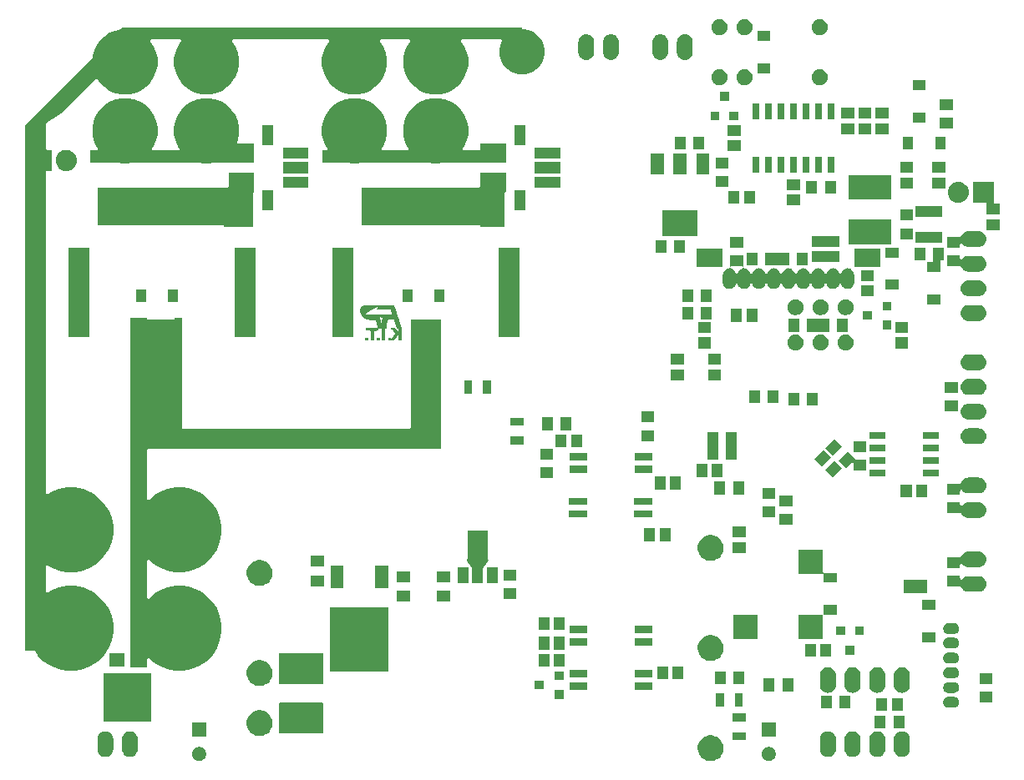
<source format=gbr>
G04 #@! TF.GenerationSoftware,KiCad,Pcbnew,(5.0.2)-1*
G04 #@! TF.CreationDate,2019-05-03T14:05:23+09:00*
G04 #@! TF.ProjectId,Electrocity_Manager,456c6563-7472-46f6-9369-74795f4d616e,rev?*
G04 #@! TF.SameCoordinates,Original*
G04 #@! TF.FileFunction,Soldermask,Bot*
G04 #@! TF.FilePolarity,Negative*
%FSLAX46Y46*%
G04 Gerber Fmt 4.6, Leading zero omitted, Abs format (unit mm)*
G04 Created by KiCad (PCBNEW (5.0.2)-1) date 2019/05/03 14:05:23*
%MOMM*%
%LPD*%
G01*
G04 APERTURE LIST*
%ADD10C,0.010000*%
%ADD11C,0.100000*%
G04 APERTURE END LIST*
D10*
G04 #@! TO.C,U27*
G36*
X85353264Y-127216375D02*
X85261575Y-127216446D01*
X85174218Y-127216636D01*
X85092029Y-127216939D01*
X85015845Y-127217347D01*
X84946504Y-127217851D01*
X84884843Y-127218443D01*
X84831699Y-127219117D01*
X84787909Y-127219863D01*
X84754309Y-127220674D01*
X84731738Y-127221542D01*
X84721637Y-127222350D01*
X84695126Y-127226427D01*
X84668508Y-127230397D01*
X84655459Y-127232280D01*
X84622039Y-127239215D01*
X84582223Y-127250859D01*
X84540539Y-127265633D01*
X84501515Y-127281956D01*
X84474777Y-127295333D01*
X84421867Y-127331802D01*
X84376174Y-127377687D01*
X84338800Y-127431379D01*
X84310847Y-127491270D01*
X84293417Y-127555753D01*
X84292459Y-127561374D01*
X84289132Y-127581830D01*
X84971293Y-127583434D01*
X85653455Y-127585038D01*
X85680153Y-127663822D01*
X85688670Y-127688922D01*
X85700551Y-127723882D01*
X85715091Y-127766631D01*
X85731584Y-127815098D01*
X85749327Y-127867212D01*
X85767614Y-127920902D01*
X85779880Y-127956899D01*
X85796669Y-128006202D01*
X85812100Y-128051592D01*
X85825717Y-128091722D01*
X85837065Y-128125248D01*
X85845689Y-128150824D01*
X85851132Y-128167105D01*
X85852944Y-128172741D01*
X85846736Y-128172890D01*
X85828474Y-128173048D01*
X85798708Y-128173215D01*
X85757990Y-128173389D01*
X85706871Y-128173569D01*
X85645901Y-128173754D01*
X85575632Y-128173942D01*
X85496614Y-128174133D01*
X85409399Y-128174326D01*
X85314538Y-128174518D01*
X85212581Y-128174710D01*
X85104080Y-128174899D01*
X84989586Y-128175085D01*
X84869650Y-128175266D01*
X84744822Y-128175442D01*
X84615654Y-128175611D01*
X84482697Y-128175771D01*
X84374987Y-128175892D01*
X84239418Y-128176023D01*
X84107200Y-128176120D01*
X83978886Y-128176182D01*
X83855027Y-128176212D01*
X83736172Y-128176210D01*
X83622874Y-128176177D01*
X83515684Y-128176113D01*
X83415152Y-128176019D01*
X83321829Y-128175897D01*
X83236267Y-128175746D01*
X83159016Y-128175569D01*
X83090628Y-128175365D01*
X83031653Y-128175135D01*
X82982643Y-128174881D01*
X82944148Y-128174603D01*
X82916721Y-128174301D01*
X82900911Y-128173978D01*
X82896997Y-128173706D01*
X82901892Y-128167800D01*
X82915853Y-128155250D01*
X82937798Y-128136884D01*
X82966643Y-128113535D01*
X83001307Y-128086031D01*
X83040705Y-128055202D01*
X83083754Y-128021880D01*
X83129372Y-127986895D01*
X83176476Y-127951076D01*
X83223982Y-127915254D01*
X83270808Y-127880259D01*
X83315870Y-127846921D01*
X83358085Y-127816071D01*
X83396371Y-127788539D01*
X83429644Y-127765155D01*
X83432729Y-127763025D01*
X83477258Y-127732873D01*
X83528514Y-127699057D01*
X83583827Y-127663268D01*
X83640526Y-127627200D01*
X83695941Y-127592547D01*
X83747401Y-127561000D01*
X83792235Y-127534254D01*
X83807742Y-127525265D01*
X83842268Y-127505999D01*
X83883109Y-127484070D01*
X83927820Y-127460710D01*
X83973957Y-127437154D01*
X84019075Y-127414632D01*
X84060730Y-127394379D01*
X84096478Y-127377627D01*
X84123873Y-127365609D01*
X84126029Y-127364727D01*
X84148628Y-127355448D01*
X84167995Y-127347286D01*
X84179603Y-127342161D01*
X84210474Y-127328902D01*
X84249081Y-127314392D01*
X84293234Y-127299263D01*
X84340746Y-127284143D01*
X84389427Y-127269665D01*
X84437089Y-127256457D01*
X84481543Y-127245150D01*
X84520602Y-127236375D01*
X84552076Y-127230763D01*
X84572706Y-127228933D01*
X84586330Y-127227102D01*
X84592410Y-127222664D01*
X84592431Y-127222359D01*
X84586286Y-127221259D01*
X84568476Y-127220296D01*
X84539943Y-127219466D01*
X84501627Y-127218765D01*
X84454469Y-127218189D01*
X84399409Y-127217735D01*
X84337388Y-127217399D01*
X84269346Y-127217177D01*
X84196225Y-127217064D01*
X84118964Y-127217058D01*
X84038504Y-127217155D01*
X83955787Y-127217350D01*
X83871752Y-127217639D01*
X83787340Y-127218020D01*
X83703492Y-127218488D01*
X83621148Y-127219039D01*
X83541248Y-127219670D01*
X83464735Y-127220377D01*
X83392547Y-127221155D01*
X83325626Y-127222002D01*
X83264913Y-127222913D01*
X83211347Y-127223884D01*
X83165870Y-127224912D01*
X83129421Y-127225993D01*
X83102943Y-127227122D01*
X83087375Y-127228297D01*
X83086079Y-127228471D01*
X83008678Y-127242962D01*
X82934563Y-127262585D01*
X82865623Y-127286604D01*
X82803749Y-127314285D01*
X82750829Y-127344890D01*
X82713060Y-127373753D01*
X82669398Y-127420950D01*
X82633938Y-127476647D01*
X82607588Y-127539065D01*
X82591254Y-127606423D01*
X82589932Y-127615319D01*
X82587626Y-127640502D01*
X82586241Y-127673288D01*
X82585778Y-127709631D01*
X82586238Y-127745487D01*
X82587622Y-127776810D01*
X82589895Y-127799330D01*
X82607632Y-127884435D01*
X82633369Y-127970763D01*
X82666013Y-128055951D01*
X82704474Y-128137635D01*
X82747659Y-128213451D01*
X82794475Y-128281034D01*
X82833977Y-128327764D01*
X82888378Y-128379225D01*
X82952887Y-128427873D01*
X83028473Y-128474399D01*
X83073594Y-128498555D01*
X83134831Y-128528317D01*
X83192432Y-128552637D01*
X83249862Y-128572632D01*
X83310584Y-128589418D01*
X83378062Y-128604115D01*
X83430212Y-128613594D01*
X83446999Y-128616112D01*
X83466390Y-128618280D01*
X83489550Y-128620142D01*
X83517643Y-128621739D01*
X83551835Y-128623113D01*
X83593289Y-128624308D01*
X83643170Y-128625364D01*
X83702641Y-128626326D01*
X83772869Y-128627235D01*
X83819715Y-128627762D01*
X84146825Y-128631291D01*
X84179749Y-128754194D01*
X84192899Y-128803462D01*
X84207833Y-128859731D01*
X84224076Y-128921179D01*
X84241149Y-128985981D01*
X84258576Y-129052316D01*
X84275878Y-129118359D01*
X84292579Y-129182288D01*
X84308202Y-129242278D01*
X84322269Y-129296509D01*
X84334303Y-129343155D01*
X84343826Y-129380394D01*
X84347643Y-129395497D01*
X84368617Y-129479008D01*
X84582943Y-129479008D01*
X84797270Y-129479007D01*
X84797270Y-130730100D01*
X85017866Y-130730100D01*
X85017866Y-129479007D01*
X85119474Y-129479007D01*
X85221083Y-129479008D01*
X85224939Y-129411253D01*
X85225875Y-129389961D01*
X85226916Y-129357850D01*
X85228021Y-129316704D01*
X85229149Y-129268310D01*
X85230260Y-129214452D01*
X85231312Y-129156916D01*
X85232266Y-129097486D01*
X85232537Y-129078784D01*
X85233606Y-129008300D01*
X85234734Y-128949123D01*
X85236054Y-128899957D01*
X85237698Y-128859504D01*
X85239797Y-128826467D01*
X85242484Y-128799548D01*
X85245890Y-128777450D01*
X85250147Y-128758875D01*
X85255388Y-128742527D01*
X85261743Y-128727107D01*
X85269346Y-128711319D01*
X85270041Y-128709945D01*
X85298755Y-128665383D01*
X85335605Y-128629924D01*
X85375210Y-128605455D01*
X85395036Y-128595872D01*
X85413931Y-128587928D01*
X85433295Y-128581473D01*
X85454531Y-128576353D01*
X85479041Y-128572417D01*
X85508226Y-128569512D01*
X85543489Y-128567485D01*
X85586233Y-128566185D01*
X85637858Y-128565460D01*
X85699767Y-128565156D01*
X85746565Y-128565112D01*
X85985978Y-128565112D01*
X85994492Y-128585596D01*
X85998796Y-128597004D01*
X86006504Y-128618514D01*
X86016975Y-128648289D01*
X86029565Y-128684492D01*
X86043632Y-128725287D01*
X86056765Y-128763648D01*
X86073339Y-128812181D01*
X86092854Y-128869248D01*
X86114150Y-128931465D01*
X86136067Y-128995445D01*
X86157447Y-129057803D01*
X86177130Y-129115153D01*
X86177627Y-129116601D01*
X86203371Y-129191568D01*
X86225312Y-129255479D01*
X86243744Y-129309201D01*
X86258962Y-129353599D01*
X86271262Y-129389538D01*
X86280939Y-129417884D01*
X86288288Y-129439502D01*
X86293604Y-129455257D01*
X86297182Y-129466015D01*
X86299317Y-129472641D01*
X86300305Y-129476001D01*
X86300471Y-129476862D01*
X86306418Y-129477595D01*
X86322834Y-129478220D01*
X86347584Y-129478691D01*
X86378531Y-129478961D01*
X86398838Y-129479008D01*
X86436184Y-129479132D01*
X86462628Y-129479624D01*
X86479871Y-129480664D01*
X86489617Y-129482430D01*
X86493567Y-129485103D01*
X86493422Y-129488862D01*
X86493379Y-129488977D01*
X86492550Y-129497266D01*
X86491778Y-129516776D01*
X86491083Y-129546125D01*
X86490485Y-129583929D01*
X86490004Y-129628806D01*
X86489661Y-129679371D01*
X86489475Y-129734242D01*
X86489449Y-129758419D01*
X86489345Y-130017891D01*
X86402660Y-129929653D01*
X86377395Y-129903897D01*
X86345067Y-129870883D01*
X86307408Y-129832382D01*
X86266151Y-129790165D01*
X86223025Y-129746005D01*
X86179765Y-129701675D01*
X86147837Y-129668933D01*
X86109615Y-129629942D01*
X86073562Y-129593580D01*
X86040752Y-129560899D01*
X86012259Y-129532952D01*
X85989159Y-129510793D01*
X85972525Y-129495473D01*
X85963434Y-129488046D01*
X85962888Y-129487729D01*
X85951563Y-129484908D01*
X85930814Y-129482577D01*
X85902767Y-129480747D01*
X85869551Y-129479428D01*
X85833292Y-129478628D01*
X85796118Y-129478360D01*
X85760154Y-129478632D01*
X85727529Y-129479454D01*
X85700370Y-129480838D01*
X85680803Y-129482791D01*
X85670955Y-129485326D01*
X85670198Y-129486352D01*
X85674567Y-129491996D01*
X85687147Y-129505667D01*
X85707152Y-129526565D01*
X85733792Y-129553890D01*
X85766281Y-129586844D01*
X85803831Y-129624627D01*
X85845654Y-129666439D01*
X85890961Y-129711481D01*
X85933337Y-129753399D01*
X85988466Y-129807819D01*
X86035265Y-129854084D01*
X86074377Y-129892890D01*
X86106443Y-129924936D01*
X86132106Y-129950920D01*
X86152009Y-129971540D01*
X86166795Y-129987494D01*
X86177104Y-129999479D01*
X86183581Y-130008193D01*
X86186867Y-130014335D01*
X86187604Y-130018603D01*
X86186436Y-130021694D01*
X86184005Y-130024306D01*
X86183292Y-130024950D01*
X86174391Y-130034727D01*
X86160285Y-130052223D01*
X86143015Y-130074841D01*
X86126994Y-130096675D01*
X86104008Y-130128456D01*
X86078084Y-130164079D01*
X86053284Y-130197969D01*
X86042019Y-130213276D01*
X86021492Y-130241174D01*
X85996712Y-130274974D01*
X85970830Y-130310373D01*
X85947423Y-130342482D01*
X85924463Y-130374015D01*
X85900439Y-130406969D01*
X85878134Y-130437529D01*
X85860328Y-130461884D01*
X85859651Y-130462808D01*
X85842677Y-130486021D01*
X85820850Y-130515917D01*
X85796732Y-130548987D01*
X85772883Y-130581721D01*
X85767891Y-130588578D01*
X85746179Y-130618334D01*
X85725283Y-130646852D01*
X85707163Y-130671463D01*
X85693779Y-130689499D01*
X85690495Y-130693873D01*
X85679668Y-130710051D01*
X85673772Y-130722597D01*
X85673535Y-130727248D01*
X85681050Y-130729554D01*
X85698855Y-130731298D01*
X85724645Y-130732498D01*
X85756119Y-130733170D01*
X85790973Y-130733332D01*
X85826904Y-130733004D01*
X85861609Y-130732202D01*
X85892785Y-130730944D01*
X85918130Y-130729248D01*
X85935339Y-130727132D01*
X85941672Y-130725172D01*
X85949540Y-130716943D01*
X85962579Y-130701108D01*
X85978643Y-130680328D01*
X85988491Y-130667072D01*
X86009405Y-130638539D01*
X86032291Y-130607372D01*
X86053028Y-130579183D01*
X86057930Y-130572531D01*
X86071644Y-130553832D01*
X86091045Y-130527242D01*
X86114440Y-130495088D01*
X86140136Y-130459698D01*
X86166439Y-130423401D01*
X86171830Y-130415953D01*
X86214407Y-130357128D01*
X86250102Y-130307854D01*
X86279405Y-130267459D01*
X86302805Y-130235268D01*
X86320792Y-130210608D01*
X86333856Y-130192805D01*
X86341855Y-130182026D01*
X86354877Y-130164649D01*
X86425366Y-130232195D01*
X86495856Y-130299741D01*
X86495856Y-130726948D01*
X86722754Y-130726948D01*
X86722754Y-129487787D01*
X86570914Y-129037479D01*
X86544997Y-128960633D01*
X86519098Y-128883865D01*
X86493675Y-128808535D01*
X86469190Y-128736005D01*
X86446100Y-128667636D01*
X86424866Y-128604787D01*
X86405947Y-128548820D01*
X86389803Y-128501096D01*
X86376894Y-128462975D01*
X86375763Y-128459638D01*
X84900599Y-128459638D01*
X84874691Y-128497789D01*
X84859557Y-128522675D01*
X84843363Y-128553392D01*
X84829267Y-128583891D01*
X84827478Y-128588199D01*
X84819421Y-128608336D01*
X84812516Y-128627001D01*
X84806669Y-128645327D01*
X84801789Y-128664446D01*
X84797782Y-128685492D01*
X84794556Y-128709595D01*
X84792018Y-128737888D01*
X84790076Y-128771503D01*
X84788637Y-128811574D01*
X84787608Y-128859231D01*
X84786896Y-128915608D01*
X84786410Y-128981837D01*
X84786055Y-129059049D01*
X84785920Y-129096096D01*
X84785634Y-129161934D01*
X84785257Y-129223851D01*
X84784805Y-129280727D01*
X84784291Y-129331441D01*
X84783729Y-129374875D01*
X84783133Y-129409906D01*
X84782517Y-129435416D01*
X84781896Y-129450283D01*
X84781433Y-129453776D01*
X84778678Y-129448085D01*
X84773916Y-129432772D01*
X84767937Y-129410508D01*
X84764230Y-129395497D01*
X84757733Y-129368948D01*
X84748952Y-129333854D01*
X84738810Y-129293863D01*
X84728229Y-129252620D01*
X84722381Y-129230050D01*
X84711369Y-129187729D01*
X84699652Y-129142703D01*
X84688348Y-129099265D01*
X84678573Y-129061710D01*
X84674814Y-129047271D01*
X84654670Y-128970368D01*
X84632156Y-128885265D01*
X84608316Y-128795895D01*
X84586095Y-128713226D01*
X84577600Y-128681584D01*
X84566700Y-128640742D01*
X84554190Y-128593693D01*
X84540864Y-128543431D01*
X84527519Y-128492948D01*
X84519957Y-128464268D01*
X84507680Y-128417749D01*
X84495602Y-128372156D01*
X84484355Y-128329866D01*
X84474574Y-128293253D01*
X84466889Y-128264696D01*
X84462920Y-128250128D01*
X84456506Y-128226166D01*
X84451837Y-128207435D01*
X84449603Y-128196765D01*
X84449568Y-128195354D01*
X84453743Y-128199355D01*
X84463781Y-128211205D01*
X84477884Y-128228746D01*
X84485436Y-128238382D01*
X84542918Y-128303137D01*
X84606012Y-128357012D01*
X84674238Y-128399728D01*
X84747117Y-128431009D01*
X84824171Y-128450577D01*
X84859671Y-128455445D01*
X84900599Y-128459638D01*
X86375763Y-128459638D01*
X86369851Y-128442209D01*
X86335128Y-128339997D01*
X86302444Y-128243875D01*
X86272121Y-128154797D01*
X86244486Y-128073713D01*
X86219861Y-128001575D01*
X86198572Y-127939334D01*
X86180943Y-127887943D01*
X86178647Y-127881266D01*
X86169060Y-127853318D01*
X86156057Y-127815299D01*
X86140275Y-127769075D01*
X86122350Y-127716514D01*
X86102919Y-127659480D01*
X86082616Y-127599840D01*
X86062080Y-127539459D01*
X86052638Y-127511681D01*
X86033569Y-127455731D01*
X86015536Y-127403139D01*
X85998983Y-127355175D01*
X85984353Y-127313113D01*
X85972090Y-127278222D01*
X85962639Y-127251776D01*
X85956442Y-127235045D01*
X85954196Y-127229634D01*
X85947075Y-127216328D01*
X85353264Y-127216375D01*
X85353264Y-127216375D01*
G37*
X85353264Y-127216375D02*
X85261575Y-127216446D01*
X85174218Y-127216636D01*
X85092029Y-127216939D01*
X85015845Y-127217347D01*
X84946504Y-127217851D01*
X84884843Y-127218443D01*
X84831699Y-127219117D01*
X84787909Y-127219863D01*
X84754309Y-127220674D01*
X84731738Y-127221542D01*
X84721637Y-127222350D01*
X84695126Y-127226427D01*
X84668508Y-127230397D01*
X84655459Y-127232280D01*
X84622039Y-127239215D01*
X84582223Y-127250859D01*
X84540539Y-127265633D01*
X84501515Y-127281956D01*
X84474777Y-127295333D01*
X84421867Y-127331802D01*
X84376174Y-127377687D01*
X84338800Y-127431379D01*
X84310847Y-127491270D01*
X84293417Y-127555753D01*
X84292459Y-127561374D01*
X84289132Y-127581830D01*
X84971293Y-127583434D01*
X85653455Y-127585038D01*
X85680153Y-127663822D01*
X85688670Y-127688922D01*
X85700551Y-127723882D01*
X85715091Y-127766631D01*
X85731584Y-127815098D01*
X85749327Y-127867212D01*
X85767614Y-127920902D01*
X85779880Y-127956899D01*
X85796669Y-128006202D01*
X85812100Y-128051592D01*
X85825717Y-128091722D01*
X85837065Y-128125248D01*
X85845689Y-128150824D01*
X85851132Y-128167105D01*
X85852944Y-128172741D01*
X85846736Y-128172890D01*
X85828474Y-128173048D01*
X85798708Y-128173215D01*
X85757990Y-128173389D01*
X85706871Y-128173569D01*
X85645901Y-128173754D01*
X85575632Y-128173942D01*
X85496614Y-128174133D01*
X85409399Y-128174326D01*
X85314538Y-128174518D01*
X85212581Y-128174710D01*
X85104080Y-128174899D01*
X84989586Y-128175085D01*
X84869650Y-128175266D01*
X84744822Y-128175442D01*
X84615654Y-128175611D01*
X84482697Y-128175771D01*
X84374987Y-128175892D01*
X84239418Y-128176023D01*
X84107200Y-128176120D01*
X83978886Y-128176182D01*
X83855027Y-128176212D01*
X83736172Y-128176210D01*
X83622874Y-128176177D01*
X83515684Y-128176113D01*
X83415152Y-128176019D01*
X83321829Y-128175897D01*
X83236267Y-128175746D01*
X83159016Y-128175569D01*
X83090628Y-128175365D01*
X83031653Y-128175135D01*
X82982643Y-128174881D01*
X82944148Y-128174603D01*
X82916721Y-128174301D01*
X82900911Y-128173978D01*
X82896997Y-128173706D01*
X82901892Y-128167800D01*
X82915853Y-128155250D01*
X82937798Y-128136884D01*
X82966643Y-128113535D01*
X83001307Y-128086031D01*
X83040705Y-128055202D01*
X83083754Y-128021880D01*
X83129372Y-127986895D01*
X83176476Y-127951076D01*
X83223982Y-127915254D01*
X83270808Y-127880259D01*
X83315870Y-127846921D01*
X83358085Y-127816071D01*
X83396371Y-127788539D01*
X83429644Y-127765155D01*
X83432729Y-127763025D01*
X83477258Y-127732873D01*
X83528514Y-127699057D01*
X83583827Y-127663268D01*
X83640526Y-127627200D01*
X83695941Y-127592547D01*
X83747401Y-127561000D01*
X83792235Y-127534254D01*
X83807742Y-127525265D01*
X83842268Y-127505999D01*
X83883109Y-127484070D01*
X83927820Y-127460710D01*
X83973957Y-127437154D01*
X84019075Y-127414632D01*
X84060730Y-127394379D01*
X84096478Y-127377627D01*
X84123873Y-127365609D01*
X84126029Y-127364727D01*
X84148628Y-127355448D01*
X84167995Y-127347286D01*
X84179603Y-127342161D01*
X84210474Y-127328902D01*
X84249081Y-127314392D01*
X84293234Y-127299263D01*
X84340746Y-127284143D01*
X84389427Y-127269665D01*
X84437089Y-127256457D01*
X84481543Y-127245150D01*
X84520602Y-127236375D01*
X84552076Y-127230763D01*
X84572706Y-127228933D01*
X84586330Y-127227102D01*
X84592410Y-127222664D01*
X84592431Y-127222359D01*
X84586286Y-127221259D01*
X84568476Y-127220296D01*
X84539943Y-127219466D01*
X84501627Y-127218765D01*
X84454469Y-127218189D01*
X84399409Y-127217735D01*
X84337388Y-127217399D01*
X84269346Y-127217177D01*
X84196225Y-127217064D01*
X84118964Y-127217058D01*
X84038504Y-127217155D01*
X83955787Y-127217350D01*
X83871752Y-127217639D01*
X83787340Y-127218020D01*
X83703492Y-127218488D01*
X83621148Y-127219039D01*
X83541248Y-127219670D01*
X83464735Y-127220377D01*
X83392547Y-127221155D01*
X83325626Y-127222002D01*
X83264913Y-127222913D01*
X83211347Y-127223884D01*
X83165870Y-127224912D01*
X83129421Y-127225993D01*
X83102943Y-127227122D01*
X83087375Y-127228297D01*
X83086079Y-127228471D01*
X83008678Y-127242962D01*
X82934563Y-127262585D01*
X82865623Y-127286604D01*
X82803749Y-127314285D01*
X82750829Y-127344890D01*
X82713060Y-127373753D01*
X82669398Y-127420950D01*
X82633938Y-127476647D01*
X82607588Y-127539065D01*
X82591254Y-127606423D01*
X82589932Y-127615319D01*
X82587626Y-127640502D01*
X82586241Y-127673288D01*
X82585778Y-127709631D01*
X82586238Y-127745487D01*
X82587622Y-127776810D01*
X82589895Y-127799330D01*
X82607632Y-127884435D01*
X82633369Y-127970763D01*
X82666013Y-128055951D01*
X82704474Y-128137635D01*
X82747659Y-128213451D01*
X82794475Y-128281034D01*
X82833977Y-128327764D01*
X82888378Y-128379225D01*
X82952887Y-128427873D01*
X83028473Y-128474399D01*
X83073594Y-128498555D01*
X83134831Y-128528317D01*
X83192432Y-128552637D01*
X83249862Y-128572632D01*
X83310584Y-128589418D01*
X83378062Y-128604115D01*
X83430212Y-128613594D01*
X83446999Y-128616112D01*
X83466390Y-128618280D01*
X83489550Y-128620142D01*
X83517643Y-128621739D01*
X83551835Y-128623113D01*
X83593289Y-128624308D01*
X83643170Y-128625364D01*
X83702641Y-128626326D01*
X83772869Y-128627235D01*
X83819715Y-128627762D01*
X84146825Y-128631291D01*
X84179749Y-128754194D01*
X84192899Y-128803462D01*
X84207833Y-128859731D01*
X84224076Y-128921179D01*
X84241149Y-128985981D01*
X84258576Y-129052316D01*
X84275878Y-129118359D01*
X84292579Y-129182288D01*
X84308202Y-129242278D01*
X84322269Y-129296509D01*
X84334303Y-129343155D01*
X84343826Y-129380394D01*
X84347643Y-129395497D01*
X84368617Y-129479008D01*
X84582943Y-129479008D01*
X84797270Y-129479007D01*
X84797270Y-130730100D01*
X85017866Y-130730100D01*
X85017866Y-129479007D01*
X85119474Y-129479007D01*
X85221083Y-129479008D01*
X85224939Y-129411253D01*
X85225875Y-129389961D01*
X85226916Y-129357850D01*
X85228021Y-129316704D01*
X85229149Y-129268310D01*
X85230260Y-129214452D01*
X85231312Y-129156916D01*
X85232266Y-129097486D01*
X85232537Y-129078784D01*
X85233606Y-129008300D01*
X85234734Y-128949123D01*
X85236054Y-128899957D01*
X85237698Y-128859504D01*
X85239797Y-128826467D01*
X85242484Y-128799548D01*
X85245890Y-128777450D01*
X85250147Y-128758875D01*
X85255388Y-128742527D01*
X85261743Y-128727107D01*
X85269346Y-128711319D01*
X85270041Y-128709945D01*
X85298755Y-128665383D01*
X85335605Y-128629924D01*
X85375210Y-128605455D01*
X85395036Y-128595872D01*
X85413931Y-128587928D01*
X85433295Y-128581473D01*
X85454531Y-128576353D01*
X85479041Y-128572417D01*
X85508226Y-128569512D01*
X85543489Y-128567485D01*
X85586233Y-128566185D01*
X85637858Y-128565460D01*
X85699767Y-128565156D01*
X85746565Y-128565112D01*
X85985978Y-128565112D01*
X85994492Y-128585596D01*
X85998796Y-128597004D01*
X86006504Y-128618514D01*
X86016975Y-128648289D01*
X86029565Y-128684492D01*
X86043632Y-128725287D01*
X86056765Y-128763648D01*
X86073339Y-128812181D01*
X86092854Y-128869248D01*
X86114150Y-128931465D01*
X86136067Y-128995445D01*
X86157447Y-129057803D01*
X86177130Y-129115153D01*
X86177627Y-129116601D01*
X86203371Y-129191568D01*
X86225312Y-129255479D01*
X86243744Y-129309201D01*
X86258962Y-129353599D01*
X86271262Y-129389538D01*
X86280939Y-129417884D01*
X86288288Y-129439502D01*
X86293604Y-129455257D01*
X86297182Y-129466015D01*
X86299317Y-129472641D01*
X86300305Y-129476001D01*
X86300471Y-129476862D01*
X86306418Y-129477595D01*
X86322834Y-129478220D01*
X86347584Y-129478691D01*
X86378531Y-129478961D01*
X86398838Y-129479008D01*
X86436184Y-129479132D01*
X86462628Y-129479624D01*
X86479871Y-129480664D01*
X86489617Y-129482430D01*
X86493567Y-129485103D01*
X86493422Y-129488862D01*
X86493379Y-129488977D01*
X86492550Y-129497266D01*
X86491778Y-129516776D01*
X86491083Y-129546125D01*
X86490485Y-129583929D01*
X86490004Y-129628806D01*
X86489661Y-129679371D01*
X86489475Y-129734242D01*
X86489449Y-129758419D01*
X86489345Y-130017891D01*
X86402660Y-129929653D01*
X86377395Y-129903897D01*
X86345067Y-129870883D01*
X86307408Y-129832382D01*
X86266151Y-129790165D01*
X86223025Y-129746005D01*
X86179765Y-129701675D01*
X86147837Y-129668933D01*
X86109615Y-129629942D01*
X86073562Y-129593580D01*
X86040752Y-129560899D01*
X86012259Y-129532952D01*
X85989159Y-129510793D01*
X85972525Y-129495473D01*
X85963434Y-129488046D01*
X85962888Y-129487729D01*
X85951563Y-129484908D01*
X85930814Y-129482577D01*
X85902767Y-129480747D01*
X85869551Y-129479428D01*
X85833292Y-129478628D01*
X85796118Y-129478360D01*
X85760154Y-129478632D01*
X85727529Y-129479454D01*
X85700370Y-129480838D01*
X85680803Y-129482791D01*
X85670955Y-129485326D01*
X85670198Y-129486352D01*
X85674567Y-129491996D01*
X85687147Y-129505667D01*
X85707152Y-129526565D01*
X85733792Y-129553890D01*
X85766281Y-129586844D01*
X85803831Y-129624627D01*
X85845654Y-129666439D01*
X85890961Y-129711481D01*
X85933337Y-129753399D01*
X85988466Y-129807819D01*
X86035265Y-129854084D01*
X86074377Y-129892890D01*
X86106443Y-129924936D01*
X86132106Y-129950920D01*
X86152009Y-129971540D01*
X86166795Y-129987494D01*
X86177104Y-129999479D01*
X86183581Y-130008193D01*
X86186867Y-130014335D01*
X86187604Y-130018603D01*
X86186436Y-130021694D01*
X86184005Y-130024306D01*
X86183292Y-130024950D01*
X86174391Y-130034727D01*
X86160285Y-130052223D01*
X86143015Y-130074841D01*
X86126994Y-130096675D01*
X86104008Y-130128456D01*
X86078084Y-130164079D01*
X86053284Y-130197969D01*
X86042019Y-130213276D01*
X86021492Y-130241174D01*
X85996712Y-130274974D01*
X85970830Y-130310373D01*
X85947423Y-130342482D01*
X85924463Y-130374015D01*
X85900439Y-130406969D01*
X85878134Y-130437529D01*
X85860328Y-130461884D01*
X85859651Y-130462808D01*
X85842677Y-130486021D01*
X85820850Y-130515917D01*
X85796732Y-130548987D01*
X85772883Y-130581721D01*
X85767891Y-130588578D01*
X85746179Y-130618334D01*
X85725283Y-130646852D01*
X85707163Y-130671463D01*
X85693779Y-130689499D01*
X85690495Y-130693873D01*
X85679668Y-130710051D01*
X85673772Y-130722597D01*
X85673535Y-130727248D01*
X85681050Y-130729554D01*
X85698855Y-130731298D01*
X85724645Y-130732498D01*
X85756119Y-130733170D01*
X85790973Y-130733332D01*
X85826904Y-130733004D01*
X85861609Y-130732202D01*
X85892785Y-130730944D01*
X85918130Y-130729248D01*
X85935339Y-130727132D01*
X85941672Y-130725172D01*
X85949540Y-130716943D01*
X85962579Y-130701108D01*
X85978643Y-130680328D01*
X85988491Y-130667072D01*
X86009405Y-130638539D01*
X86032291Y-130607372D01*
X86053028Y-130579183D01*
X86057930Y-130572531D01*
X86071644Y-130553832D01*
X86091045Y-130527242D01*
X86114440Y-130495088D01*
X86140136Y-130459698D01*
X86166439Y-130423401D01*
X86171830Y-130415953D01*
X86214407Y-130357128D01*
X86250102Y-130307854D01*
X86279405Y-130267459D01*
X86302805Y-130235268D01*
X86320792Y-130210608D01*
X86333856Y-130192805D01*
X86341855Y-130182026D01*
X86354877Y-130164649D01*
X86425366Y-130232195D01*
X86495856Y-130299741D01*
X86495856Y-130726948D01*
X86722754Y-130726948D01*
X86722754Y-129487787D01*
X86570914Y-129037479D01*
X86544997Y-128960633D01*
X86519098Y-128883865D01*
X86493675Y-128808535D01*
X86469190Y-128736005D01*
X86446100Y-128667636D01*
X86424866Y-128604787D01*
X86405947Y-128548820D01*
X86389803Y-128501096D01*
X86376894Y-128462975D01*
X86375763Y-128459638D01*
X84900599Y-128459638D01*
X84874691Y-128497789D01*
X84859557Y-128522675D01*
X84843363Y-128553392D01*
X84829267Y-128583891D01*
X84827478Y-128588199D01*
X84819421Y-128608336D01*
X84812516Y-128627001D01*
X84806669Y-128645327D01*
X84801789Y-128664446D01*
X84797782Y-128685492D01*
X84794556Y-128709595D01*
X84792018Y-128737888D01*
X84790076Y-128771503D01*
X84788637Y-128811574D01*
X84787608Y-128859231D01*
X84786896Y-128915608D01*
X84786410Y-128981837D01*
X84786055Y-129059049D01*
X84785920Y-129096096D01*
X84785634Y-129161934D01*
X84785257Y-129223851D01*
X84784805Y-129280727D01*
X84784291Y-129331441D01*
X84783729Y-129374875D01*
X84783133Y-129409906D01*
X84782517Y-129435416D01*
X84781896Y-129450283D01*
X84781433Y-129453776D01*
X84778678Y-129448085D01*
X84773916Y-129432772D01*
X84767937Y-129410508D01*
X84764230Y-129395497D01*
X84757733Y-129368948D01*
X84748952Y-129333854D01*
X84738810Y-129293863D01*
X84728229Y-129252620D01*
X84722381Y-129230050D01*
X84711369Y-129187729D01*
X84699652Y-129142703D01*
X84688348Y-129099265D01*
X84678573Y-129061710D01*
X84674814Y-129047271D01*
X84654670Y-128970368D01*
X84632156Y-128885265D01*
X84608316Y-128795895D01*
X84586095Y-128713226D01*
X84577600Y-128681584D01*
X84566700Y-128640742D01*
X84554190Y-128593693D01*
X84540864Y-128543431D01*
X84527519Y-128492948D01*
X84519957Y-128464268D01*
X84507680Y-128417749D01*
X84495602Y-128372156D01*
X84484355Y-128329866D01*
X84474574Y-128293253D01*
X84466889Y-128264696D01*
X84462920Y-128250128D01*
X84456506Y-128226166D01*
X84451837Y-128207435D01*
X84449603Y-128196765D01*
X84449568Y-128195354D01*
X84453743Y-128199355D01*
X84463781Y-128211205D01*
X84477884Y-128228746D01*
X84485436Y-128238382D01*
X84542918Y-128303137D01*
X84606012Y-128357012D01*
X84674238Y-128399728D01*
X84747117Y-128431009D01*
X84824171Y-128450577D01*
X84859671Y-128455445D01*
X84900599Y-128459638D01*
X86375763Y-128459638D01*
X86369851Y-128442209D01*
X86335128Y-128339997D01*
X86302444Y-128243875D01*
X86272121Y-128154797D01*
X86244486Y-128073713D01*
X86219861Y-128001575D01*
X86198572Y-127939334D01*
X86180943Y-127887943D01*
X86178647Y-127881266D01*
X86169060Y-127853318D01*
X86156057Y-127815299D01*
X86140275Y-127769075D01*
X86122350Y-127716514D01*
X86102919Y-127659480D01*
X86082616Y-127599840D01*
X86062080Y-127539459D01*
X86052638Y-127511681D01*
X86033569Y-127455731D01*
X86015536Y-127403139D01*
X85998983Y-127355175D01*
X85984353Y-127313113D01*
X85972090Y-127278222D01*
X85962639Y-127251776D01*
X85956442Y-127235045D01*
X85954196Y-127229634D01*
X85947075Y-127216328D01*
X85353264Y-127216375D01*
G36*
X85424125Y-130733251D02*
X85651556Y-130733251D01*
X85649848Y-130608772D01*
X85648139Y-130484293D01*
X85427543Y-130484293D01*
X85424125Y-130733251D01*
X85424125Y-130733251D01*
G37*
X85424125Y-130733251D02*
X85651556Y-130733251D01*
X85649848Y-130608772D01*
X85648139Y-130484293D01*
X85427543Y-130484293D01*
X85424125Y-130733251D01*
G36*
X84245781Y-130733251D02*
X84359428Y-130733251D01*
X84402419Y-130733030D01*
X84434168Y-130732306D01*
X84456031Y-130730984D01*
X84469365Y-130728970D01*
X84475526Y-130726170D01*
X84476180Y-130725161D01*
X84477087Y-130716491D01*
X84477697Y-130697404D01*
X84477983Y-130670082D01*
X84477922Y-130636709D01*
X84477558Y-130603833D01*
X84475831Y-130490596D01*
X84245781Y-130487160D01*
X84245781Y-130733251D01*
X84245781Y-130733251D01*
G37*
X84245781Y-130733251D02*
X84359428Y-130733251D01*
X84402419Y-130733030D01*
X84434168Y-130732306D01*
X84456031Y-130730984D01*
X84469365Y-130728970D01*
X84475526Y-130726170D01*
X84476180Y-130725161D01*
X84477087Y-130716491D01*
X84477697Y-130697404D01*
X84477983Y-130670082D01*
X84477922Y-130636709D01*
X84477558Y-130603833D01*
X84475831Y-130490596D01*
X84245781Y-130487160D01*
X84245781Y-130733251D01*
G36*
X83771501Y-129480551D02*
X83183771Y-129482159D01*
X83183771Y-129715360D01*
X83418548Y-129717013D01*
X83653325Y-129718665D01*
X83653325Y-130218395D01*
X83653370Y-130314941D01*
X83653513Y-130399511D01*
X83653763Y-130472734D01*
X83654129Y-130535239D01*
X83654620Y-130587655D01*
X83655246Y-130630610D01*
X83656016Y-130664734D01*
X83656940Y-130690656D01*
X83658027Y-130709004D01*
X83659287Y-130720408D01*
X83660728Y-130725496D01*
X83660888Y-130725688D01*
X83669422Y-130728920D01*
X83688092Y-130731220D01*
X83717651Y-130732638D01*
X83758853Y-130733227D01*
X83770964Y-130733251D01*
X83809271Y-130733150D01*
X83836888Y-130732703D01*
X83855730Y-130731696D01*
X83867709Y-130729916D01*
X83874742Y-130727148D01*
X83878742Y-130723179D01*
X83880001Y-130721060D01*
X83881400Y-130711991D01*
X83882631Y-130690340D01*
X83883694Y-130656131D01*
X83884588Y-130609385D01*
X83885314Y-130550126D01*
X83885870Y-130478375D01*
X83886257Y-130394157D01*
X83886474Y-130297494D01*
X83886526Y-130213690D01*
X83886526Y-129718511D01*
X84113874Y-129718511D01*
X84175101Y-129718439D01*
X84224892Y-129718192D01*
X84264415Y-129717725D01*
X84294838Y-129716995D01*
X84317331Y-129715956D01*
X84333061Y-129714564D01*
X84343197Y-129712776D01*
X84348908Y-129710545D01*
X84350227Y-129709508D01*
X84353634Y-129703512D01*
X84356110Y-129692257D01*
X84357778Y-129674096D01*
X84358764Y-129647381D01*
X84359189Y-129610467D01*
X84359230Y-129589723D01*
X84359230Y-129478943D01*
X83771501Y-129480551D01*
X83771501Y-129480551D01*
G37*
X83771501Y-129480551D02*
X83183771Y-129482159D01*
X83183771Y-129715360D01*
X83418548Y-129717013D01*
X83653325Y-129718665D01*
X83653325Y-130218395D01*
X83653370Y-130314941D01*
X83653513Y-130399511D01*
X83653763Y-130472734D01*
X83654129Y-130535239D01*
X83654620Y-130587655D01*
X83655246Y-130630610D01*
X83656016Y-130664734D01*
X83656940Y-130690656D01*
X83658027Y-130709004D01*
X83659287Y-130720408D01*
X83660728Y-130725496D01*
X83660888Y-130725688D01*
X83669422Y-130728920D01*
X83688092Y-130731220D01*
X83717651Y-130732638D01*
X83758853Y-130733227D01*
X83770964Y-130733251D01*
X83809271Y-130733150D01*
X83836888Y-130732703D01*
X83855730Y-130731696D01*
X83867709Y-130729916D01*
X83874742Y-130727148D01*
X83878742Y-130723179D01*
X83880001Y-130721060D01*
X83881400Y-130711991D01*
X83882631Y-130690340D01*
X83883694Y-130656131D01*
X83884588Y-130609385D01*
X83885314Y-130550126D01*
X83885870Y-130478375D01*
X83886257Y-130394157D01*
X83886474Y-130297494D01*
X83886526Y-130213690D01*
X83886526Y-129718511D01*
X84113874Y-129718511D01*
X84175101Y-129718439D01*
X84224892Y-129718192D01*
X84264415Y-129717725D01*
X84294838Y-129716995D01*
X84317331Y-129715956D01*
X84333061Y-129714564D01*
X84343197Y-129712776D01*
X84348908Y-129710545D01*
X84350227Y-129709508D01*
X84353634Y-129703512D01*
X84356110Y-129692257D01*
X84357778Y-129674096D01*
X84358764Y-129647381D01*
X84359189Y-129610467D01*
X84359230Y-129589723D01*
X84359230Y-129478943D01*
X83771501Y-129480551D01*
G36*
X83073543Y-130586712D02*
X83073814Y-130622841D01*
X83074514Y-130656325D01*
X83075551Y-130684309D01*
X83076833Y-130703936D01*
X83077519Y-130709616D01*
X83081426Y-130733251D01*
X83294069Y-130733251D01*
X83294069Y-130487444D01*
X83073474Y-130487444D01*
X83073543Y-130586712D01*
X83073543Y-130586712D01*
G37*
X83073543Y-130586712D02*
X83073814Y-130622841D01*
X83074514Y-130656325D01*
X83075551Y-130684309D01*
X83076833Y-130703936D01*
X83077519Y-130709616D01*
X83081426Y-130733251D01*
X83294069Y-130733251D01*
X83294069Y-130487444D01*
X83073474Y-130487444D01*
X83073543Y-130586712D01*
D11*
G36*
X118489485Y-170908996D02*
X118489487Y-170908997D01*
X118489488Y-170908997D01*
X118590892Y-170951000D01*
X118726255Y-171007069D01*
X118939342Y-171149449D01*
X119120551Y-171330658D01*
X119262931Y-171543745D01*
X119361004Y-171780515D01*
X119411000Y-172031861D01*
X119411000Y-172288139D01*
X119385179Y-172417951D01*
X119361003Y-172539488D01*
X119295691Y-172697165D01*
X119262931Y-172776255D01*
X119120551Y-172989342D01*
X118939342Y-173170551D01*
X118939339Y-173170553D01*
X118726255Y-173312931D01*
X118489488Y-173411003D01*
X118489487Y-173411003D01*
X118489485Y-173411004D01*
X118238139Y-173461000D01*
X117981861Y-173461000D01*
X117730515Y-173411004D01*
X117730513Y-173411003D01*
X117730512Y-173411003D01*
X117493745Y-173312931D01*
X117280661Y-173170553D01*
X117280658Y-173170551D01*
X117099449Y-172989342D01*
X116957069Y-172776255D01*
X116924309Y-172697165D01*
X116858997Y-172539488D01*
X116834822Y-172417951D01*
X116809000Y-172288139D01*
X116809000Y-172031861D01*
X116858996Y-171780515D01*
X116957069Y-171543745D01*
X117099449Y-171330658D01*
X117280658Y-171149449D01*
X117493745Y-171007069D01*
X117629108Y-170951000D01*
X117730512Y-170908997D01*
X117730513Y-170908997D01*
X117730515Y-170908996D01*
X117981861Y-170859000D01*
X118238139Y-170859000D01*
X118489485Y-170908996D01*
X118489485Y-170908996D01*
G37*
G36*
X124204472Y-172075938D02*
X124332049Y-172128782D01*
X124446865Y-172205500D01*
X124544500Y-172303135D01*
X124621218Y-172417951D01*
X124674062Y-172545528D01*
X124701000Y-172680956D01*
X124701000Y-172819044D01*
X124674062Y-172954472D01*
X124621218Y-173082049D01*
X124544500Y-173196865D01*
X124446865Y-173294500D01*
X124332049Y-173371218D01*
X124204472Y-173424062D01*
X124069044Y-173451000D01*
X123930956Y-173451000D01*
X123795528Y-173424062D01*
X123667951Y-173371218D01*
X123553135Y-173294500D01*
X123455500Y-173196865D01*
X123378782Y-173082049D01*
X123325938Y-172954472D01*
X123299000Y-172819044D01*
X123299000Y-172680956D01*
X123325938Y-172545528D01*
X123378782Y-172417951D01*
X123455500Y-172303135D01*
X123553135Y-172205500D01*
X123667951Y-172128782D01*
X123795528Y-172075938D01*
X123930956Y-172049000D01*
X124069044Y-172049000D01*
X124204472Y-172075938D01*
X124204472Y-172075938D01*
G37*
G36*
X66454472Y-172075938D02*
X66582049Y-172128782D01*
X66696865Y-172205500D01*
X66794500Y-172303135D01*
X66871218Y-172417951D01*
X66924062Y-172545528D01*
X66951000Y-172680956D01*
X66951000Y-172819044D01*
X66924062Y-172954472D01*
X66871218Y-173082049D01*
X66794500Y-173196865D01*
X66696865Y-173294500D01*
X66582049Y-173371218D01*
X66454472Y-173424062D01*
X66319044Y-173451000D01*
X66180956Y-173451000D01*
X66045528Y-173424062D01*
X65917951Y-173371218D01*
X65803135Y-173294500D01*
X65705500Y-173196865D01*
X65628782Y-173082049D01*
X65575938Y-172954472D01*
X65549000Y-172819044D01*
X65549000Y-172680956D01*
X65575938Y-172545528D01*
X65628782Y-172417951D01*
X65705500Y-172303135D01*
X65803135Y-172205500D01*
X65917951Y-172128782D01*
X66045528Y-172075938D01*
X66180956Y-172049000D01*
X66319044Y-172049000D01*
X66454472Y-172075938D01*
X66454472Y-172075938D01*
G37*
G36*
X59407025Y-170460590D02*
X59558012Y-170506392D01*
X59697165Y-170580770D01*
X59819133Y-170680867D01*
X59919230Y-170802835D01*
X59993608Y-170941988D01*
X60039410Y-171092975D01*
X60051000Y-171210654D01*
X60051000Y-172289346D01*
X60039410Y-172407025D01*
X59993608Y-172558012D01*
X59919230Y-172697165D01*
X59819136Y-172819130D01*
X59819134Y-172819131D01*
X59819133Y-172819133D01*
X59819129Y-172819136D01*
X59697161Y-172919232D01*
X59558011Y-172993608D01*
X59407024Y-173039410D01*
X59250000Y-173054875D01*
X59092975Y-173039410D01*
X58941988Y-172993608D01*
X58802835Y-172919230D01*
X58680870Y-172819136D01*
X58680869Y-172819134D01*
X58680867Y-172819133D01*
X58630819Y-172758148D01*
X58580768Y-172697161D01*
X58506392Y-172558011D01*
X58460590Y-172407024D01*
X58449000Y-172289345D01*
X58449001Y-171210654D01*
X58460591Y-171092975D01*
X58506393Y-170941988D01*
X58580771Y-170802835D01*
X58680868Y-170680867D01*
X58802836Y-170580770D01*
X58941989Y-170506392D01*
X59092976Y-170460590D01*
X59250000Y-170445125D01*
X59407025Y-170460590D01*
X59407025Y-170460590D01*
G37*
G36*
X130157024Y-170460590D02*
X130308011Y-170506392D01*
X130447161Y-170580768D01*
X130479348Y-170607183D01*
X130569133Y-170680867D01*
X130569134Y-170680869D01*
X130569136Y-170680870D01*
X130669230Y-170802835D01*
X130743608Y-170941988D01*
X130789410Y-171092975D01*
X130801000Y-171210654D01*
X130801000Y-172289346D01*
X130789410Y-172407025D01*
X130743608Y-172558012D01*
X130669230Y-172697165D01*
X130569133Y-172819133D01*
X130447165Y-172919230D01*
X130308012Y-172993608D01*
X130157025Y-173039410D01*
X130000000Y-173054875D01*
X129842976Y-173039410D01*
X129691989Y-172993608D01*
X129552836Y-172919230D01*
X129430868Y-172819133D01*
X129330771Y-172697165D01*
X129256393Y-172558012D01*
X129210591Y-172407025D01*
X129199001Y-172289346D01*
X129199000Y-171210655D01*
X129210590Y-171092976D01*
X129256392Y-170941989D01*
X129330768Y-170802839D01*
X129430865Y-170680870D01*
X129430867Y-170680867D01*
X129430869Y-170680866D01*
X129430870Y-170680864D01*
X129552835Y-170580770D01*
X129691988Y-170506392D01*
X129842975Y-170460590D01*
X130000000Y-170445125D01*
X130157024Y-170460590D01*
X130157024Y-170460590D01*
G37*
G36*
X132657024Y-170460590D02*
X132808011Y-170506392D01*
X132947161Y-170580768D01*
X132979348Y-170607183D01*
X133069133Y-170680867D01*
X133069134Y-170680869D01*
X133069136Y-170680870D01*
X133169230Y-170802835D01*
X133243608Y-170941988D01*
X133289410Y-171092975D01*
X133301000Y-171210654D01*
X133301000Y-172289346D01*
X133289410Y-172407025D01*
X133243608Y-172558012D01*
X133169230Y-172697165D01*
X133069133Y-172819133D01*
X132947165Y-172919230D01*
X132808012Y-172993608D01*
X132657025Y-173039410D01*
X132500000Y-173054875D01*
X132342976Y-173039410D01*
X132191989Y-172993608D01*
X132052836Y-172919230D01*
X131930868Y-172819133D01*
X131830771Y-172697165D01*
X131756393Y-172558012D01*
X131710591Y-172407025D01*
X131699001Y-172289346D01*
X131699000Y-171210655D01*
X131710590Y-171092976D01*
X131756392Y-170941989D01*
X131830768Y-170802839D01*
X131930865Y-170680870D01*
X131930867Y-170680867D01*
X131930869Y-170680866D01*
X131930870Y-170680864D01*
X132052835Y-170580770D01*
X132191988Y-170506392D01*
X132342975Y-170460590D01*
X132500000Y-170445125D01*
X132657024Y-170460590D01*
X132657024Y-170460590D01*
G37*
G36*
X135157024Y-170460590D02*
X135308011Y-170506392D01*
X135447161Y-170580768D01*
X135479348Y-170607183D01*
X135569133Y-170680867D01*
X135569134Y-170680869D01*
X135569136Y-170680870D01*
X135669230Y-170802835D01*
X135743608Y-170941988D01*
X135789410Y-171092975D01*
X135801000Y-171210654D01*
X135801000Y-172289346D01*
X135789410Y-172407025D01*
X135743608Y-172558012D01*
X135669230Y-172697165D01*
X135569133Y-172819133D01*
X135447165Y-172919230D01*
X135308012Y-172993608D01*
X135157025Y-173039410D01*
X135000000Y-173054875D01*
X134842976Y-173039410D01*
X134691989Y-172993608D01*
X134552836Y-172919230D01*
X134430868Y-172819133D01*
X134330771Y-172697165D01*
X134256393Y-172558012D01*
X134210591Y-172407025D01*
X134199001Y-172289346D01*
X134199000Y-171210655D01*
X134210590Y-171092976D01*
X134256392Y-170941989D01*
X134330768Y-170802839D01*
X134430865Y-170680870D01*
X134430867Y-170680867D01*
X134430869Y-170680866D01*
X134430870Y-170680864D01*
X134552835Y-170580770D01*
X134691988Y-170506392D01*
X134842975Y-170460590D01*
X135000000Y-170445125D01*
X135157024Y-170460590D01*
X135157024Y-170460590D01*
G37*
G36*
X137657024Y-170460590D02*
X137808011Y-170506392D01*
X137947161Y-170580768D01*
X137979348Y-170607183D01*
X138069133Y-170680867D01*
X138069134Y-170680869D01*
X138069136Y-170680870D01*
X138169230Y-170802835D01*
X138243608Y-170941988D01*
X138289410Y-171092975D01*
X138301000Y-171210654D01*
X138301000Y-172289346D01*
X138289410Y-172407025D01*
X138243608Y-172558012D01*
X138169230Y-172697165D01*
X138069133Y-172819133D01*
X137947165Y-172919230D01*
X137808012Y-172993608D01*
X137657025Y-173039410D01*
X137500000Y-173054875D01*
X137342976Y-173039410D01*
X137191989Y-172993608D01*
X137052836Y-172919230D01*
X136930868Y-172819133D01*
X136830771Y-172697165D01*
X136756393Y-172558012D01*
X136710591Y-172407025D01*
X136699001Y-172289346D01*
X136699000Y-171210655D01*
X136710590Y-171092976D01*
X136756392Y-170941989D01*
X136830768Y-170802839D01*
X136930865Y-170680870D01*
X136930867Y-170680867D01*
X136930869Y-170680866D01*
X136930870Y-170680864D01*
X137052835Y-170580770D01*
X137191988Y-170506392D01*
X137342975Y-170460590D01*
X137500000Y-170445125D01*
X137657024Y-170460590D01*
X137657024Y-170460590D01*
G37*
G36*
X56907025Y-170460590D02*
X57058012Y-170506392D01*
X57197165Y-170580770D01*
X57319133Y-170680867D01*
X57419230Y-170802835D01*
X57493608Y-170941988D01*
X57539410Y-171092975D01*
X57551000Y-171210654D01*
X57551000Y-172289346D01*
X57539410Y-172407025D01*
X57493608Y-172558012D01*
X57419230Y-172697165D01*
X57319136Y-172819130D01*
X57319134Y-172819131D01*
X57319133Y-172819133D01*
X57319129Y-172819136D01*
X57197161Y-172919232D01*
X57058011Y-172993608D01*
X56907024Y-173039410D01*
X56750000Y-173054875D01*
X56592975Y-173039410D01*
X56441988Y-172993608D01*
X56302835Y-172919230D01*
X56180870Y-172819136D01*
X56180869Y-172819134D01*
X56180867Y-172819133D01*
X56130819Y-172758148D01*
X56080768Y-172697161D01*
X56006392Y-172558011D01*
X55960590Y-172407024D01*
X55949000Y-172289345D01*
X55949001Y-171210654D01*
X55960591Y-171092975D01*
X56006393Y-170941988D01*
X56080771Y-170802835D01*
X56180868Y-170680867D01*
X56302836Y-170580770D01*
X56441989Y-170506392D01*
X56592976Y-170460590D01*
X56750000Y-170445125D01*
X56907025Y-170460590D01*
X56907025Y-170460590D01*
G37*
G36*
X121701000Y-171351000D02*
X120299000Y-171351000D01*
X120299000Y-170549000D01*
X121701000Y-170549000D01*
X121701000Y-171351000D01*
X121701000Y-171351000D01*
G37*
G36*
X66951000Y-170951000D02*
X65549000Y-170951000D01*
X65549000Y-169549000D01*
X66951000Y-169549000D01*
X66951000Y-170951000D01*
X66951000Y-170951000D01*
G37*
G36*
X124701000Y-170951000D02*
X123299000Y-170951000D01*
X123299000Y-169549000D01*
X124701000Y-169549000D01*
X124701000Y-170951000D01*
X124701000Y-170951000D01*
G37*
G36*
X72769485Y-168368996D02*
X72769487Y-168368997D01*
X72769488Y-168368997D01*
X72846750Y-168401000D01*
X73006255Y-168467069D01*
X73219342Y-168609449D01*
X73400551Y-168790658D01*
X73542931Y-169003745D01*
X73641004Y-169240515D01*
X73691000Y-169491861D01*
X73691000Y-169748139D01*
X73641004Y-169999485D01*
X73542931Y-170236255D01*
X73400551Y-170449342D01*
X73219342Y-170630551D01*
X73219339Y-170630553D01*
X73006255Y-170772931D01*
X72769488Y-170871003D01*
X72769487Y-170871003D01*
X72769485Y-170871004D01*
X72518139Y-170921000D01*
X72261861Y-170921000D01*
X72010515Y-170871004D01*
X72010513Y-170871003D01*
X72010512Y-170871003D01*
X71773745Y-170772931D01*
X71560661Y-170630553D01*
X71560658Y-170630551D01*
X71379449Y-170449342D01*
X71237069Y-170236255D01*
X71138996Y-169999485D01*
X71089000Y-169748139D01*
X71089000Y-169491861D01*
X71138996Y-169240515D01*
X71237069Y-169003745D01*
X71379449Y-168790658D01*
X71560658Y-168609449D01*
X71773745Y-168467069D01*
X71933250Y-168401000D01*
X72010512Y-168368997D01*
X72010513Y-168368997D01*
X72010515Y-168368996D01*
X72261861Y-168319000D01*
X72518139Y-168319000D01*
X72769485Y-168368996D01*
X72769485Y-168368996D01*
G37*
G36*
X78751848Y-167552554D02*
X78780648Y-167561290D01*
X78807183Y-167575473D01*
X78830440Y-167594560D01*
X78849527Y-167617817D01*
X78863710Y-167644352D01*
X78872446Y-167673152D01*
X78876000Y-167709233D01*
X78876000Y-170515767D01*
X78872446Y-170551848D01*
X78863710Y-170580648D01*
X78849527Y-170607183D01*
X78830440Y-170630440D01*
X78807183Y-170649527D01*
X78780648Y-170663710D01*
X78751848Y-170672446D01*
X78715767Y-170676000D01*
X74484233Y-170676000D01*
X74448152Y-170672446D01*
X74419352Y-170663710D01*
X74392817Y-170649527D01*
X74369560Y-170630440D01*
X74350473Y-170607183D01*
X74336290Y-170580648D01*
X74327554Y-170551848D01*
X74324000Y-170515767D01*
X74324000Y-167709233D01*
X74327554Y-167673152D01*
X74336290Y-167644352D01*
X74350473Y-167617817D01*
X74369560Y-167594560D01*
X74392817Y-167575473D01*
X74419352Y-167561290D01*
X74448152Y-167552554D01*
X74484233Y-167549000D01*
X78715767Y-167549000D01*
X78751848Y-167552554D01*
X78751848Y-167552554D01*
G37*
G36*
X137731000Y-170151000D02*
X136629000Y-170151000D01*
X136629000Y-168849000D01*
X137731000Y-168849000D01*
X137731000Y-170151000D01*
X137731000Y-170151000D01*
G37*
G36*
X135851000Y-170151000D02*
X134749000Y-170151000D01*
X134749000Y-168849000D01*
X135851000Y-168849000D01*
X135851000Y-170151000D01*
X135851000Y-170151000D01*
G37*
G36*
X61411000Y-169491000D02*
X56589000Y-169491000D01*
X56589000Y-164589000D01*
X61411000Y-164589000D01*
X61411000Y-169491000D01*
X61411000Y-169491000D01*
G37*
G36*
X121701000Y-169451000D02*
X120299000Y-169451000D01*
X120299000Y-168649000D01*
X121701000Y-168649000D01*
X121701000Y-169451000D01*
X121701000Y-169451000D01*
G37*
G36*
X136021000Y-168401000D02*
X134919000Y-168401000D01*
X134919000Y-167099000D01*
X136021000Y-167099000D01*
X136021000Y-168401000D01*
X136021000Y-168401000D01*
G37*
G36*
X137581000Y-168401000D02*
X136479000Y-168401000D01*
X136479000Y-167099000D01*
X137581000Y-167099000D01*
X137581000Y-168401000D01*
X137581000Y-168401000D01*
G37*
G36*
X130371000Y-168151000D02*
X129269000Y-168151000D01*
X129269000Y-166849000D01*
X130371000Y-166849000D01*
X130371000Y-168151000D01*
X130371000Y-168151000D01*
G37*
G36*
X132251000Y-168151000D02*
X131149000Y-168151000D01*
X131149000Y-166849000D01*
X132251000Y-166849000D01*
X132251000Y-168151000D01*
X132251000Y-168151000D01*
G37*
G36*
X142870015Y-166956973D02*
X142973879Y-166988479D01*
X143069600Y-167039644D01*
X143153501Y-167108499D01*
X143222356Y-167192400D01*
X143273521Y-167288121D01*
X143305027Y-167391985D01*
X143315666Y-167500000D01*
X143305027Y-167608015D01*
X143273521Y-167711879D01*
X143222356Y-167807600D01*
X143153501Y-167891501D01*
X143069600Y-167960356D01*
X142973879Y-168011521D01*
X142870015Y-168043027D01*
X142789067Y-168051000D01*
X142210933Y-168051000D01*
X142129985Y-168043027D01*
X142026121Y-168011521D01*
X141930400Y-167960356D01*
X141846499Y-167891501D01*
X141777644Y-167807600D01*
X141726479Y-167711879D01*
X141694973Y-167608015D01*
X141684334Y-167500000D01*
X141694973Y-167391985D01*
X141726479Y-167288121D01*
X141777644Y-167192400D01*
X141846499Y-167108499D01*
X141930400Y-167039644D01*
X142026121Y-166988479D01*
X142129985Y-166956973D01*
X142210933Y-166949000D01*
X142789067Y-166949000D01*
X142870015Y-166956973D01*
X142870015Y-166956973D01*
G37*
G36*
X121351000Y-167951000D02*
X120549000Y-167951000D01*
X120549000Y-166549000D01*
X121351000Y-166549000D01*
X121351000Y-167951000D01*
X121351000Y-167951000D01*
G37*
G36*
X119451000Y-167951000D02*
X118649000Y-167951000D01*
X118649000Y-166549000D01*
X119451000Y-166549000D01*
X119451000Y-167951000D01*
X119451000Y-167951000D01*
G37*
G36*
X146651000Y-167501000D02*
X145349000Y-167501000D01*
X145349000Y-166399000D01*
X146651000Y-166399000D01*
X146651000Y-167501000D01*
X146651000Y-167501000D01*
G37*
G36*
X103201810Y-167151050D02*
X102299710Y-167151050D01*
X102299710Y-166248950D01*
X103201810Y-166248950D01*
X103201810Y-167151050D01*
X103201810Y-167151050D01*
G37*
G36*
X130157025Y-163960590D02*
X130308012Y-164006392D01*
X130447165Y-164080770D01*
X130569133Y-164180867D01*
X130669230Y-164302835D01*
X130743608Y-164441988D01*
X130789410Y-164592975D01*
X130801000Y-164710654D01*
X130801000Y-165789346D01*
X130789410Y-165907025D01*
X130743608Y-166058012D01*
X130669230Y-166197165D01*
X130569136Y-166319130D01*
X130569134Y-166319131D01*
X130569133Y-166319133D01*
X130569129Y-166319136D01*
X130447161Y-166419232D01*
X130308011Y-166493608D01*
X130157024Y-166539410D01*
X130000000Y-166554875D01*
X129842975Y-166539410D01*
X129691988Y-166493608D01*
X129552835Y-166419230D01*
X129430870Y-166319136D01*
X129430869Y-166319134D01*
X129430867Y-166319133D01*
X129333960Y-166201050D01*
X129330768Y-166197161D01*
X129256392Y-166058011D01*
X129210590Y-165907024D01*
X129199000Y-165789345D01*
X129199001Y-164710654D01*
X129210591Y-164592975D01*
X129256393Y-164441988D01*
X129330771Y-164302835D01*
X129430868Y-164180867D01*
X129552836Y-164080770D01*
X129691989Y-164006392D01*
X129842976Y-163960590D01*
X130000000Y-163945125D01*
X130157025Y-163960590D01*
X130157025Y-163960590D01*
G37*
G36*
X132657025Y-163960590D02*
X132808012Y-164006392D01*
X132947165Y-164080770D01*
X133069133Y-164180867D01*
X133169230Y-164302835D01*
X133243608Y-164441988D01*
X133289410Y-164592975D01*
X133301000Y-164710654D01*
X133301000Y-165789346D01*
X133289410Y-165907025D01*
X133243608Y-166058012D01*
X133169230Y-166197165D01*
X133069136Y-166319130D01*
X133069134Y-166319131D01*
X133069133Y-166319133D01*
X133069129Y-166319136D01*
X132947161Y-166419232D01*
X132808011Y-166493608D01*
X132657024Y-166539410D01*
X132500000Y-166554875D01*
X132342975Y-166539410D01*
X132191988Y-166493608D01*
X132052835Y-166419230D01*
X131930870Y-166319136D01*
X131930869Y-166319134D01*
X131930867Y-166319133D01*
X131833960Y-166201050D01*
X131830768Y-166197161D01*
X131756392Y-166058011D01*
X131710590Y-165907024D01*
X131699000Y-165789345D01*
X131699001Y-164710654D01*
X131710591Y-164592975D01*
X131756393Y-164441988D01*
X131830771Y-164302835D01*
X131930868Y-164180867D01*
X132052836Y-164080770D01*
X132191989Y-164006392D01*
X132342976Y-163960590D01*
X132500000Y-163945125D01*
X132657025Y-163960590D01*
X132657025Y-163960590D01*
G37*
G36*
X135157025Y-163960590D02*
X135308012Y-164006392D01*
X135447165Y-164080770D01*
X135569133Y-164180867D01*
X135669230Y-164302835D01*
X135743608Y-164441988D01*
X135789410Y-164592975D01*
X135801000Y-164710654D01*
X135801000Y-165789346D01*
X135789410Y-165907025D01*
X135743608Y-166058012D01*
X135669230Y-166197165D01*
X135569136Y-166319130D01*
X135569134Y-166319131D01*
X135569133Y-166319133D01*
X135569129Y-166319136D01*
X135447161Y-166419232D01*
X135308011Y-166493608D01*
X135157024Y-166539410D01*
X135000000Y-166554875D01*
X134842975Y-166539410D01*
X134691988Y-166493608D01*
X134552835Y-166419230D01*
X134430870Y-166319136D01*
X134430869Y-166319134D01*
X134430867Y-166319133D01*
X134333960Y-166201050D01*
X134330768Y-166197161D01*
X134256392Y-166058011D01*
X134210590Y-165907024D01*
X134199000Y-165789345D01*
X134199001Y-164710654D01*
X134210591Y-164592975D01*
X134256393Y-164441988D01*
X134330771Y-164302835D01*
X134430868Y-164180867D01*
X134552836Y-164080770D01*
X134691989Y-164006392D01*
X134842976Y-163960590D01*
X135000000Y-163945125D01*
X135157025Y-163960590D01*
X135157025Y-163960590D01*
G37*
G36*
X137657025Y-163960590D02*
X137808012Y-164006392D01*
X137947165Y-164080770D01*
X138069133Y-164180867D01*
X138169230Y-164302835D01*
X138243608Y-164441988D01*
X138289410Y-164592975D01*
X138301000Y-164710654D01*
X138301000Y-165789346D01*
X138289410Y-165907025D01*
X138243608Y-166058012D01*
X138169230Y-166197165D01*
X138069136Y-166319130D01*
X138069134Y-166319131D01*
X138069133Y-166319133D01*
X138069129Y-166319136D01*
X137947161Y-166419232D01*
X137808011Y-166493608D01*
X137657024Y-166539410D01*
X137500000Y-166554875D01*
X137342975Y-166539410D01*
X137191988Y-166493608D01*
X137052835Y-166419230D01*
X136930870Y-166319136D01*
X136930869Y-166319134D01*
X136930867Y-166319133D01*
X136833960Y-166201050D01*
X136830768Y-166197161D01*
X136756392Y-166058011D01*
X136710590Y-165907024D01*
X136699000Y-165789345D01*
X136699001Y-164710654D01*
X136710591Y-164592975D01*
X136756393Y-164441988D01*
X136830771Y-164302835D01*
X136930868Y-164180867D01*
X137052836Y-164080770D01*
X137191989Y-164006392D01*
X137342976Y-163960590D01*
X137500000Y-163945125D01*
X137657025Y-163960590D01*
X137657025Y-163960590D01*
G37*
G36*
X142870015Y-165456973D02*
X142973879Y-165488479D01*
X143069600Y-165539644D01*
X143153501Y-165608499D01*
X143222356Y-165692400D01*
X143273521Y-165788121D01*
X143305027Y-165891985D01*
X143315666Y-166000000D01*
X143305027Y-166108015D01*
X143273521Y-166211879D01*
X143222356Y-166307600D01*
X143153501Y-166391501D01*
X143069600Y-166460356D01*
X142973879Y-166511521D01*
X142870015Y-166543027D01*
X142789067Y-166551000D01*
X142210933Y-166551000D01*
X142129985Y-166543027D01*
X142026121Y-166511521D01*
X141930400Y-166460356D01*
X141846499Y-166391501D01*
X141777644Y-166307600D01*
X141726479Y-166211879D01*
X141694973Y-166108015D01*
X141684334Y-166000000D01*
X141694973Y-165891985D01*
X141726479Y-165788121D01*
X141777644Y-165692400D01*
X141846499Y-165608499D01*
X141930400Y-165539644D01*
X142026121Y-165488479D01*
X142129985Y-165456973D01*
X142210933Y-165449000D01*
X142789067Y-165449000D01*
X142870015Y-165456973D01*
X142870015Y-165456973D01*
G37*
G36*
X124601000Y-166401000D02*
X123499000Y-166401000D01*
X123499000Y-165099000D01*
X124601000Y-165099000D01*
X124601000Y-166401000D01*
X124601000Y-166401000D01*
G37*
G36*
X126481000Y-166401000D02*
X125379000Y-166401000D01*
X125379000Y-165099000D01*
X126481000Y-165099000D01*
X126481000Y-166401000D01*
X126481000Y-166401000D01*
G37*
G36*
X112201000Y-166261000D02*
X110399000Y-166261000D01*
X110399000Y-165509000D01*
X112201000Y-165509000D01*
X112201000Y-166261000D01*
X112201000Y-166261000D01*
G37*
G36*
X105601000Y-166261000D02*
X103799000Y-166261000D01*
X103799000Y-165509000D01*
X105601000Y-165509000D01*
X105601000Y-166261000D01*
X105601000Y-166261000D01*
G37*
G36*
X101202830Y-166201050D02*
X100300730Y-166201050D01*
X100300730Y-165298950D01*
X101202830Y-165298950D01*
X101202830Y-166201050D01*
X101202830Y-166201050D01*
G37*
G36*
X72769485Y-163288996D02*
X72769487Y-163288997D01*
X72769488Y-163288997D01*
X73006255Y-163387069D01*
X73219342Y-163529449D01*
X73400551Y-163710658D01*
X73400553Y-163710661D01*
X73542931Y-163923745D01*
X73619459Y-164108499D01*
X73641004Y-164160515D01*
X73691000Y-164411861D01*
X73691000Y-164668139D01*
X73646571Y-164891500D01*
X73641003Y-164919488D01*
X73586529Y-165051000D01*
X73542931Y-165156255D01*
X73400551Y-165369342D01*
X73219342Y-165550551D01*
X73219339Y-165550553D01*
X73006255Y-165692931D01*
X72769488Y-165791003D01*
X72769487Y-165791003D01*
X72769485Y-165791004D01*
X72518139Y-165841000D01*
X72261861Y-165841000D01*
X72010515Y-165791004D01*
X72010513Y-165791003D01*
X72010512Y-165791003D01*
X71773745Y-165692931D01*
X71560661Y-165550553D01*
X71560658Y-165550551D01*
X71379449Y-165369342D01*
X71237069Y-165156255D01*
X71193471Y-165051000D01*
X71138997Y-164919488D01*
X71133430Y-164891500D01*
X71089000Y-164668139D01*
X71089000Y-164411861D01*
X71138996Y-164160515D01*
X71160542Y-164108499D01*
X71237069Y-163923745D01*
X71379447Y-163710661D01*
X71379449Y-163710658D01*
X71560658Y-163529449D01*
X71773745Y-163387069D01*
X72010512Y-163288997D01*
X72010513Y-163288997D01*
X72010515Y-163288996D01*
X72261861Y-163239000D01*
X72518139Y-163239000D01*
X72769485Y-163288996D01*
X72769485Y-163288996D01*
G37*
G36*
X121501000Y-165651000D02*
X120399000Y-165651000D01*
X120399000Y-164349000D01*
X121501000Y-164349000D01*
X121501000Y-165651000D01*
X121501000Y-165651000D01*
G37*
G36*
X119621000Y-165651000D02*
X118519000Y-165651000D01*
X118519000Y-164349000D01*
X119621000Y-164349000D01*
X119621000Y-165651000D01*
X119621000Y-165651000D01*
G37*
G36*
X78751848Y-162527554D02*
X78780648Y-162536290D01*
X78807183Y-162550473D01*
X78830440Y-162569560D01*
X78849527Y-162592817D01*
X78863710Y-162619352D01*
X78872446Y-162648152D01*
X78876000Y-162684233D01*
X78876000Y-165490767D01*
X78872446Y-165526848D01*
X78863710Y-165555648D01*
X78849527Y-165582183D01*
X78830440Y-165605440D01*
X78807183Y-165624527D01*
X78780648Y-165638710D01*
X78751848Y-165647446D01*
X78715767Y-165651000D01*
X74484233Y-165651000D01*
X74448152Y-165647446D01*
X74419352Y-165638710D01*
X74392817Y-165624527D01*
X74369560Y-165605440D01*
X74350473Y-165582183D01*
X74336290Y-165555648D01*
X74327554Y-165526848D01*
X74324000Y-165490767D01*
X74324000Y-162684233D01*
X74327554Y-162648152D01*
X74336290Y-162619352D01*
X74350473Y-162592817D01*
X74369560Y-162569560D01*
X74392817Y-162550473D01*
X74419352Y-162536290D01*
X74448152Y-162527554D01*
X74484233Y-162524000D01*
X78715767Y-162524000D01*
X78751848Y-162527554D01*
X78751848Y-162527554D01*
G37*
G36*
X146651000Y-165621000D02*
X145349000Y-165621000D01*
X145349000Y-164519000D01*
X146651000Y-164519000D01*
X146651000Y-165621000D01*
X146651000Y-165621000D01*
G37*
G36*
X103201810Y-165251050D02*
X102299710Y-165251050D01*
X102299710Y-164348950D01*
X103201810Y-164348950D01*
X103201810Y-165251050D01*
X103201810Y-165251050D01*
G37*
G36*
X115331000Y-165151000D02*
X114229000Y-165151000D01*
X114229000Y-163849000D01*
X115331000Y-163849000D01*
X115331000Y-165151000D01*
X115331000Y-165151000D01*
G37*
G36*
X113771000Y-165151000D02*
X112669000Y-165151000D01*
X112669000Y-163849000D01*
X113771000Y-163849000D01*
X113771000Y-165151000D01*
X113771000Y-165151000D01*
G37*
G36*
X142870015Y-163956973D02*
X142973879Y-163988479D01*
X143069600Y-164039644D01*
X143153501Y-164108499D01*
X143222356Y-164192400D01*
X143273521Y-164288121D01*
X143305027Y-164391985D01*
X143315666Y-164500000D01*
X143305027Y-164608015D01*
X143273521Y-164711879D01*
X143222356Y-164807600D01*
X143153501Y-164891501D01*
X143069600Y-164960356D01*
X142973879Y-165011521D01*
X142870015Y-165043027D01*
X142789067Y-165051000D01*
X142210933Y-165051000D01*
X142129985Y-165043027D01*
X142026121Y-165011521D01*
X141930400Y-164960356D01*
X141846499Y-164891501D01*
X141777644Y-164807600D01*
X141726479Y-164711879D01*
X141694973Y-164608015D01*
X141684334Y-164500000D01*
X141694973Y-164391985D01*
X141726479Y-164288121D01*
X141777644Y-164192400D01*
X141846499Y-164108499D01*
X141930400Y-164039644D01*
X142026121Y-163988479D01*
X142129985Y-163956973D01*
X142210933Y-163949000D01*
X142789067Y-163949000D01*
X142870015Y-163956973D01*
X142870015Y-163956973D01*
G37*
G36*
X112201000Y-164991000D02*
X110399000Y-164991000D01*
X110399000Y-164239000D01*
X112201000Y-164239000D01*
X112201000Y-164991000D01*
X112201000Y-164991000D01*
G37*
G36*
X105601000Y-164991000D02*
X103799000Y-164991000D01*
X103799000Y-164239000D01*
X105601000Y-164239000D01*
X105601000Y-164991000D01*
X105601000Y-164991000D01*
G37*
G36*
X85451000Y-164351000D02*
X79549000Y-164351000D01*
X79549000Y-157849000D01*
X85451000Y-157849000D01*
X85451000Y-164351000D01*
X85451000Y-164351000D01*
G37*
G36*
X61000000Y-128574000D02*
X61002402Y-128598386D01*
X61009515Y-128621835D01*
X61021066Y-128643446D01*
X61036612Y-128662388D01*
X61055554Y-128677934D01*
X61077165Y-128689485D01*
X61100614Y-128696598D01*
X61125000Y-128699000D01*
X63625000Y-128699000D01*
X63649386Y-128696598D01*
X63672835Y-128689485D01*
X63694446Y-128677934D01*
X63713388Y-128662388D01*
X63728934Y-128643446D01*
X63740485Y-128621835D01*
X63747598Y-128598386D01*
X63750000Y-128574000D01*
X63750000Y-128500000D01*
X64500000Y-128500000D01*
X64500000Y-139625000D01*
X64502402Y-139649386D01*
X64509515Y-139672835D01*
X64521066Y-139694446D01*
X64536612Y-139713388D01*
X64555554Y-139728934D01*
X64577165Y-139740485D01*
X64600614Y-139747598D01*
X64625000Y-139750000D01*
X87574000Y-139750000D01*
X87598386Y-139747598D01*
X87621835Y-139740485D01*
X87643446Y-139728934D01*
X87662388Y-139713388D01*
X87677934Y-139694446D01*
X87689485Y-139672835D01*
X87696598Y-139649386D01*
X87699000Y-139625000D01*
X87699000Y-128699000D01*
X90801000Y-128699000D01*
X90801000Y-141801000D01*
X87674196Y-141801000D01*
X87662388Y-141786612D01*
X87643446Y-141771066D01*
X87621835Y-141759515D01*
X87598386Y-141752402D01*
X87574000Y-141750000D01*
X64176000Y-141750000D01*
X64151614Y-141752402D01*
X64128165Y-141759515D01*
X64106554Y-141771066D01*
X64087612Y-141786612D01*
X64075804Y-141801000D01*
X61125000Y-141801000D01*
X61100614Y-141803402D01*
X61077165Y-141810515D01*
X61055554Y-141822066D01*
X61036612Y-141837612D01*
X61021066Y-141856554D01*
X61009515Y-141878165D01*
X61002402Y-141901614D01*
X61000000Y-141926000D01*
X61000000Y-146865690D01*
X61002402Y-146890076D01*
X61009515Y-146913525D01*
X61021066Y-146935136D01*
X61036612Y-146954078D01*
X61055554Y-146969624D01*
X61077165Y-146981175D01*
X61100614Y-146988288D01*
X61125000Y-146990690D01*
X61149386Y-146988288D01*
X61172835Y-146981175D01*
X61194446Y-146969624D01*
X61213388Y-146954078D01*
X61508269Y-146659197D01*
X61916513Y-146386417D01*
X62212712Y-146188503D01*
X62259241Y-146169230D01*
X62995445Y-145864284D01*
X63826387Y-145699000D01*
X64673613Y-145699000D01*
X65504555Y-145864284D01*
X66240759Y-146169230D01*
X66287288Y-146188503D01*
X66583487Y-146386417D01*
X66991731Y-146659197D01*
X67590803Y-147258269D01*
X67590805Y-147258272D01*
X67981493Y-147842977D01*
X68061498Y-147962714D01*
X68385716Y-148745445D01*
X68551000Y-149576387D01*
X68551000Y-150423613D01*
X68385716Y-151254555D01*
X68061498Y-152037286D01*
X67590803Y-152741731D01*
X66991731Y-153340803D01*
X66991728Y-153340805D01*
X66287288Y-153811497D01*
X66287287Y-153811498D01*
X66287286Y-153811498D01*
X65504555Y-154135716D01*
X64673613Y-154301000D01*
X63826387Y-154301000D01*
X62995445Y-154135716D01*
X62212714Y-153811498D01*
X62212713Y-153811498D01*
X62212712Y-153811497D01*
X61508272Y-153340805D01*
X61508269Y-153340803D01*
X61213388Y-153045922D01*
X61194446Y-153030376D01*
X61172835Y-153018825D01*
X61149386Y-153011712D01*
X61125000Y-153009310D01*
X61100614Y-153011712D01*
X61077165Y-153018825D01*
X61055554Y-153030376D01*
X61036612Y-153045922D01*
X61021066Y-153064864D01*
X61009515Y-153086475D01*
X61002402Y-153109924D01*
X61000000Y-153134310D01*
X61000000Y-156865690D01*
X61002402Y-156890076D01*
X61009515Y-156913525D01*
X61021066Y-156935136D01*
X61036612Y-156954078D01*
X61055554Y-156969624D01*
X61077165Y-156981175D01*
X61100614Y-156988288D01*
X61125000Y-156990690D01*
X61149386Y-156988288D01*
X61172835Y-156981175D01*
X61194446Y-156969624D01*
X61213388Y-156954078D01*
X61508269Y-156659197D01*
X61916513Y-156386417D01*
X62212712Y-156188503D01*
X62259241Y-156169230D01*
X62995445Y-155864284D01*
X63826387Y-155699000D01*
X64673613Y-155699000D01*
X65504555Y-155864284D01*
X66240759Y-156169230D01*
X66287288Y-156188503D01*
X66583487Y-156386417D01*
X66991731Y-156659197D01*
X67590803Y-157258269D01*
X67590805Y-157258272D01*
X67838518Y-157629000D01*
X68061498Y-157962714D01*
X68385716Y-158745445D01*
X68551000Y-159576387D01*
X68551000Y-160423613D01*
X68385716Y-161254555D01*
X68072170Y-162011521D01*
X68061497Y-162037288D01*
X67629690Y-162683533D01*
X67590803Y-162741731D01*
X66991731Y-163340803D01*
X66991728Y-163340805D01*
X66287288Y-163811497D01*
X66287287Y-163811498D01*
X66287286Y-163811498D01*
X65504555Y-164135716D01*
X64673613Y-164301000D01*
X63826387Y-164301000D01*
X62995445Y-164135716D01*
X62212714Y-163811498D01*
X62212713Y-163811498D01*
X62212712Y-163811497D01*
X61508272Y-163340805D01*
X61508269Y-163340803D01*
X61213388Y-163045922D01*
X61194446Y-163030376D01*
X61172835Y-163018825D01*
X61149386Y-163011712D01*
X61125000Y-163009310D01*
X61100614Y-163011712D01*
X61077165Y-163018825D01*
X61055554Y-163030376D01*
X61036612Y-163045922D01*
X61021066Y-163064864D01*
X61009515Y-163086475D01*
X61002402Y-163109924D01*
X61000000Y-163134310D01*
X61000000Y-164000000D01*
X59250000Y-164000000D01*
X59250000Y-128500000D01*
X61000000Y-128500000D01*
X61000000Y-128574000D01*
X61000000Y-128574000D01*
G37*
G36*
X99000000Y-99073560D02*
X99002402Y-99097946D01*
X99009515Y-99121395D01*
X99021066Y-99143006D01*
X99036612Y-99161948D01*
X99055554Y-99177494D01*
X99077165Y-99189045D01*
X99100614Y-99196158D01*
X99125000Y-99198560D01*
X99226674Y-99198560D01*
X99671305Y-99287002D01*
X100090140Y-99460489D01*
X100467086Y-99712357D01*
X100787643Y-100032914D01*
X101039511Y-100409860D01*
X101212998Y-100828695D01*
X101301440Y-101273326D01*
X101301440Y-101726674D01*
X101212998Y-102171305D01*
X101039511Y-102590140D01*
X100787643Y-102967086D01*
X100467086Y-103287643D01*
X100090140Y-103539511D01*
X99671305Y-103712998D01*
X99226674Y-103801440D01*
X98773326Y-103801440D01*
X98328695Y-103712998D01*
X97909860Y-103539511D01*
X97532914Y-103287643D01*
X97212357Y-102967086D01*
X96960489Y-102590140D01*
X96787002Y-102171305D01*
X96698560Y-101726674D01*
X96698560Y-101273326D01*
X96787002Y-100828694D01*
X96955114Y-100422835D01*
X96962227Y-100399386D01*
X96964629Y-100375000D01*
X96962227Y-100350614D01*
X96955114Y-100327164D01*
X96943563Y-100305554D01*
X96928017Y-100286612D01*
X96909075Y-100271066D01*
X96887464Y-100259515D01*
X96864015Y-100252402D01*
X96839629Y-100250000D01*
X92950536Y-100250000D01*
X92926150Y-100252402D01*
X92902701Y-100259515D01*
X92881090Y-100271066D01*
X92862148Y-100286612D01*
X92846602Y-100305554D01*
X92835051Y-100327165D01*
X92827938Y-100350614D01*
X92825536Y-100375000D01*
X92827938Y-100399386D01*
X92835051Y-100422835D01*
X92846602Y-100444446D01*
X93175309Y-100936391D01*
X93424145Y-101537135D01*
X93551000Y-102174878D01*
X93551000Y-102825122D01*
X93424145Y-103462865D01*
X93175309Y-104063609D01*
X92814052Y-104604268D01*
X92354268Y-105064052D01*
X91813609Y-105425309D01*
X91212865Y-105674145D01*
X90575122Y-105801000D01*
X89924878Y-105801000D01*
X89287135Y-105674145D01*
X88686391Y-105425309D01*
X88145732Y-105064052D01*
X87685948Y-104604268D01*
X87324691Y-104063609D01*
X87075855Y-103462865D01*
X86949000Y-102825122D01*
X86949000Y-102174878D01*
X87075855Y-101537135D01*
X87324691Y-100936391D01*
X87653398Y-100444446D01*
X87664949Y-100422835D01*
X87672062Y-100399386D01*
X87674464Y-100375000D01*
X87672062Y-100350614D01*
X87664949Y-100327165D01*
X87653398Y-100305554D01*
X87637852Y-100286612D01*
X87618910Y-100271066D01*
X87597299Y-100259515D01*
X87573850Y-100252402D01*
X87549464Y-100250000D01*
X84700536Y-100250000D01*
X84676150Y-100252402D01*
X84652701Y-100259515D01*
X84631090Y-100271066D01*
X84612148Y-100286612D01*
X84596602Y-100305554D01*
X84585051Y-100327165D01*
X84577938Y-100350614D01*
X84575536Y-100375000D01*
X84577938Y-100399386D01*
X84585051Y-100422835D01*
X84596602Y-100444446D01*
X84925309Y-100936391D01*
X85174145Y-101537135D01*
X85301000Y-102174878D01*
X85301000Y-102825122D01*
X85174145Y-103462865D01*
X84925309Y-104063609D01*
X84564052Y-104604268D01*
X84104268Y-105064052D01*
X83563609Y-105425309D01*
X82962865Y-105674145D01*
X82325122Y-105801000D01*
X81674878Y-105801000D01*
X81037135Y-105674145D01*
X80436391Y-105425309D01*
X79895732Y-105064052D01*
X79435948Y-104604268D01*
X79074691Y-104063609D01*
X78825855Y-103462865D01*
X78699000Y-102825122D01*
X78699000Y-102174878D01*
X78825855Y-101537135D01*
X79074691Y-100936391D01*
X79403398Y-100444446D01*
X79414949Y-100422835D01*
X79422062Y-100399386D01*
X79424464Y-100375000D01*
X79422062Y-100350614D01*
X79414949Y-100327165D01*
X79403398Y-100305554D01*
X79387852Y-100286612D01*
X79368910Y-100271066D01*
X79347299Y-100259515D01*
X79323850Y-100252402D01*
X79299464Y-100250000D01*
X69700536Y-100250000D01*
X69676150Y-100252402D01*
X69652701Y-100259515D01*
X69631090Y-100271066D01*
X69612148Y-100286612D01*
X69596602Y-100305554D01*
X69585051Y-100327165D01*
X69577938Y-100350614D01*
X69575536Y-100375000D01*
X69577938Y-100399386D01*
X69585051Y-100422835D01*
X69596602Y-100444446D01*
X69925309Y-100936391D01*
X70174145Y-101537135D01*
X70301000Y-102174878D01*
X70301000Y-102825122D01*
X70174145Y-103462865D01*
X69925309Y-104063609D01*
X69564052Y-104604268D01*
X69104268Y-105064052D01*
X68563609Y-105425309D01*
X67962865Y-105674145D01*
X67325122Y-105801000D01*
X66674878Y-105801000D01*
X66037135Y-105674145D01*
X65436391Y-105425309D01*
X64895732Y-105064052D01*
X64435948Y-104604268D01*
X64074691Y-104063609D01*
X63825855Y-103462865D01*
X63699000Y-102825122D01*
X63699000Y-102174878D01*
X63825855Y-101537135D01*
X64074691Y-100936391D01*
X64403398Y-100444446D01*
X64414949Y-100422835D01*
X64422062Y-100399386D01*
X64424464Y-100375000D01*
X64422062Y-100350614D01*
X64414949Y-100327165D01*
X64403398Y-100305554D01*
X64387852Y-100286612D01*
X64368910Y-100271066D01*
X64347299Y-100259515D01*
X64323850Y-100252402D01*
X64299464Y-100250000D01*
X61450536Y-100250000D01*
X61426150Y-100252402D01*
X61402701Y-100259515D01*
X61381090Y-100271066D01*
X61362148Y-100286612D01*
X61346602Y-100305554D01*
X61335051Y-100327165D01*
X61327938Y-100350614D01*
X61325536Y-100375000D01*
X61327938Y-100399386D01*
X61335051Y-100422835D01*
X61346602Y-100444446D01*
X61675309Y-100936391D01*
X61924145Y-101537135D01*
X62051000Y-102174878D01*
X62051000Y-102825122D01*
X61924145Y-103462865D01*
X61675309Y-104063609D01*
X61314052Y-104604268D01*
X60854268Y-105064052D01*
X60313609Y-105425309D01*
X59712865Y-105674145D01*
X59075122Y-105801000D01*
X58424878Y-105801000D01*
X57787135Y-105674145D01*
X57186391Y-105425309D01*
X56645732Y-105064052D01*
X56185948Y-104604268D01*
X55954052Y-104257212D01*
X55938506Y-104238270D01*
X55919564Y-104222724D01*
X55897953Y-104211173D01*
X55874504Y-104204060D01*
X55850118Y-104201658D01*
X55825732Y-104204060D01*
X55802282Y-104211173D01*
X55780672Y-104222724D01*
X55761730Y-104238270D01*
X52250000Y-107750000D01*
X50805662Y-108712892D01*
X50786704Y-108728417D01*
X50771139Y-108747343D01*
X50759565Y-108768942D01*
X50752427Y-108792383D01*
X50750000Y-108816898D01*
X50750000Y-111308000D01*
X50752402Y-111332386D01*
X50759515Y-111355835D01*
X50771066Y-111377446D01*
X50786612Y-111396388D01*
X50805554Y-111411934D01*
X50827165Y-111423485D01*
X50850614Y-111430598D01*
X50875000Y-111433000D01*
X51317000Y-111433000D01*
X51317000Y-113567000D01*
X50875000Y-113567000D01*
X50850614Y-113569402D01*
X50827165Y-113576515D01*
X50805554Y-113588066D01*
X50786612Y-113603612D01*
X50771066Y-113622554D01*
X50759515Y-113644165D01*
X50752402Y-113667614D01*
X50750000Y-113692000D01*
X50750000Y-146263819D01*
X50752402Y-146288205D01*
X50759515Y-146311654D01*
X50771066Y-146333265D01*
X50786612Y-146352207D01*
X50805554Y-146367753D01*
X50827165Y-146379304D01*
X50850614Y-146386417D01*
X50875000Y-146388819D01*
X50899386Y-146386417D01*
X50922835Y-146379304D01*
X50944446Y-146367753D01*
X50967712Y-146352207D01*
X51212712Y-146188503D01*
X51259241Y-146169230D01*
X51995445Y-145864284D01*
X52826387Y-145699000D01*
X53673613Y-145699000D01*
X54504555Y-145864284D01*
X55240759Y-146169230D01*
X55287288Y-146188503D01*
X55583487Y-146386417D01*
X55991731Y-146659197D01*
X56590803Y-147258269D01*
X56590805Y-147258272D01*
X56981493Y-147842977D01*
X57061498Y-147962714D01*
X57385716Y-148745445D01*
X57551000Y-149576387D01*
X57551000Y-150423613D01*
X57385716Y-151254555D01*
X57061498Y-152037286D01*
X56590803Y-152741731D01*
X55991731Y-153340803D01*
X55991728Y-153340805D01*
X55287288Y-153811497D01*
X55287287Y-153811498D01*
X55287286Y-153811498D01*
X54504555Y-154135716D01*
X53673613Y-154301000D01*
X52826387Y-154301000D01*
X51995445Y-154135716D01*
X51212714Y-153811498D01*
X51212713Y-153811498D01*
X51212712Y-153811497D01*
X50944444Y-153632246D01*
X50922835Y-153620696D01*
X50899386Y-153613583D01*
X50875000Y-153611181D01*
X50850614Y-153613583D01*
X50827165Y-153620696D01*
X50805554Y-153632247D01*
X50786612Y-153647793D01*
X50771066Y-153666735D01*
X50759515Y-153688346D01*
X50752402Y-153711795D01*
X50750000Y-153736181D01*
X50750000Y-156263819D01*
X50752402Y-156288205D01*
X50759515Y-156311654D01*
X50771066Y-156333265D01*
X50786612Y-156352207D01*
X50805554Y-156367753D01*
X50827165Y-156379304D01*
X50850614Y-156386417D01*
X50875000Y-156388819D01*
X50899386Y-156386417D01*
X50922835Y-156379304D01*
X50944446Y-156367753D01*
X50967712Y-156352207D01*
X51212712Y-156188503D01*
X51259241Y-156169230D01*
X51995445Y-155864284D01*
X52826387Y-155699000D01*
X53673613Y-155699000D01*
X54504555Y-155864284D01*
X55240759Y-156169230D01*
X55287288Y-156188503D01*
X55583487Y-156386417D01*
X55991731Y-156659197D01*
X56590803Y-157258269D01*
X56590805Y-157258272D01*
X56838518Y-157629000D01*
X57061498Y-157962714D01*
X57385716Y-158745445D01*
X57551000Y-159576387D01*
X57551000Y-160423613D01*
X57385716Y-161254555D01*
X57072170Y-162011521D01*
X57061497Y-162037288D01*
X56629690Y-162683533D01*
X56590803Y-162741731D01*
X55991731Y-163340803D01*
X55991728Y-163340805D01*
X55287288Y-163811497D01*
X55287287Y-163811498D01*
X55287286Y-163811498D01*
X54504555Y-164135716D01*
X53673613Y-164301000D01*
X52826387Y-164301000D01*
X51995445Y-164135716D01*
X51212714Y-163811498D01*
X51212713Y-163811498D01*
X51212712Y-163811497D01*
X50508272Y-163340805D01*
X50508269Y-163340803D01*
X49909197Y-162741731D01*
X49870310Y-162683533D01*
X49617751Y-162305552D01*
X49602207Y-162286612D01*
X49583265Y-162271066D01*
X49561654Y-162259515D01*
X49538205Y-162252402D01*
X49513819Y-162250000D01*
X48600000Y-162250000D01*
X48600000Y-108900000D01*
X55452947Y-102047053D01*
X55468493Y-102028111D01*
X55480044Y-102006500D01*
X55487157Y-101983051D01*
X55575855Y-101537135D01*
X55824691Y-100936391D01*
X56185948Y-100395732D01*
X56645732Y-99935948D01*
X57186391Y-99574691D01*
X57787135Y-99325855D01*
X58233051Y-99237157D01*
X58256500Y-99230044D01*
X58278111Y-99218493D01*
X58297053Y-99202947D01*
X58500000Y-99000000D01*
X99000000Y-99000000D01*
X99000000Y-99073560D01*
X99000000Y-99073560D01*
G37*
G36*
X58711000Y-163921000D02*
X57209000Y-163921000D01*
X57209000Y-162549000D01*
X58711000Y-162549000D01*
X58711000Y-163921000D01*
X58711000Y-163921000D01*
G37*
G36*
X101771000Y-163901000D02*
X100669000Y-163901000D01*
X100669000Y-162599000D01*
X101771000Y-162599000D01*
X101771000Y-163901000D01*
X101771000Y-163901000D01*
G37*
G36*
X103331000Y-163901000D02*
X102229000Y-163901000D01*
X102229000Y-162599000D01*
X103331000Y-162599000D01*
X103331000Y-163901000D01*
X103331000Y-163901000D01*
G37*
G36*
X142870015Y-162456973D02*
X142973879Y-162488479D01*
X143069600Y-162539644D01*
X143153501Y-162608499D01*
X143222356Y-162692400D01*
X143273521Y-162788121D01*
X143305027Y-162891985D01*
X143315666Y-163000000D01*
X143305027Y-163108015D01*
X143273521Y-163211879D01*
X143222356Y-163307600D01*
X143153501Y-163391501D01*
X143069600Y-163460356D01*
X142973879Y-163511521D01*
X142870015Y-163543027D01*
X142789067Y-163551000D01*
X142210933Y-163551000D01*
X142129985Y-163543027D01*
X142026121Y-163511521D01*
X141930400Y-163460356D01*
X141846499Y-163391501D01*
X141777644Y-163307600D01*
X141726479Y-163211879D01*
X141694973Y-163108015D01*
X141684334Y-163000000D01*
X141694973Y-162891985D01*
X141726479Y-162788121D01*
X141777644Y-162692400D01*
X141846499Y-162608499D01*
X141930400Y-162539644D01*
X142026121Y-162488479D01*
X142129985Y-162456973D01*
X142210933Y-162449000D01*
X142789067Y-162449000D01*
X142870015Y-162456973D01*
X142870015Y-162456973D01*
G37*
G36*
X118489485Y-160748996D02*
X118489487Y-160748997D01*
X118489488Y-160748997D01*
X118726255Y-160847069D01*
X118939342Y-160989449D01*
X119120551Y-161170658D01*
X119120553Y-161170661D01*
X119262931Y-161383745D01*
X119355827Y-161608015D01*
X119361004Y-161620515D01*
X119411000Y-161871861D01*
X119411000Y-162128139D01*
X119375710Y-162305554D01*
X119361003Y-162379488D01*
X119294664Y-162539644D01*
X119262931Y-162616255D01*
X119120551Y-162829342D01*
X118939342Y-163010551D01*
X118939339Y-163010553D01*
X118726255Y-163152931D01*
X118489488Y-163251003D01*
X118489487Y-163251003D01*
X118489485Y-163251004D01*
X118238139Y-163301000D01*
X117981861Y-163301000D01*
X117730515Y-163251004D01*
X117730513Y-163251003D01*
X117730512Y-163251003D01*
X117493745Y-163152931D01*
X117280661Y-163010553D01*
X117280658Y-163010551D01*
X117099449Y-162829342D01*
X116957069Y-162616255D01*
X116925336Y-162539644D01*
X116858997Y-162379488D01*
X116844291Y-162305554D01*
X116809000Y-162128139D01*
X116809000Y-161871861D01*
X116858996Y-161620515D01*
X116864174Y-161608015D01*
X116957069Y-161383745D01*
X117099447Y-161170661D01*
X117099449Y-161170658D01*
X117280658Y-160989449D01*
X117493745Y-160847069D01*
X117730512Y-160748997D01*
X117730513Y-160748997D01*
X117730515Y-160748996D01*
X117981861Y-160699000D01*
X118238139Y-160699000D01*
X118489485Y-160748996D01*
X118489485Y-160748996D01*
G37*
G36*
X130331000Y-162901000D02*
X129229000Y-162901000D01*
X129229000Y-161599000D01*
X130331000Y-161599000D01*
X130331000Y-162901000D01*
X130331000Y-162901000D01*
G37*
G36*
X128771000Y-162901000D02*
X127669000Y-162901000D01*
X127669000Y-161599000D01*
X128771000Y-161599000D01*
X128771000Y-162901000D01*
X128771000Y-162901000D01*
G37*
G36*
X132701050Y-162699270D02*
X131798950Y-162699270D01*
X131798950Y-161797170D01*
X132701050Y-161797170D01*
X132701050Y-162699270D01*
X132701050Y-162699270D01*
G37*
G36*
X103331000Y-162151000D02*
X102229000Y-162151000D01*
X102229000Y-160849000D01*
X103331000Y-160849000D01*
X103331000Y-162151000D01*
X103331000Y-162151000D01*
G37*
G36*
X101771000Y-162151000D02*
X100669000Y-162151000D01*
X100669000Y-160849000D01*
X101771000Y-160849000D01*
X101771000Y-162151000D01*
X101771000Y-162151000D01*
G37*
G36*
X142870015Y-160956973D02*
X142973879Y-160988479D01*
X143069600Y-161039644D01*
X143153501Y-161108499D01*
X143222356Y-161192400D01*
X143273521Y-161288121D01*
X143305027Y-161391985D01*
X143315666Y-161500000D01*
X143305027Y-161608015D01*
X143273521Y-161711879D01*
X143222356Y-161807600D01*
X143153501Y-161891501D01*
X143069600Y-161960356D01*
X142973879Y-162011521D01*
X142870015Y-162043027D01*
X142789067Y-162051000D01*
X142210933Y-162051000D01*
X142129985Y-162043027D01*
X142026121Y-162011521D01*
X141930400Y-161960356D01*
X141846499Y-161891501D01*
X141777644Y-161807600D01*
X141726479Y-161711879D01*
X141694973Y-161608015D01*
X141684334Y-161500000D01*
X141694973Y-161391985D01*
X141726479Y-161288121D01*
X141777644Y-161192400D01*
X141846499Y-161108499D01*
X141930400Y-161039644D01*
X142026121Y-160988479D01*
X142129985Y-160956973D01*
X142210933Y-160949000D01*
X142789067Y-160949000D01*
X142870015Y-160956973D01*
X142870015Y-160956973D01*
G37*
G36*
X112201000Y-161761000D02*
X110399000Y-161761000D01*
X110399000Y-161009000D01*
X112201000Y-161009000D01*
X112201000Y-161761000D01*
X112201000Y-161761000D01*
G37*
G36*
X105601000Y-161761000D02*
X103799000Y-161761000D01*
X103799000Y-161009000D01*
X105601000Y-161009000D01*
X105601000Y-161761000D01*
X105601000Y-161761000D01*
G37*
G36*
X140911000Y-161391000D02*
X139589000Y-161391000D01*
X139589000Y-160379000D01*
X140911000Y-160379000D01*
X140911000Y-161391000D01*
X140911000Y-161391000D01*
G37*
G36*
X130911000Y-158641000D02*
X129576000Y-158641000D01*
X129551614Y-158643402D01*
X129528165Y-158650515D01*
X129506554Y-158662066D01*
X129487612Y-158677612D01*
X129472066Y-158696554D01*
X129460515Y-158718165D01*
X129453402Y-158741614D01*
X129451000Y-158766000D01*
X129451000Y-161051000D01*
X127049000Y-161051000D01*
X127049000Y-158649000D01*
X129464000Y-158649000D01*
X129488386Y-158646598D01*
X129511835Y-158639485D01*
X129533446Y-158627934D01*
X129552388Y-158612388D01*
X129567934Y-158593446D01*
X129579485Y-158571835D01*
X129586598Y-158548386D01*
X129589000Y-158524000D01*
X129589000Y-157629000D01*
X130911000Y-157629000D01*
X130911000Y-158641000D01*
X130911000Y-158641000D01*
G37*
G36*
X122851000Y-161051000D02*
X120449000Y-161051000D01*
X120449000Y-158649000D01*
X122851000Y-158649000D01*
X122851000Y-161051000D01*
X122851000Y-161051000D01*
G37*
G36*
X133651050Y-160700290D02*
X132748950Y-160700290D01*
X132748950Y-159798190D01*
X133651050Y-159798190D01*
X133651050Y-160700290D01*
X133651050Y-160700290D01*
G37*
G36*
X131751050Y-160700290D02*
X130848950Y-160700290D01*
X130848950Y-159798190D01*
X131751050Y-159798190D01*
X131751050Y-160700290D01*
X131751050Y-160700290D01*
G37*
G36*
X142870015Y-159456973D02*
X142973879Y-159488479D01*
X143069600Y-159539644D01*
X143153501Y-159608499D01*
X143222356Y-159692400D01*
X143273521Y-159788121D01*
X143305027Y-159891985D01*
X143315666Y-160000000D01*
X143305027Y-160108015D01*
X143273521Y-160211879D01*
X143222356Y-160307600D01*
X143153501Y-160391501D01*
X143069600Y-160460356D01*
X142973879Y-160511521D01*
X142870015Y-160543027D01*
X142789067Y-160551000D01*
X142210933Y-160551000D01*
X142129985Y-160543027D01*
X142026121Y-160511521D01*
X141930400Y-160460356D01*
X141846499Y-160391501D01*
X141777644Y-160307600D01*
X141726479Y-160211879D01*
X141694973Y-160108015D01*
X141684334Y-160000000D01*
X141694973Y-159891985D01*
X141726479Y-159788121D01*
X141777644Y-159692400D01*
X141846499Y-159608499D01*
X141930400Y-159539644D01*
X142026121Y-159488479D01*
X142129985Y-159456973D01*
X142210933Y-159449000D01*
X142789067Y-159449000D01*
X142870015Y-159456973D01*
X142870015Y-159456973D01*
G37*
G36*
X105601000Y-160491000D02*
X103799000Y-160491000D01*
X103799000Y-159739000D01*
X105601000Y-159739000D01*
X105601000Y-160491000D01*
X105601000Y-160491000D01*
G37*
G36*
X112201000Y-160491000D02*
X110399000Y-160491000D01*
X110399000Y-159739000D01*
X112201000Y-159739000D01*
X112201000Y-160491000D01*
X112201000Y-160491000D01*
G37*
G36*
X103331000Y-160151000D02*
X102229000Y-160151000D01*
X102229000Y-158849000D01*
X103331000Y-158849000D01*
X103331000Y-160151000D01*
X103331000Y-160151000D01*
G37*
G36*
X101771000Y-160151000D02*
X100669000Y-160151000D01*
X100669000Y-158849000D01*
X101771000Y-158849000D01*
X101771000Y-160151000D01*
X101771000Y-160151000D01*
G37*
G36*
X140911000Y-158121000D02*
X139589000Y-158121000D01*
X139589000Y-157109000D01*
X140911000Y-157109000D01*
X140911000Y-158121000D01*
X140911000Y-158121000D01*
G37*
G36*
X87676000Y-157301000D02*
X86324000Y-157301000D01*
X86324000Y-156199000D01*
X87676000Y-156199000D01*
X87676000Y-157301000D01*
X87676000Y-157301000D01*
G37*
G36*
X91676000Y-157301000D02*
X90324000Y-157301000D01*
X90324000Y-156199000D01*
X91676000Y-156199000D01*
X91676000Y-157301000D01*
X91676000Y-157301000D01*
G37*
G36*
X98401000Y-157001000D02*
X97099000Y-157001000D01*
X97099000Y-155899000D01*
X98401000Y-155899000D01*
X98401000Y-157001000D01*
X98401000Y-157001000D01*
G37*
G36*
X140053600Y-156436000D02*
X137716400Y-156436000D01*
X137716400Y-155064000D01*
X140053600Y-155064000D01*
X140053600Y-156436000D01*
X140053600Y-156436000D01*
G37*
G36*
X143401000Y-154922535D02*
X143403402Y-154946921D01*
X143410515Y-154970370D01*
X143422066Y-154991981D01*
X143437612Y-155010923D01*
X143456554Y-155026469D01*
X143478165Y-155038020D01*
X143501614Y-155045133D01*
X143526000Y-155047535D01*
X143550386Y-155045133D01*
X143573835Y-155038020D01*
X143595446Y-155026469D01*
X143614388Y-155010923D01*
X143622619Y-155001843D01*
X143680867Y-154930867D01*
X143680869Y-154930866D01*
X143680870Y-154930864D01*
X143802835Y-154830770D01*
X143941988Y-154756392D01*
X144092975Y-154710590D01*
X144210654Y-154699000D01*
X145289346Y-154699000D01*
X145407025Y-154710590D01*
X145558012Y-154756392D01*
X145697165Y-154830770D01*
X145819133Y-154930867D01*
X145919230Y-155052835D01*
X145993608Y-155191988D01*
X146039410Y-155342975D01*
X146054875Y-155500000D01*
X146039410Y-155657025D01*
X145993608Y-155808012D01*
X145919230Y-155947165D01*
X145819133Y-156069133D01*
X145697165Y-156169230D01*
X145558012Y-156243608D01*
X145407025Y-156289410D01*
X145289346Y-156301000D01*
X144210654Y-156301000D01*
X144092975Y-156289410D01*
X143941988Y-156243608D01*
X143802835Y-156169230D01*
X143680867Y-156069133D01*
X143580770Y-155947165D01*
X143511237Y-155817076D01*
X143497624Y-155796701D01*
X143480297Y-155779374D01*
X143459922Y-155765760D01*
X143437283Y-155756383D01*
X143413250Y-155751602D01*
X143400997Y-155751000D01*
X142099000Y-155751000D01*
X142099000Y-154649000D01*
X143401000Y-154649000D01*
X143401000Y-154922535D01*
X143401000Y-154922535D01*
G37*
G36*
X80871000Y-155951000D02*
X79569000Y-155951000D01*
X79569000Y-153649000D01*
X80871000Y-153649000D01*
X80871000Y-155951000D01*
X80871000Y-155951000D01*
G37*
G36*
X85431000Y-155951000D02*
X84129000Y-155951000D01*
X84129000Y-153649000D01*
X85431000Y-153649000D01*
X85431000Y-155951000D01*
X85431000Y-155951000D01*
G37*
G36*
X78926000Y-155751000D02*
X77574000Y-155751000D01*
X77574000Y-154649000D01*
X78926000Y-154649000D01*
X78926000Y-155751000D01*
X78926000Y-155751000D01*
G37*
G36*
X72769485Y-153128996D02*
X72769487Y-153128997D01*
X72769488Y-153128997D01*
X72894105Y-153180615D01*
X73006255Y-153227069D01*
X73219342Y-153369449D01*
X73400551Y-153550658D01*
X73400553Y-153550661D01*
X73542931Y-153763745D01*
X73600886Y-153903660D01*
X73641004Y-154000515D01*
X73691000Y-154251861D01*
X73691000Y-154508139D01*
X73650730Y-154710590D01*
X73641003Y-154759488D01*
X73573467Y-154922535D01*
X73542931Y-154996255D01*
X73400551Y-155209342D01*
X73219342Y-155390551D01*
X73219339Y-155390553D01*
X73006255Y-155532931D01*
X72769488Y-155631003D01*
X72769487Y-155631003D01*
X72769485Y-155631004D01*
X72518139Y-155681000D01*
X72261861Y-155681000D01*
X72010515Y-155631004D01*
X72010513Y-155631003D01*
X72010512Y-155631003D01*
X71773745Y-155532931D01*
X71560661Y-155390553D01*
X71560658Y-155390551D01*
X71379449Y-155209342D01*
X71237069Y-154996255D01*
X71206533Y-154922535D01*
X71138997Y-154759488D01*
X71129271Y-154710590D01*
X71089000Y-154508139D01*
X71089000Y-154251861D01*
X71138996Y-154000515D01*
X71179115Y-153903660D01*
X71237069Y-153763745D01*
X71379447Y-153550661D01*
X71379449Y-153550658D01*
X71560658Y-153369449D01*
X71773745Y-153227069D01*
X71885895Y-153180615D01*
X72010512Y-153128997D01*
X72010513Y-153128997D01*
X72010515Y-153128996D01*
X72261861Y-153079000D01*
X72518139Y-153079000D01*
X72769485Y-153128996D01*
X72769485Y-153128996D01*
G37*
G36*
X96552520Y-155403930D02*
X95449760Y-155403930D01*
X95449760Y-153800790D01*
X96552520Y-153800790D01*
X96552520Y-155403930D01*
X96552520Y-155403930D01*
G37*
G36*
X93550240Y-155403930D02*
X92447480Y-155403930D01*
X92447480Y-153800790D01*
X93550240Y-153800790D01*
X93550240Y-155403930D01*
X93550240Y-155403930D01*
G37*
G36*
X95550490Y-152949350D02*
X95552892Y-152973736D01*
X95560005Y-152997185D01*
X95571556Y-153018796D01*
X95587102Y-153037738D01*
X95606044Y-153053284D01*
X95609115Y-153054926D01*
X95596144Y-153074350D01*
X95572388Y-153109924D01*
X95571538Y-153111196D01*
X95559992Y-153132810D01*
X95552885Y-153156261D01*
X95550490Y-153180615D01*
X95550490Y-153205070D01*
X95530067Y-153211265D01*
X95508456Y-153222816D01*
X95489514Y-153238362D01*
X95473950Y-153257331D01*
X95240862Y-153606371D01*
X95232306Y-153622387D01*
X95220808Y-153636401D01*
X95072428Y-153858595D01*
X95060882Y-153880209D01*
X95053775Y-153903660D01*
X95051380Y-153928014D01*
X95051380Y-155403930D01*
X93948620Y-155403930D01*
X93948620Y-153928014D01*
X93946218Y-153903628D01*
X93939105Y-153880179D01*
X93927572Y-153858595D01*
X93779192Y-153636401D01*
X93767693Y-153622382D01*
X93759138Y-153606371D01*
X93526050Y-153257331D01*
X93510510Y-153238385D01*
X93491572Y-153222835D01*
X93469964Y-153211278D01*
X93449510Y-153205067D01*
X93449510Y-153180615D01*
X93447108Y-153156229D01*
X93439995Y-153132780D01*
X93428462Y-153111196D01*
X93427613Y-153109924D01*
X93403856Y-153074350D01*
X93390885Y-153054926D01*
X93393956Y-153053284D01*
X93412898Y-153037738D01*
X93428444Y-153018796D01*
X93439995Y-152997185D01*
X93447108Y-152973736D01*
X93449510Y-152949350D01*
X93449510Y-150100010D01*
X95550490Y-150100010D01*
X95550490Y-152949350D01*
X95550490Y-152949350D01*
G37*
G36*
X129451000Y-154234000D02*
X129453402Y-154258386D01*
X129460515Y-154281835D01*
X129472066Y-154303446D01*
X129487612Y-154322388D01*
X129506554Y-154337934D01*
X129528165Y-154349485D01*
X129551614Y-154356598D01*
X129576000Y-154359000D01*
X130911000Y-154359000D01*
X130911000Y-155371000D01*
X129589000Y-155371000D01*
X129589000Y-154576000D01*
X129586598Y-154551614D01*
X129579485Y-154528165D01*
X129567934Y-154506554D01*
X129552388Y-154487612D01*
X129533446Y-154472066D01*
X129511835Y-154460515D01*
X129488386Y-154453402D01*
X129464000Y-154451000D01*
X127049000Y-154451000D01*
X127049000Y-152049000D01*
X129451000Y-152049000D01*
X129451000Y-154234000D01*
X129451000Y-154234000D01*
G37*
G36*
X91676000Y-155301000D02*
X90324000Y-155301000D01*
X90324000Y-154199000D01*
X91676000Y-154199000D01*
X91676000Y-155301000D01*
X91676000Y-155301000D01*
G37*
G36*
X87676000Y-155301000D02*
X86324000Y-155301000D01*
X86324000Y-154199000D01*
X87676000Y-154199000D01*
X87676000Y-155301000D01*
X87676000Y-155301000D01*
G37*
G36*
X98401000Y-155121000D02*
X97099000Y-155121000D01*
X97099000Y-154019000D01*
X98401000Y-154019000D01*
X98401000Y-155121000D01*
X98401000Y-155121000D01*
G37*
G36*
X145407025Y-152210590D02*
X145558012Y-152256392D01*
X145697165Y-152330770D01*
X145819133Y-152430867D01*
X145919230Y-152552835D01*
X145993608Y-152691988D01*
X146039410Y-152842975D01*
X146054875Y-153000000D01*
X146039410Y-153157025D01*
X145993608Y-153308012D01*
X145919230Y-153447165D01*
X145819133Y-153569133D01*
X145697165Y-153669230D01*
X145558012Y-153743608D01*
X145407025Y-153789410D01*
X145289346Y-153801000D01*
X144210654Y-153801000D01*
X144092975Y-153789410D01*
X143941988Y-153743608D01*
X143802835Y-153669230D01*
X143680870Y-153569136D01*
X143680869Y-153569134D01*
X143680867Y-153569133D01*
X143622623Y-153498162D01*
X143605300Y-153480839D01*
X143584925Y-153467225D01*
X143562286Y-153457848D01*
X143538253Y-153453067D01*
X143513748Y-153453067D01*
X143489715Y-153457847D01*
X143467076Y-153467225D01*
X143446701Y-153480838D01*
X143429374Y-153498165D01*
X143415760Y-153518540D01*
X143406383Y-153541179D01*
X143401602Y-153565212D01*
X143401000Y-153577465D01*
X143401000Y-153871000D01*
X142099000Y-153871000D01*
X142099000Y-152769000D01*
X143390325Y-152769000D01*
X143414711Y-152766598D01*
X143438160Y-152759485D01*
X143459771Y-152747934D01*
X143478713Y-152732388D01*
X143494259Y-152713446D01*
X143499541Y-152702285D01*
X143500589Y-152702845D01*
X143580770Y-152552835D01*
X143680867Y-152430867D01*
X143802835Y-152330770D01*
X143941988Y-152256392D01*
X144092975Y-152210590D01*
X144210654Y-152199000D01*
X145289346Y-152199000D01*
X145407025Y-152210590D01*
X145407025Y-152210590D01*
G37*
G36*
X78926000Y-153751000D02*
X77574000Y-153751000D01*
X77574000Y-152649000D01*
X78926000Y-152649000D01*
X78926000Y-153751000D01*
X78926000Y-153751000D01*
G37*
G36*
X118489485Y-150588996D02*
X118489487Y-150588997D01*
X118489488Y-150588997D01*
X118726255Y-150687069D01*
X118939342Y-150829449D01*
X119120551Y-151010658D01*
X119262931Y-151223745D01*
X119361004Y-151460515D01*
X119411000Y-151711861D01*
X119411000Y-151968139D01*
X119365079Y-152199000D01*
X119361003Y-152219488D01*
X119314908Y-152330771D01*
X119262931Y-152456255D01*
X119120551Y-152669342D01*
X118939342Y-152850551D01*
X118939339Y-152850553D01*
X118726255Y-152992931D01*
X118489488Y-153091003D01*
X118489487Y-153091003D01*
X118489485Y-153091004D01*
X118238139Y-153141000D01*
X117981861Y-153141000D01*
X117730515Y-153091004D01*
X117730513Y-153091003D01*
X117730512Y-153091003D01*
X117493745Y-152992931D01*
X117280661Y-152850553D01*
X117280658Y-152850551D01*
X117099449Y-152669342D01*
X116957069Y-152456255D01*
X116905092Y-152330771D01*
X116858997Y-152219488D01*
X116854922Y-152199000D01*
X116809000Y-151968139D01*
X116809000Y-151711861D01*
X116858996Y-151460515D01*
X116957069Y-151223745D01*
X117099449Y-151010658D01*
X117280658Y-150829449D01*
X117493745Y-150687069D01*
X117730512Y-150588997D01*
X117730513Y-150588997D01*
X117730515Y-150588996D01*
X117981861Y-150539000D01*
X118238139Y-150539000D01*
X118489485Y-150588996D01*
X118489485Y-150588996D01*
G37*
G36*
X121651000Y-152331000D02*
X120349000Y-152331000D01*
X120349000Y-151229000D01*
X121651000Y-151229000D01*
X121651000Y-152331000D01*
X121651000Y-152331000D01*
G37*
G36*
X112491000Y-151151000D02*
X111389000Y-151151000D01*
X111389000Y-149849000D01*
X112491000Y-149849000D01*
X112491000Y-151151000D01*
X112491000Y-151151000D01*
G37*
G36*
X114051000Y-151151000D02*
X112949000Y-151151000D01*
X112949000Y-149849000D01*
X114051000Y-149849000D01*
X114051000Y-151151000D01*
X114051000Y-151151000D01*
G37*
G36*
X121651000Y-150771000D02*
X120349000Y-150771000D01*
X120349000Y-149669000D01*
X121651000Y-149669000D01*
X121651000Y-150771000D01*
X121651000Y-150771000D01*
G37*
G36*
X126401000Y-149501000D02*
X125099000Y-149501000D01*
X125099000Y-148399000D01*
X126401000Y-148399000D01*
X126401000Y-149501000D01*
X126401000Y-149501000D01*
G37*
G36*
X143401000Y-147422535D02*
X143403402Y-147446921D01*
X143410515Y-147470370D01*
X143422066Y-147491981D01*
X143437612Y-147510923D01*
X143456554Y-147526469D01*
X143478165Y-147538020D01*
X143501614Y-147545133D01*
X143526000Y-147547535D01*
X143550386Y-147545133D01*
X143573835Y-147538020D01*
X143595446Y-147526469D01*
X143614388Y-147510923D01*
X143622619Y-147501843D01*
X143680867Y-147430867D01*
X143680869Y-147430866D01*
X143680870Y-147430864D01*
X143802835Y-147330770D01*
X143941988Y-147256392D01*
X144092975Y-147210590D01*
X144210654Y-147199000D01*
X145289346Y-147199000D01*
X145407025Y-147210590D01*
X145558012Y-147256392D01*
X145697165Y-147330770D01*
X145819133Y-147430867D01*
X145919230Y-147552835D01*
X145993608Y-147691988D01*
X146039410Y-147842975D01*
X146054875Y-148000000D01*
X146039410Y-148157025D01*
X145993608Y-148308012D01*
X145919230Y-148447165D01*
X145819133Y-148569133D01*
X145697165Y-148669230D01*
X145558012Y-148743608D01*
X145407025Y-148789410D01*
X145289346Y-148801000D01*
X144210654Y-148801000D01*
X144092975Y-148789410D01*
X143941988Y-148743608D01*
X143802835Y-148669230D01*
X143680867Y-148569133D01*
X143580770Y-148447165D01*
X143537962Y-148367076D01*
X143524348Y-148346701D01*
X143507021Y-148329374D01*
X143486647Y-148315760D01*
X143464008Y-148306383D01*
X143439974Y-148301602D01*
X143427722Y-148301000D01*
X142099000Y-148301000D01*
X142099000Y-147199000D01*
X143401000Y-147199000D01*
X143401000Y-147422535D01*
X143401000Y-147422535D01*
G37*
G36*
X112161000Y-148761000D02*
X110359000Y-148761000D01*
X110359000Y-148009000D01*
X112161000Y-148009000D01*
X112161000Y-148761000D01*
X112161000Y-148761000D01*
G37*
G36*
X105561000Y-148761000D02*
X103759000Y-148761000D01*
X103759000Y-148009000D01*
X105561000Y-148009000D01*
X105561000Y-148761000D01*
X105561000Y-148761000D01*
G37*
G36*
X124651000Y-148731000D02*
X123349000Y-148731000D01*
X123349000Y-147629000D01*
X124651000Y-147629000D01*
X124651000Y-148731000D01*
X124651000Y-148731000D01*
G37*
G36*
X126401000Y-147621000D02*
X125099000Y-147621000D01*
X125099000Y-146519000D01*
X126401000Y-146519000D01*
X126401000Y-147621000D01*
X126401000Y-147621000D01*
G37*
G36*
X112161000Y-147491000D02*
X110359000Y-147491000D01*
X110359000Y-146739000D01*
X112161000Y-146739000D01*
X112161000Y-147491000D01*
X112161000Y-147491000D01*
G37*
G36*
X105561000Y-147491000D02*
X103759000Y-147491000D01*
X103759000Y-146739000D01*
X105561000Y-146739000D01*
X105561000Y-147491000D01*
X105561000Y-147491000D01*
G37*
G36*
X124651000Y-146851001D02*
X123349000Y-146851001D01*
X123349000Y-145749001D01*
X124651000Y-145749001D01*
X124651000Y-146851001D01*
X124651000Y-146851001D01*
G37*
G36*
X140051000Y-146711000D02*
X138949000Y-146711000D01*
X138949000Y-145409000D01*
X140051000Y-145409000D01*
X140051000Y-146711000D01*
X140051000Y-146711000D01*
G37*
G36*
X138491000Y-146711000D02*
X137389000Y-146711000D01*
X137389000Y-145409000D01*
X138491000Y-145409000D01*
X138491000Y-146711000D01*
X138491000Y-146711000D01*
G37*
G36*
X145407025Y-144710590D02*
X145558012Y-144756392D01*
X145697165Y-144830770D01*
X145819133Y-144930867D01*
X145919230Y-145052835D01*
X145993608Y-145191988D01*
X146039410Y-145342975D01*
X146054875Y-145500000D01*
X146039410Y-145657025D01*
X145993608Y-145808012D01*
X145919230Y-145947165D01*
X145819133Y-146069133D01*
X145697165Y-146169230D01*
X145558012Y-146243608D01*
X145407025Y-146289410D01*
X145289346Y-146301000D01*
X144210654Y-146301000D01*
X144092975Y-146289410D01*
X143941988Y-146243608D01*
X143802835Y-146169230D01*
X143680870Y-146069136D01*
X143680869Y-146069134D01*
X143680867Y-146069133D01*
X143622623Y-145998162D01*
X143605300Y-145980839D01*
X143584925Y-145967225D01*
X143562286Y-145957848D01*
X143538253Y-145953067D01*
X143513748Y-145953067D01*
X143489715Y-145957847D01*
X143467076Y-145967225D01*
X143446701Y-145980838D01*
X143429374Y-145998165D01*
X143415760Y-146018540D01*
X143406383Y-146041179D01*
X143401602Y-146065212D01*
X143401000Y-146077465D01*
X143401000Y-146421000D01*
X142099000Y-146421000D01*
X142099000Y-145319000D01*
X143375158Y-145319000D01*
X143399544Y-145316598D01*
X143422993Y-145309485D01*
X143444604Y-145297934D01*
X143463546Y-145282388D01*
X143479092Y-145263446D01*
X143490643Y-145241835D01*
X143494768Y-145230308D01*
X143506392Y-145191988D01*
X143556095Y-145099000D01*
X143580770Y-145052835D01*
X143680867Y-144930867D01*
X143802835Y-144830770D01*
X143941988Y-144756392D01*
X144092975Y-144710590D01*
X144210654Y-144699000D01*
X145289346Y-144699000D01*
X145407025Y-144710590D01*
X145407025Y-144710590D01*
G37*
G36*
X119601000Y-146401000D02*
X118499000Y-146401000D01*
X118499000Y-145099000D01*
X119601000Y-145099000D01*
X119601000Y-146401000D01*
X119601000Y-146401000D01*
G37*
G36*
X121481000Y-146401000D02*
X120379000Y-146401000D01*
X120379000Y-145099000D01*
X121481000Y-145099000D01*
X121481000Y-146401000D01*
X121481000Y-146401000D01*
G37*
G36*
X113521000Y-145901000D02*
X112419000Y-145901000D01*
X112419000Y-144599000D01*
X113521000Y-144599000D01*
X113521000Y-145901000D01*
X113521000Y-145901000D01*
G37*
G36*
X115081000Y-145901000D02*
X113979000Y-145901000D01*
X113979000Y-144599000D01*
X115081000Y-144599000D01*
X115081000Y-145901000D01*
X115081000Y-145901000D01*
G37*
G36*
X102151000Y-144731000D02*
X100849000Y-144731000D01*
X100849000Y-143629000D01*
X102151000Y-143629000D01*
X102151000Y-144731000D01*
X102151000Y-144731000D01*
G37*
G36*
X131401486Y-143730832D02*
X130480832Y-144651486D01*
X129701600Y-143872254D01*
X130622254Y-142951600D01*
X131401486Y-143730832D01*
X131401486Y-143730832D01*
G37*
G36*
X119331000Y-144651000D02*
X118229000Y-144651000D01*
X118229000Y-143349000D01*
X119331000Y-143349000D01*
X119331000Y-144651000D01*
X119331000Y-144651000D01*
G37*
G36*
X117771000Y-144651000D02*
X116669000Y-144651000D01*
X116669000Y-143349000D01*
X117771000Y-143349000D01*
X117771000Y-144651000D01*
X117771000Y-144651000D01*
G37*
G36*
X141246000Y-144566000D02*
X139594000Y-144566000D01*
X139594000Y-143864000D01*
X141246000Y-143864000D01*
X141246000Y-144566000D01*
X141246000Y-144566000D01*
G37*
G36*
X135846000Y-144566000D02*
X134194000Y-144566000D01*
X134194000Y-143864000D01*
X135846000Y-143864000D01*
X135846000Y-144566000D01*
X135846000Y-144566000D01*
G37*
G36*
X112201000Y-144261000D02*
X110399000Y-144261000D01*
X110399000Y-143509000D01*
X112201000Y-143509000D01*
X112201000Y-144261000D01*
X112201000Y-144261000D01*
G37*
G36*
X105601000Y-144261000D02*
X103799000Y-144261000D01*
X103799000Y-143509000D01*
X105601000Y-143509000D01*
X105601000Y-144261000D01*
X105601000Y-144261000D01*
G37*
G36*
X132763042Y-142842388D02*
X132781984Y-142857934D01*
X132803595Y-142869485D01*
X132827044Y-142876598D01*
X132851430Y-142879000D01*
X133901000Y-142879000D01*
X133901000Y-143981000D01*
X132599000Y-143981000D01*
X132599000Y-143325510D01*
X132596598Y-143301124D01*
X132589485Y-143277675D01*
X132577934Y-143256064D01*
X132562388Y-143237122D01*
X132543446Y-143221576D01*
X132521835Y-143210025D01*
X132498386Y-143202912D01*
X132474000Y-143200510D01*
X132449614Y-143202912D01*
X132426165Y-143210025D01*
X132404554Y-143221576D01*
X132385612Y-143237122D01*
X131851040Y-143771694D01*
X131071808Y-142992462D01*
X131992462Y-142071808D01*
X132763042Y-142842388D01*
X132763042Y-142842388D01*
G37*
G36*
X130298400Y-142627746D02*
X129377746Y-143548400D01*
X128598514Y-142769168D01*
X129519168Y-141848514D01*
X130298400Y-142627746D01*
X130298400Y-142627746D01*
G37*
G36*
X141246000Y-143296000D02*
X139594000Y-143296000D01*
X139594000Y-142594000D01*
X141246000Y-142594000D01*
X141246000Y-143296000D01*
X141246000Y-143296000D01*
G37*
G36*
X135846000Y-143296000D02*
X134194000Y-143296000D01*
X134194000Y-142594000D01*
X135846000Y-142594000D01*
X135846000Y-143296000D01*
X135846000Y-143296000D01*
G37*
G36*
X105601000Y-142991000D02*
X103799000Y-142991000D01*
X103799000Y-142239000D01*
X105601000Y-142239000D01*
X105601000Y-142991000D01*
X105601000Y-142991000D01*
G37*
G36*
X112201000Y-142991000D02*
X110399000Y-142991000D01*
X110399000Y-142239000D01*
X112201000Y-142239000D01*
X112201000Y-142991000D01*
X112201000Y-142991000D01*
G37*
G36*
X118871000Y-141458548D02*
X118860515Y-141478165D01*
X118853402Y-141501614D01*
X118851000Y-141526000D01*
X118851000Y-142901000D01*
X117749000Y-142901000D01*
X117749000Y-141541452D01*
X117759485Y-141521835D01*
X117766598Y-141498386D01*
X117769000Y-141474000D01*
X117769000Y-140099000D01*
X118871000Y-140099000D01*
X118871000Y-141458548D01*
X118871000Y-141458548D01*
G37*
G36*
X120750999Y-141458550D02*
X120740515Y-141478165D01*
X120733402Y-141501614D01*
X120731000Y-141526000D01*
X120731000Y-142901000D01*
X119629000Y-142901000D01*
X119629000Y-141541450D01*
X119639484Y-141521835D01*
X119646597Y-141498386D01*
X119648999Y-141474000D01*
X119648999Y-140099000D01*
X120750999Y-140099000D01*
X120750999Y-141458550D01*
X120750999Y-141458550D01*
G37*
G36*
X102151000Y-142851000D02*
X100849000Y-142851000D01*
X100849000Y-141749000D01*
X102151000Y-141749000D01*
X102151000Y-142851000D01*
X102151000Y-142851000D01*
G37*
G36*
X131442334Y-141521680D02*
X130521680Y-142442334D01*
X129742448Y-141663102D01*
X130663102Y-140742448D01*
X131442334Y-141521680D01*
X131442334Y-141521680D01*
G37*
G36*
X133901000Y-142101000D02*
X132599000Y-142101000D01*
X132599000Y-140999000D01*
X133901000Y-140999000D01*
X133901000Y-142101000D01*
X133901000Y-142101000D01*
G37*
G36*
X135846000Y-142026000D02*
X134194000Y-142026000D01*
X134194000Y-141324000D01*
X135846000Y-141324000D01*
X135846000Y-142026000D01*
X135846000Y-142026000D01*
G37*
G36*
X141246000Y-142026000D02*
X139594000Y-142026000D01*
X139594000Y-141324000D01*
X141246000Y-141324000D01*
X141246000Y-142026000D01*
X141246000Y-142026000D01*
G37*
G36*
X105081000Y-141651000D02*
X103979000Y-141651000D01*
X103979000Y-140349000D01*
X105081000Y-140349000D01*
X105081000Y-141651000D01*
X105081000Y-141651000D01*
G37*
G36*
X103521000Y-141651000D02*
X102419000Y-141651000D01*
X102419000Y-140349000D01*
X103521000Y-140349000D01*
X103521000Y-141651000D01*
X103521000Y-141651000D01*
G37*
G36*
X99201000Y-141351000D02*
X97799000Y-141351000D01*
X97799000Y-140549000D01*
X99201000Y-140549000D01*
X99201000Y-141351000D01*
X99201000Y-141351000D01*
G37*
G36*
X145407025Y-139710590D02*
X145558012Y-139756392D01*
X145697165Y-139830770D01*
X145819133Y-139930867D01*
X145919230Y-140052835D01*
X145993608Y-140191988D01*
X146039410Y-140342975D01*
X146054875Y-140500000D01*
X146039410Y-140657025D01*
X145993608Y-140808012D01*
X145919230Y-140947165D01*
X145819133Y-141069133D01*
X145697165Y-141169230D01*
X145558012Y-141243608D01*
X145407025Y-141289410D01*
X145289346Y-141301000D01*
X144210654Y-141301000D01*
X144092975Y-141289410D01*
X143941988Y-141243608D01*
X143802835Y-141169230D01*
X143680867Y-141069133D01*
X143580770Y-140947165D01*
X143506392Y-140808012D01*
X143460590Y-140657025D01*
X143445125Y-140500000D01*
X143460590Y-140342975D01*
X143506392Y-140191988D01*
X143580770Y-140052835D01*
X143680867Y-139930867D01*
X143802835Y-139830770D01*
X143941988Y-139756392D01*
X144092975Y-139710590D01*
X144210654Y-139699000D01*
X145289346Y-139699000D01*
X145407025Y-139710590D01*
X145407025Y-139710590D01*
G37*
G36*
X112401000Y-140981000D02*
X111099000Y-140981000D01*
X111099000Y-139879000D01*
X112401000Y-139879000D01*
X112401000Y-140981000D01*
X112401000Y-140981000D01*
G37*
G36*
X135846000Y-140756000D02*
X134194000Y-140756000D01*
X134194000Y-140054000D01*
X135846000Y-140054000D01*
X135846000Y-140756000D01*
X135846000Y-140756000D01*
G37*
G36*
X141246000Y-140756000D02*
X139594000Y-140756000D01*
X139594000Y-140054000D01*
X141246000Y-140054000D01*
X141246000Y-140756000D01*
X141246000Y-140756000D01*
G37*
G36*
X102121000Y-139901000D02*
X101019000Y-139901000D01*
X101019000Y-138599000D01*
X102121000Y-138599000D01*
X102121000Y-139901000D01*
X102121000Y-139901000D01*
G37*
G36*
X104001000Y-139901000D02*
X102899000Y-139901000D01*
X102899000Y-138599000D01*
X104001000Y-138599000D01*
X104001000Y-139901000D01*
X104001000Y-139901000D01*
G37*
G36*
X99201000Y-139451000D02*
X97799000Y-139451000D01*
X97799000Y-138649000D01*
X99201000Y-138649000D01*
X99201000Y-139451000D01*
X99201000Y-139451000D01*
G37*
G36*
X112401000Y-139101000D02*
X111099000Y-139101000D01*
X111099000Y-137999000D01*
X112401000Y-137999000D01*
X112401000Y-139101000D01*
X112401000Y-139101000D01*
G37*
G36*
X145407025Y-137210590D02*
X145558012Y-137256392D01*
X145697165Y-137330770D01*
X145819133Y-137430867D01*
X145919230Y-137552835D01*
X145993608Y-137691988D01*
X146039410Y-137842975D01*
X146054875Y-138000000D01*
X146039410Y-138157025D01*
X145993608Y-138308012D01*
X145919230Y-138447165D01*
X145819133Y-138569133D01*
X145697165Y-138669230D01*
X145558012Y-138743608D01*
X145407025Y-138789410D01*
X145289346Y-138801000D01*
X144210654Y-138801000D01*
X144092975Y-138789410D01*
X143941988Y-138743608D01*
X143802835Y-138669230D01*
X143680867Y-138569133D01*
X143580770Y-138447165D01*
X143506392Y-138308012D01*
X143460590Y-138157025D01*
X143445125Y-138000000D01*
X143460590Y-137842975D01*
X143506392Y-137691988D01*
X143580770Y-137552835D01*
X143680867Y-137430867D01*
X143802835Y-137330770D01*
X143941988Y-137256392D01*
X144092975Y-137210590D01*
X144210654Y-137199000D01*
X145289346Y-137199000D01*
X145407025Y-137210590D01*
X145407025Y-137210590D01*
G37*
G36*
X143151000Y-137981000D02*
X141849000Y-137981000D01*
X141849000Y-136879000D01*
X143151000Y-136879000D01*
X143151000Y-137981000D01*
X143151000Y-137981000D01*
G37*
G36*
X127121000Y-137401000D02*
X126019000Y-137401000D01*
X126019000Y-136099000D01*
X127121000Y-136099000D01*
X127121000Y-137401000D01*
X127121000Y-137401000D01*
G37*
G36*
X129001000Y-137401000D02*
X127899000Y-137401000D01*
X127899000Y-136099000D01*
X129001000Y-136099000D01*
X129001000Y-137401000D01*
X129001000Y-137401000D01*
G37*
G36*
X123101000Y-137151000D02*
X121999000Y-137151000D01*
X121999000Y-135849000D01*
X123101000Y-135849000D01*
X123101000Y-137151000D01*
X123101000Y-137151000D01*
G37*
G36*
X124981000Y-137151000D02*
X123879000Y-137151000D01*
X123879000Y-135849000D01*
X124981000Y-135849000D01*
X124981000Y-137151000D01*
X124981000Y-137151000D01*
G37*
G36*
X145407025Y-134710590D02*
X145558012Y-134756392D01*
X145697165Y-134830770D01*
X145819133Y-134930867D01*
X145919230Y-135052835D01*
X145993608Y-135191988D01*
X146039410Y-135342975D01*
X146054875Y-135500000D01*
X146039410Y-135657025D01*
X145993608Y-135808012D01*
X145919230Y-135947165D01*
X145819133Y-136069133D01*
X145697165Y-136169230D01*
X145558012Y-136243608D01*
X145407025Y-136289410D01*
X145289346Y-136301000D01*
X144210654Y-136301000D01*
X144092975Y-136289410D01*
X143941988Y-136243608D01*
X143802835Y-136169230D01*
X143680867Y-136069133D01*
X143580770Y-135947165D01*
X143506392Y-135808012D01*
X143460590Y-135657025D01*
X143445125Y-135500000D01*
X143460590Y-135342975D01*
X143506392Y-135191988D01*
X143580770Y-135052835D01*
X143680867Y-134930867D01*
X143802835Y-134830770D01*
X143941988Y-134756392D01*
X144092975Y-134710590D01*
X144210654Y-134699000D01*
X145289346Y-134699000D01*
X145407025Y-134710590D01*
X145407025Y-134710590D01*
G37*
G36*
X95851000Y-136201000D02*
X95049000Y-136201000D01*
X95049000Y-134799000D01*
X95851000Y-134799000D01*
X95851000Y-136201000D01*
X95851000Y-136201000D01*
G37*
G36*
X93951000Y-136201000D02*
X93149000Y-136201000D01*
X93149000Y-134799000D01*
X93951000Y-134799000D01*
X93951000Y-136201000D01*
X93951000Y-136201000D01*
G37*
G36*
X143151000Y-136101000D02*
X141849000Y-136101000D01*
X141849000Y-134999000D01*
X143151000Y-134999000D01*
X143151000Y-136101000D01*
X143151000Y-136101000D01*
G37*
G36*
X119151000Y-134831000D02*
X117849000Y-134831000D01*
X117849000Y-133729000D01*
X119151000Y-133729000D01*
X119151000Y-134831000D01*
X119151000Y-134831000D01*
G37*
G36*
X115401000Y-134831000D02*
X114099000Y-134831000D01*
X114099000Y-133729000D01*
X115401000Y-133729000D01*
X115401000Y-134831000D01*
X115401000Y-134831000D01*
G37*
G36*
X145407025Y-132210590D02*
X145558012Y-132256392D01*
X145697165Y-132330770D01*
X145819133Y-132430867D01*
X145919230Y-132552835D01*
X145993608Y-132691988D01*
X146039410Y-132842975D01*
X146054875Y-133000000D01*
X146039410Y-133157025D01*
X145993608Y-133308012D01*
X145919230Y-133447165D01*
X145819133Y-133569133D01*
X145697165Y-133669230D01*
X145558012Y-133743608D01*
X145407025Y-133789410D01*
X145289346Y-133801000D01*
X144210654Y-133801000D01*
X144092975Y-133789410D01*
X143941988Y-133743608D01*
X143802835Y-133669230D01*
X143680867Y-133569133D01*
X143580770Y-133447165D01*
X143506392Y-133308012D01*
X143460590Y-133157025D01*
X143445125Y-133000000D01*
X143460590Y-132842975D01*
X143506392Y-132691988D01*
X143580770Y-132552835D01*
X143680867Y-132430867D01*
X143802835Y-132330770D01*
X143941988Y-132256392D01*
X144092975Y-132210590D01*
X144210654Y-132199000D01*
X145289346Y-132199000D01*
X145407025Y-132210590D01*
X145407025Y-132210590D01*
G37*
G36*
X119151000Y-133271000D02*
X117849000Y-133271000D01*
X117849000Y-132169000D01*
X119151000Y-132169000D01*
X119151000Y-133271000D01*
X119151000Y-133271000D01*
G37*
G36*
X115401000Y-133271000D02*
X114099000Y-133271000D01*
X114099000Y-132169000D01*
X115401000Y-132169000D01*
X115401000Y-133271000D01*
X115401000Y-133271000D01*
G37*
G36*
X126947142Y-130218242D02*
X127095102Y-130279530D01*
X127228258Y-130368502D01*
X127341498Y-130481742D01*
X127430470Y-130614898D01*
X127491758Y-130762858D01*
X127523000Y-130919925D01*
X127523000Y-131080075D01*
X127491758Y-131237142D01*
X127430470Y-131385102D01*
X127341498Y-131518258D01*
X127228258Y-131631498D01*
X127095102Y-131720470D01*
X126947142Y-131781758D01*
X126790075Y-131813000D01*
X126629925Y-131813000D01*
X126472858Y-131781758D01*
X126324898Y-131720470D01*
X126191742Y-131631498D01*
X126078502Y-131518258D01*
X125989530Y-131385102D01*
X125928242Y-131237142D01*
X125897000Y-131080075D01*
X125897000Y-130919925D01*
X125928242Y-130762858D01*
X125989530Y-130614898D01*
X126078502Y-130481742D01*
X126191742Y-130368502D01*
X126324898Y-130279530D01*
X126472858Y-130218242D01*
X126629925Y-130187000D01*
X126790075Y-130187000D01*
X126947142Y-130218242D01*
X126947142Y-130218242D01*
G37*
G36*
X132027142Y-130218242D02*
X132175102Y-130279530D01*
X132308258Y-130368502D01*
X132421498Y-130481742D01*
X132510470Y-130614898D01*
X132571758Y-130762858D01*
X132603000Y-130919925D01*
X132603000Y-131080075D01*
X132571758Y-131237142D01*
X132510470Y-131385102D01*
X132421498Y-131518258D01*
X132308258Y-131631498D01*
X132175102Y-131720470D01*
X132027142Y-131781758D01*
X131870075Y-131813000D01*
X131709925Y-131813000D01*
X131552858Y-131781758D01*
X131404898Y-131720470D01*
X131271742Y-131631498D01*
X131158502Y-131518258D01*
X131069530Y-131385102D01*
X131008242Y-131237142D01*
X130977000Y-131080075D01*
X130977000Y-130919925D01*
X131008242Y-130762858D01*
X131069530Y-130614898D01*
X131158502Y-130481742D01*
X131271742Y-130368502D01*
X131404898Y-130279530D01*
X131552858Y-130218242D01*
X131709925Y-130187000D01*
X131870075Y-130187000D01*
X132027142Y-130218242D01*
X132027142Y-130218242D01*
G37*
G36*
X129487142Y-130218242D02*
X129635102Y-130279530D01*
X129768258Y-130368502D01*
X129881498Y-130481742D01*
X129970470Y-130614898D01*
X130031758Y-130762858D01*
X130063000Y-130919925D01*
X130063000Y-131080075D01*
X130031758Y-131237142D01*
X129970470Y-131385102D01*
X129881498Y-131518258D01*
X129768258Y-131631498D01*
X129635102Y-131720470D01*
X129487142Y-131781758D01*
X129330075Y-131813000D01*
X129169925Y-131813000D01*
X129012858Y-131781758D01*
X128864898Y-131720470D01*
X128731742Y-131631498D01*
X128618502Y-131518258D01*
X128529530Y-131385102D01*
X128468242Y-131237142D01*
X128437000Y-131080075D01*
X128437000Y-130919925D01*
X128468242Y-130762858D01*
X128529530Y-130614898D01*
X128618502Y-130481742D01*
X128731742Y-130368502D01*
X128864898Y-130279530D01*
X129012858Y-130218242D01*
X129169925Y-130187000D01*
X129330075Y-130187000D01*
X129487142Y-130218242D01*
X129487142Y-130218242D01*
G37*
G36*
X138151000Y-131581000D02*
X136849000Y-131581000D01*
X136849000Y-130479000D01*
X138151000Y-130479000D01*
X138151000Y-131581000D01*
X138151000Y-131581000D01*
G37*
G36*
X118151000Y-131581000D02*
X116849000Y-131581000D01*
X116849000Y-130479000D01*
X118151000Y-130479000D01*
X118151000Y-131581000D01*
X118151000Y-131581000D01*
G37*
G36*
X98751000Y-130451000D02*
X96649000Y-130451000D01*
X96649000Y-121349000D01*
X98751000Y-121349000D01*
X98751000Y-130451000D01*
X98751000Y-130451000D01*
G37*
G36*
X81851000Y-130451000D02*
X79749000Y-130451000D01*
X79749000Y-121349000D01*
X81851000Y-121349000D01*
X81851000Y-130451000D01*
X81851000Y-130451000D01*
G37*
G36*
X55101000Y-130451000D02*
X52999000Y-130451000D01*
X52999000Y-121349000D01*
X55101000Y-121349000D01*
X55101000Y-130451000D01*
X55101000Y-130451000D01*
G37*
G36*
X72001000Y-130451000D02*
X69899000Y-130451000D01*
X69899000Y-121349000D01*
X72001000Y-121349000D01*
X72001000Y-130451000D01*
X72001000Y-130451000D01*
G37*
G36*
X138151000Y-130021000D02*
X136849000Y-130021000D01*
X136849000Y-128919000D01*
X138151000Y-128919000D01*
X138151000Y-130021000D01*
X138151000Y-130021000D01*
G37*
G36*
X118151000Y-130021000D02*
X116849000Y-130021000D01*
X116849000Y-128919000D01*
X118151000Y-128919000D01*
X118151000Y-130021000D01*
X118151000Y-130021000D01*
G37*
G36*
X132051000Y-129901000D02*
X130949000Y-129901000D01*
X130949000Y-128599000D01*
X132051000Y-128599000D01*
X132051000Y-129901000D01*
X132051000Y-129901000D01*
G37*
G36*
X130171000Y-129901000D02*
X127879000Y-129901000D01*
X127879000Y-128599000D01*
X130171000Y-128599000D01*
X130171000Y-129901000D01*
X130171000Y-129901000D01*
G37*
G36*
X127101000Y-129901000D02*
X125999000Y-129901000D01*
X125999000Y-128599000D01*
X127101000Y-128599000D01*
X127101000Y-129901000D01*
X127101000Y-129901000D01*
G37*
G36*
X136451810Y-129651050D02*
X135549710Y-129651050D01*
X135549710Y-128748950D01*
X136451810Y-128748950D01*
X136451810Y-129651050D01*
X136451810Y-129651050D01*
G37*
G36*
X121271000Y-128901000D02*
X120169000Y-128901000D01*
X120169000Y-127599000D01*
X121271000Y-127599000D01*
X121271000Y-128901000D01*
X121271000Y-128901000D01*
G37*
G36*
X122831000Y-128901000D02*
X121729000Y-128901000D01*
X121729000Y-127599000D01*
X122831000Y-127599000D01*
X122831000Y-128901000D01*
X122831000Y-128901000D01*
G37*
G36*
X145407025Y-127210590D02*
X145558012Y-127256392D01*
X145697165Y-127330770D01*
X145819133Y-127430867D01*
X145919230Y-127552835D01*
X145993608Y-127691988D01*
X146039410Y-127842975D01*
X146054875Y-128000000D01*
X146039410Y-128157025D01*
X145993608Y-128308012D01*
X145919230Y-128447165D01*
X145819133Y-128569133D01*
X145697165Y-128669230D01*
X145558012Y-128743608D01*
X145407025Y-128789410D01*
X145289346Y-128801000D01*
X144210654Y-128801000D01*
X144092975Y-128789410D01*
X143941988Y-128743608D01*
X143802835Y-128669230D01*
X143680867Y-128569133D01*
X143580770Y-128447165D01*
X143506392Y-128308012D01*
X143460590Y-128157025D01*
X143445125Y-128000000D01*
X143460590Y-127842975D01*
X143506392Y-127691988D01*
X143580770Y-127552835D01*
X143680867Y-127430867D01*
X143802835Y-127330770D01*
X143941988Y-127256392D01*
X144092975Y-127210590D01*
X144210654Y-127199000D01*
X145289346Y-127199000D01*
X145407025Y-127210590D01*
X145407025Y-127210590D01*
G37*
G36*
X134452830Y-128701050D02*
X133550730Y-128701050D01*
X133550730Y-127798950D01*
X134452830Y-127798950D01*
X134452830Y-128701050D01*
X134452830Y-128701050D01*
G37*
G36*
X116351000Y-128651000D02*
X115249000Y-128651000D01*
X115249000Y-127349000D01*
X116351000Y-127349000D01*
X116351000Y-128651000D01*
X116351000Y-128651000D01*
G37*
G36*
X118231000Y-128651000D02*
X117129000Y-128651000D01*
X117129000Y-127349000D01*
X118231000Y-127349000D01*
X118231000Y-128651000D01*
X118231000Y-128651000D01*
G37*
G36*
X129487142Y-126618242D02*
X129635102Y-126679530D01*
X129768258Y-126768502D01*
X129881498Y-126881742D01*
X129970470Y-127014898D01*
X130031758Y-127162858D01*
X130063000Y-127319925D01*
X130063000Y-127480075D01*
X130031758Y-127637142D01*
X129970470Y-127785102D01*
X129881498Y-127918258D01*
X129768258Y-128031498D01*
X129635102Y-128120470D01*
X129487142Y-128181758D01*
X129330075Y-128213000D01*
X129169925Y-128213000D01*
X129012858Y-128181758D01*
X128864898Y-128120470D01*
X128731742Y-128031498D01*
X128618502Y-127918258D01*
X128529530Y-127785102D01*
X128468242Y-127637142D01*
X128437000Y-127480075D01*
X128437000Y-127319925D01*
X128468242Y-127162858D01*
X128529530Y-127014898D01*
X128618502Y-126881742D01*
X128731742Y-126768502D01*
X128864898Y-126679530D01*
X129012858Y-126618242D01*
X129169925Y-126587000D01*
X129330075Y-126587000D01*
X129487142Y-126618242D01*
X129487142Y-126618242D01*
G37*
G36*
X132027142Y-126618242D02*
X132175102Y-126679530D01*
X132308258Y-126768502D01*
X132421498Y-126881742D01*
X132510470Y-127014898D01*
X132571758Y-127162858D01*
X132603000Y-127319925D01*
X132603000Y-127480075D01*
X132571758Y-127637142D01*
X132510470Y-127785102D01*
X132421498Y-127918258D01*
X132308258Y-128031498D01*
X132175102Y-128120470D01*
X132027142Y-128181758D01*
X131870075Y-128213000D01*
X131709925Y-128213000D01*
X131552858Y-128181758D01*
X131404898Y-128120470D01*
X131271742Y-128031498D01*
X131158502Y-127918258D01*
X131069530Y-127785102D01*
X131008242Y-127637142D01*
X130977000Y-127480075D01*
X130977000Y-127319925D01*
X131008242Y-127162858D01*
X131069530Y-127014898D01*
X131158502Y-126881742D01*
X131271742Y-126768502D01*
X131404898Y-126679530D01*
X131552858Y-126618242D01*
X131709925Y-126587000D01*
X131870075Y-126587000D01*
X132027142Y-126618242D01*
X132027142Y-126618242D01*
G37*
G36*
X126947142Y-126618242D02*
X127095102Y-126679530D01*
X127228258Y-126768502D01*
X127341498Y-126881742D01*
X127430470Y-127014898D01*
X127491758Y-127162858D01*
X127523000Y-127319925D01*
X127523000Y-127480075D01*
X127491758Y-127637142D01*
X127430470Y-127785102D01*
X127341498Y-127918258D01*
X127228258Y-128031498D01*
X127095102Y-128120470D01*
X126947142Y-128181758D01*
X126790075Y-128213000D01*
X126629925Y-128213000D01*
X126472858Y-128181758D01*
X126324898Y-128120470D01*
X126191742Y-128031498D01*
X126078502Y-127918258D01*
X125989530Y-127785102D01*
X125928242Y-127637142D01*
X125897000Y-127480075D01*
X125897000Y-127319925D01*
X125928242Y-127162858D01*
X125989530Y-127014898D01*
X126078502Y-126881742D01*
X126191742Y-126768502D01*
X126324898Y-126679530D01*
X126472858Y-126618242D01*
X126629925Y-126587000D01*
X126790075Y-126587000D01*
X126947142Y-126618242D01*
X126947142Y-126618242D01*
G37*
G36*
X136451810Y-127751050D02*
X135549710Y-127751050D01*
X135549710Y-126848950D01*
X136451810Y-126848950D01*
X136451810Y-127751050D01*
X136451810Y-127751050D01*
G37*
G36*
X141411000Y-127141000D02*
X140089000Y-127141000D01*
X140089000Y-126129000D01*
X141411000Y-126129000D01*
X141411000Y-127141000D01*
X141411000Y-127141000D01*
G37*
G36*
X64141000Y-126911000D02*
X63129000Y-126911000D01*
X63129000Y-125589000D01*
X64141000Y-125589000D01*
X64141000Y-126911000D01*
X64141000Y-126911000D01*
G37*
G36*
X60871000Y-126911000D02*
X59859000Y-126911000D01*
X59859000Y-125589000D01*
X60871000Y-125589000D01*
X60871000Y-126911000D01*
X60871000Y-126911000D01*
G37*
G36*
X87871000Y-126911000D02*
X86859000Y-126911000D01*
X86859000Y-125589000D01*
X87871000Y-125589000D01*
X87871000Y-126911000D01*
X87871000Y-126911000D01*
G37*
G36*
X91141000Y-126911000D02*
X90129000Y-126911000D01*
X90129000Y-125589000D01*
X91141000Y-125589000D01*
X91141000Y-126911000D01*
X91141000Y-126911000D01*
G37*
G36*
X116351000Y-126901000D02*
X115249000Y-126901000D01*
X115249000Y-125599000D01*
X116351000Y-125599000D01*
X116351000Y-126901000D01*
X116351000Y-126901000D01*
G37*
G36*
X118231000Y-126901000D02*
X117129000Y-126901000D01*
X117129000Y-125599000D01*
X118231000Y-125599000D01*
X118231000Y-126901000D01*
X118231000Y-126901000D01*
G37*
G36*
X134651000Y-126331000D02*
X133349000Y-126331000D01*
X133349000Y-125229000D01*
X134651000Y-125229000D01*
X134651000Y-126331000D01*
X134651000Y-126331000D01*
G37*
G36*
X145407025Y-124710590D02*
X145558012Y-124756392D01*
X145697165Y-124830770D01*
X145819133Y-124930867D01*
X145919230Y-125052835D01*
X145993608Y-125191988D01*
X146039410Y-125342975D01*
X146054875Y-125500000D01*
X146039410Y-125657025D01*
X145993608Y-125808012D01*
X145919230Y-125947165D01*
X145819133Y-126069133D01*
X145697165Y-126169230D01*
X145558012Y-126243608D01*
X145407025Y-126289410D01*
X145289346Y-126301000D01*
X144210654Y-126301000D01*
X144092975Y-126289410D01*
X143941988Y-126243608D01*
X143802835Y-126169230D01*
X143680867Y-126069133D01*
X143580770Y-125947165D01*
X143506392Y-125808012D01*
X143460590Y-125657025D01*
X143445125Y-125500000D01*
X143460590Y-125342975D01*
X143506392Y-125191988D01*
X143580770Y-125052835D01*
X143680867Y-124930867D01*
X143802835Y-124830770D01*
X143941988Y-124756392D01*
X144092975Y-124710590D01*
X144210654Y-124699000D01*
X145289346Y-124699000D01*
X145407025Y-124710590D01*
X145407025Y-124710590D01*
G37*
G36*
X137161000Y-125641000D02*
X135839000Y-125641000D01*
X135839000Y-124629000D01*
X137161000Y-124629000D01*
X137161000Y-125641000D01*
X137161000Y-125641000D01*
G37*
G36*
X121401000Y-123322807D02*
X121402337Y-123336384D01*
X121399022Y-123319715D01*
X121389644Y-123297076D01*
X121376031Y-123276701D01*
X121358703Y-123259374D01*
X121338329Y-123245760D01*
X121315690Y-123236383D01*
X121291657Y-123231602D01*
X121279404Y-123231000D01*
X120220595Y-123231000D01*
X120196209Y-123233402D01*
X120172760Y-123240515D01*
X120151149Y-123252066D01*
X120132207Y-123267612D01*
X120116661Y-123286554D01*
X120105110Y-123308165D01*
X120097997Y-123331614D01*
X120095595Y-123356000D01*
X120097997Y-123380386D01*
X120105110Y-123403835D01*
X120116661Y-123425446D01*
X120132207Y-123444388D01*
X120151149Y-123459934D01*
X120172760Y-123471485D01*
X120184304Y-123475616D01*
X120217854Y-123485793D01*
X120250332Y-123495645D01*
X120310782Y-123527957D01*
X120363425Y-123556095D01*
X120462553Y-123637447D01*
X120543905Y-123736574D01*
X120543906Y-123736576D01*
X120604355Y-123849667D01*
X120610826Y-123871000D01*
X120630384Y-123935474D01*
X120639760Y-123958108D01*
X120653373Y-123978483D01*
X120670700Y-123995810D01*
X120691075Y-124009424D01*
X120713714Y-124018801D01*
X120737747Y-124023582D01*
X120762252Y-124023582D01*
X120786285Y-124018802D01*
X120808924Y-124009424D01*
X120829299Y-123995811D01*
X120846626Y-123978484D01*
X120860240Y-123958109D01*
X120869618Y-123935469D01*
X120895645Y-123849668D01*
X120952336Y-123743608D01*
X120956095Y-123736575D01*
X121037447Y-123637447D01*
X121136574Y-123556095D01*
X121149509Y-123549181D01*
X121249667Y-123495645D01*
X121282145Y-123485793D01*
X121315692Y-123475617D01*
X121338328Y-123466240D01*
X121358703Y-123452627D01*
X121376030Y-123435299D01*
X121389644Y-123414925D01*
X121399021Y-123392286D01*
X121403802Y-123368253D01*
X121403802Y-123348512D01*
X121410515Y-123370642D01*
X121422066Y-123392253D01*
X121437612Y-123411195D01*
X121456554Y-123426741D01*
X121478165Y-123438292D01*
X121513748Y-123447205D01*
X121627617Y-123458420D01*
X121709426Y-123483237D01*
X121750332Y-123495645D01*
X121810782Y-123527957D01*
X121863425Y-123556095D01*
X121962553Y-123637447D01*
X122043905Y-123736574D01*
X122043906Y-123736576D01*
X122104355Y-123849667D01*
X122110826Y-123871000D01*
X122130384Y-123935474D01*
X122139760Y-123958108D01*
X122153373Y-123978483D01*
X122170700Y-123995810D01*
X122191075Y-124009424D01*
X122213714Y-124018801D01*
X122237747Y-124023582D01*
X122262252Y-124023582D01*
X122286285Y-124018802D01*
X122308924Y-124009424D01*
X122329299Y-123995811D01*
X122346626Y-123978484D01*
X122360240Y-123958109D01*
X122369618Y-123935469D01*
X122395645Y-123849668D01*
X122452336Y-123743608D01*
X122456095Y-123736575D01*
X122537447Y-123637447D01*
X122636574Y-123556095D01*
X122649509Y-123549181D01*
X122749667Y-123495645D01*
X122790573Y-123483237D01*
X122872382Y-123458420D01*
X123000000Y-123445851D01*
X123127617Y-123458420D01*
X123209426Y-123483237D01*
X123250332Y-123495645D01*
X123310782Y-123527957D01*
X123363425Y-123556095D01*
X123462553Y-123637447D01*
X123543905Y-123736574D01*
X123543906Y-123736576D01*
X123604355Y-123849667D01*
X123610826Y-123871000D01*
X123630384Y-123935474D01*
X123639760Y-123958108D01*
X123653373Y-123978483D01*
X123670700Y-123995810D01*
X123691075Y-124009424D01*
X123713714Y-124018801D01*
X123737747Y-124023582D01*
X123762252Y-124023582D01*
X123786285Y-124018802D01*
X123808924Y-124009424D01*
X123829299Y-123995811D01*
X123846626Y-123978484D01*
X123860240Y-123958109D01*
X123869618Y-123935469D01*
X123895645Y-123849668D01*
X123952336Y-123743608D01*
X123956095Y-123736575D01*
X124037447Y-123637447D01*
X124136574Y-123556095D01*
X124149509Y-123549181D01*
X124249667Y-123495645D01*
X124290573Y-123483237D01*
X124372382Y-123458420D01*
X124500000Y-123445851D01*
X124627617Y-123458420D01*
X124709426Y-123483237D01*
X124750332Y-123495645D01*
X124810782Y-123527957D01*
X124863425Y-123556095D01*
X124962553Y-123637447D01*
X125043905Y-123736574D01*
X125043906Y-123736576D01*
X125104355Y-123849667D01*
X125110826Y-123871000D01*
X125130384Y-123935474D01*
X125139760Y-123958108D01*
X125153373Y-123978483D01*
X125170700Y-123995810D01*
X125191075Y-124009424D01*
X125213714Y-124018801D01*
X125237747Y-124023582D01*
X125262252Y-124023582D01*
X125286285Y-124018802D01*
X125308924Y-124009424D01*
X125329299Y-123995811D01*
X125346626Y-123978484D01*
X125360240Y-123958109D01*
X125369618Y-123935469D01*
X125395645Y-123849668D01*
X125452336Y-123743608D01*
X125456095Y-123736575D01*
X125537447Y-123637447D01*
X125636574Y-123556095D01*
X125649509Y-123549181D01*
X125749667Y-123495645D01*
X125790573Y-123483237D01*
X125872382Y-123458420D01*
X126000000Y-123445851D01*
X126127617Y-123458420D01*
X126209426Y-123483237D01*
X126250332Y-123495645D01*
X126310782Y-123527957D01*
X126363425Y-123556095D01*
X126462553Y-123637447D01*
X126543905Y-123736574D01*
X126543906Y-123736576D01*
X126604355Y-123849667D01*
X126610826Y-123871000D01*
X126630384Y-123935474D01*
X126639760Y-123958108D01*
X126653373Y-123978483D01*
X126670700Y-123995810D01*
X126691075Y-124009424D01*
X126713714Y-124018801D01*
X126737747Y-124023582D01*
X126762252Y-124023582D01*
X126786285Y-124018802D01*
X126808924Y-124009424D01*
X126829299Y-123995811D01*
X126846626Y-123978484D01*
X126860240Y-123958109D01*
X126869618Y-123935469D01*
X126895645Y-123849668D01*
X126952336Y-123743608D01*
X126956095Y-123736575D01*
X127037447Y-123637447D01*
X127136574Y-123556095D01*
X127149509Y-123549181D01*
X127249667Y-123495645D01*
X127290573Y-123483237D01*
X127372382Y-123458420D01*
X127500000Y-123445851D01*
X127627617Y-123458420D01*
X127709426Y-123483237D01*
X127750332Y-123495645D01*
X127810782Y-123527957D01*
X127863425Y-123556095D01*
X127962553Y-123637447D01*
X128043905Y-123736574D01*
X128043906Y-123736576D01*
X128104355Y-123849667D01*
X128110826Y-123871000D01*
X128130384Y-123935474D01*
X128139760Y-123958108D01*
X128153373Y-123978483D01*
X128170700Y-123995810D01*
X128191075Y-124009424D01*
X128213714Y-124018801D01*
X128237747Y-124023582D01*
X128262252Y-124023582D01*
X128286285Y-124018802D01*
X128308924Y-124009424D01*
X128329299Y-123995811D01*
X128346626Y-123978484D01*
X128360240Y-123958109D01*
X128369618Y-123935469D01*
X128395645Y-123849668D01*
X128452336Y-123743608D01*
X128456095Y-123736575D01*
X128537447Y-123637447D01*
X128636574Y-123556095D01*
X128649509Y-123549181D01*
X128749667Y-123495645D01*
X128790573Y-123483237D01*
X128872382Y-123458420D01*
X129000000Y-123445851D01*
X129127617Y-123458420D01*
X129209426Y-123483237D01*
X129250332Y-123495645D01*
X129310782Y-123527957D01*
X129363425Y-123556095D01*
X129462553Y-123637447D01*
X129543905Y-123736574D01*
X129543906Y-123736576D01*
X129604355Y-123849667D01*
X129610826Y-123871000D01*
X129630384Y-123935474D01*
X129639760Y-123958108D01*
X129653373Y-123978483D01*
X129670700Y-123995810D01*
X129691075Y-124009424D01*
X129713714Y-124018801D01*
X129737747Y-124023582D01*
X129762252Y-124023582D01*
X129786285Y-124018802D01*
X129808924Y-124009424D01*
X129829299Y-123995811D01*
X129846626Y-123978484D01*
X129860240Y-123958109D01*
X129869618Y-123935469D01*
X129895645Y-123849668D01*
X129952336Y-123743608D01*
X129956095Y-123736575D01*
X130037447Y-123637447D01*
X130136574Y-123556095D01*
X130149509Y-123549181D01*
X130249667Y-123495645D01*
X130290573Y-123483237D01*
X130372382Y-123458420D01*
X130500000Y-123445851D01*
X130627617Y-123458420D01*
X130709426Y-123483237D01*
X130750332Y-123495645D01*
X130810782Y-123527957D01*
X130863425Y-123556095D01*
X130962553Y-123637447D01*
X131043905Y-123736574D01*
X131043906Y-123736576D01*
X131104355Y-123849667D01*
X131110826Y-123871000D01*
X131130384Y-123935474D01*
X131139760Y-123958108D01*
X131153373Y-123978483D01*
X131170700Y-123995810D01*
X131191075Y-124009424D01*
X131213714Y-124018801D01*
X131237747Y-124023582D01*
X131262252Y-124023582D01*
X131286285Y-124018802D01*
X131308924Y-124009424D01*
X131329299Y-123995811D01*
X131346626Y-123978484D01*
X131360240Y-123958109D01*
X131369618Y-123935469D01*
X131395645Y-123849668D01*
X131452336Y-123743608D01*
X131456095Y-123736575D01*
X131537447Y-123637447D01*
X131636574Y-123556095D01*
X131649509Y-123549181D01*
X131749667Y-123495645D01*
X131790573Y-123483237D01*
X131872382Y-123458420D01*
X132000000Y-123445851D01*
X132127617Y-123458420D01*
X132209426Y-123483237D01*
X132250332Y-123495645D01*
X132310782Y-123527957D01*
X132363425Y-123556095D01*
X132462553Y-123637447D01*
X132543905Y-123736574D01*
X132543906Y-123736576D01*
X132604355Y-123849667D01*
X132610826Y-123871000D01*
X132641580Y-123972382D01*
X132651000Y-124068027D01*
X132651000Y-124931973D01*
X132641580Y-125027618D01*
X132616763Y-125109427D01*
X132604355Y-125150333D01*
X132562306Y-125229000D01*
X132543905Y-125263426D01*
X132462553Y-125362553D01*
X132363426Y-125443905D01*
X132363424Y-125443906D01*
X132250333Y-125504355D01*
X132209427Y-125516763D01*
X132127618Y-125541580D01*
X132000000Y-125554149D01*
X131872383Y-125541580D01*
X131790574Y-125516763D01*
X131749668Y-125504355D01*
X131636577Y-125443906D01*
X131636575Y-125443905D01*
X131537448Y-125362553D01*
X131456096Y-125263426D01*
X131395646Y-125150332D01*
X131369613Y-125064516D01*
X131360242Y-125041891D01*
X131346628Y-125021517D01*
X131329301Y-125004189D01*
X131308926Y-124990575D01*
X131286287Y-124981198D01*
X131262254Y-124976417D01*
X131237750Y-124976417D01*
X131213716Y-124981197D01*
X131191077Y-124990574D01*
X131170703Y-125004188D01*
X131153375Y-125021515D01*
X131139761Y-125041890D01*
X131130384Y-125064529D01*
X131104356Y-125150330D01*
X131104355Y-125150332D01*
X131043905Y-125263426D01*
X130962553Y-125362553D01*
X130863426Y-125443905D01*
X130863424Y-125443906D01*
X130750333Y-125504355D01*
X130709427Y-125516763D01*
X130627618Y-125541580D01*
X130500000Y-125554149D01*
X130372383Y-125541580D01*
X130290574Y-125516763D01*
X130249668Y-125504355D01*
X130136577Y-125443906D01*
X130136575Y-125443905D01*
X130037448Y-125362553D01*
X129956096Y-125263426D01*
X129895646Y-125150332D01*
X129869613Y-125064516D01*
X129860242Y-125041891D01*
X129846628Y-125021517D01*
X129829301Y-125004189D01*
X129808926Y-124990575D01*
X129786287Y-124981198D01*
X129762254Y-124976417D01*
X129737750Y-124976417D01*
X129713716Y-124981197D01*
X129691077Y-124990574D01*
X129670703Y-125004188D01*
X129653375Y-125021515D01*
X129639761Y-125041890D01*
X129630384Y-125064529D01*
X129604356Y-125150330D01*
X129604355Y-125150332D01*
X129543905Y-125263426D01*
X129462553Y-125362553D01*
X129363426Y-125443905D01*
X129363424Y-125443906D01*
X129250333Y-125504355D01*
X129209427Y-125516763D01*
X129127618Y-125541580D01*
X129000000Y-125554149D01*
X128872383Y-125541580D01*
X128790574Y-125516763D01*
X128749668Y-125504355D01*
X128636577Y-125443906D01*
X128636575Y-125443905D01*
X128537448Y-125362553D01*
X128456096Y-125263426D01*
X128395646Y-125150332D01*
X128369613Y-125064516D01*
X128360242Y-125041891D01*
X128346628Y-125021517D01*
X128329301Y-125004189D01*
X128308926Y-124990575D01*
X128286287Y-124981198D01*
X128262254Y-124976417D01*
X128237750Y-124976417D01*
X128213716Y-124981197D01*
X128191077Y-124990574D01*
X128170703Y-125004188D01*
X128153375Y-125021515D01*
X128139761Y-125041890D01*
X128130384Y-125064529D01*
X128104356Y-125150330D01*
X128104355Y-125150332D01*
X128043905Y-125263426D01*
X127962553Y-125362553D01*
X127863426Y-125443905D01*
X127863424Y-125443906D01*
X127750333Y-125504355D01*
X127709427Y-125516763D01*
X127627618Y-125541580D01*
X127500000Y-125554149D01*
X127372383Y-125541580D01*
X127290574Y-125516763D01*
X127249668Y-125504355D01*
X127136577Y-125443906D01*
X127136575Y-125443905D01*
X127037448Y-125362553D01*
X126956096Y-125263426D01*
X126895646Y-125150332D01*
X126869613Y-125064516D01*
X126860242Y-125041891D01*
X126846628Y-125021517D01*
X126829301Y-125004189D01*
X126808926Y-124990575D01*
X126786287Y-124981198D01*
X126762254Y-124976417D01*
X126737750Y-124976417D01*
X126713716Y-124981197D01*
X126691077Y-124990574D01*
X126670703Y-125004188D01*
X126653375Y-125021515D01*
X126639761Y-125041890D01*
X126630384Y-125064529D01*
X126604356Y-125150330D01*
X126604355Y-125150332D01*
X126543905Y-125263426D01*
X126462553Y-125362553D01*
X126363426Y-125443905D01*
X126363424Y-125443906D01*
X126250333Y-125504355D01*
X126209427Y-125516763D01*
X126127618Y-125541580D01*
X126000000Y-125554149D01*
X125872383Y-125541580D01*
X125790574Y-125516763D01*
X125749668Y-125504355D01*
X125636577Y-125443906D01*
X125636575Y-125443905D01*
X125537448Y-125362553D01*
X125456096Y-125263426D01*
X125395646Y-125150332D01*
X125369613Y-125064516D01*
X125360242Y-125041891D01*
X125346628Y-125021517D01*
X125329301Y-125004189D01*
X125308926Y-124990575D01*
X125286287Y-124981198D01*
X125262254Y-124976417D01*
X125237750Y-124976417D01*
X125213716Y-124981197D01*
X125191077Y-124990574D01*
X125170703Y-125004188D01*
X125153375Y-125021515D01*
X125139761Y-125041890D01*
X125130384Y-125064529D01*
X125104356Y-125150330D01*
X125104355Y-125150332D01*
X125043905Y-125263426D01*
X124962553Y-125362553D01*
X124863426Y-125443905D01*
X124863424Y-125443906D01*
X124750333Y-125504355D01*
X124709427Y-125516763D01*
X124627618Y-125541580D01*
X124500000Y-125554149D01*
X124372383Y-125541580D01*
X124290574Y-125516763D01*
X124249668Y-125504355D01*
X124136577Y-125443906D01*
X124136575Y-125443905D01*
X124037448Y-125362553D01*
X123956096Y-125263426D01*
X123895646Y-125150332D01*
X123869613Y-125064516D01*
X123860242Y-125041891D01*
X123846628Y-125021517D01*
X123829301Y-125004189D01*
X123808926Y-124990575D01*
X123786287Y-124981198D01*
X123762254Y-124976417D01*
X123737750Y-124976417D01*
X123713716Y-124981197D01*
X123691077Y-124990574D01*
X123670703Y-125004188D01*
X123653375Y-125021515D01*
X123639761Y-125041890D01*
X123630384Y-125064529D01*
X123604356Y-125150330D01*
X123604355Y-125150332D01*
X123543905Y-125263426D01*
X123462553Y-125362553D01*
X123363426Y-125443905D01*
X123363424Y-125443906D01*
X123250333Y-125504355D01*
X123209427Y-125516763D01*
X123127618Y-125541580D01*
X123000000Y-125554149D01*
X122872383Y-125541580D01*
X122790574Y-125516763D01*
X122749668Y-125504355D01*
X122636577Y-125443906D01*
X122636575Y-125443905D01*
X122537448Y-125362553D01*
X122456096Y-125263426D01*
X122395646Y-125150332D01*
X122369613Y-125064516D01*
X122360242Y-125041891D01*
X122346628Y-125021517D01*
X122329301Y-125004189D01*
X122308926Y-124990575D01*
X122286287Y-124981198D01*
X122262254Y-124976417D01*
X122237750Y-124976417D01*
X122213716Y-124981197D01*
X122191077Y-124990574D01*
X122170703Y-125004188D01*
X122153375Y-125021515D01*
X122139761Y-125041890D01*
X122130384Y-125064529D01*
X122104356Y-125150330D01*
X122104355Y-125150332D01*
X122043905Y-125263426D01*
X121962553Y-125362553D01*
X121863426Y-125443905D01*
X121863424Y-125443906D01*
X121750333Y-125504355D01*
X121709427Y-125516763D01*
X121627618Y-125541580D01*
X121500000Y-125554149D01*
X121372383Y-125541580D01*
X121290574Y-125516763D01*
X121249668Y-125504355D01*
X121136577Y-125443906D01*
X121136575Y-125443905D01*
X121037448Y-125362553D01*
X120956096Y-125263426D01*
X120895646Y-125150332D01*
X120869613Y-125064516D01*
X120860242Y-125041891D01*
X120846628Y-125021517D01*
X120829301Y-125004189D01*
X120808926Y-124990575D01*
X120786287Y-124981198D01*
X120762254Y-124976417D01*
X120737750Y-124976417D01*
X120713716Y-124981197D01*
X120691077Y-124990574D01*
X120670703Y-125004188D01*
X120653375Y-125021515D01*
X120639761Y-125041890D01*
X120630384Y-125064529D01*
X120604356Y-125150330D01*
X120604355Y-125150332D01*
X120543905Y-125263426D01*
X120462553Y-125362553D01*
X120363426Y-125443905D01*
X120363424Y-125443906D01*
X120250333Y-125504355D01*
X120209427Y-125516763D01*
X120127618Y-125541580D01*
X120000000Y-125554149D01*
X119872383Y-125541580D01*
X119790574Y-125516763D01*
X119749668Y-125504355D01*
X119636577Y-125443906D01*
X119636575Y-125443905D01*
X119537448Y-125362553D01*
X119456096Y-125263426D01*
X119437695Y-125229000D01*
X119395646Y-125150333D01*
X119389734Y-125130843D01*
X119358420Y-125027618D01*
X119349000Y-124931973D01*
X119349000Y-124068028D01*
X119358420Y-123972383D01*
X119395645Y-123849669D01*
X119395645Y-123849668D01*
X119452336Y-123743608D01*
X119456095Y-123736575D01*
X119537447Y-123637447D01*
X119636574Y-123556095D01*
X119649509Y-123549181D01*
X119749667Y-123495645D01*
X119790573Y-123483237D01*
X119872382Y-123458420D01*
X119986252Y-123447205D01*
X120010286Y-123442425D01*
X120032925Y-123433047D01*
X120053299Y-123419433D01*
X120070626Y-123402106D01*
X120084240Y-123381732D01*
X120093618Y-123359093D01*
X120099000Y-123322807D01*
X120099000Y-122129000D01*
X121401000Y-122129000D01*
X121401000Y-123322807D01*
X121401000Y-123322807D01*
G37*
G36*
X134651000Y-124771000D02*
X133349000Y-124771000D01*
X133349000Y-123669000D01*
X134651000Y-123669000D01*
X134651000Y-124771000D01*
X134651000Y-124771000D01*
G37*
G36*
X141751000Y-122651000D02*
X141536000Y-122651000D01*
X141511614Y-122653402D01*
X141488165Y-122660515D01*
X141466554Y-122672066D01*
X141447612Y-122687612D01*
X141432066Y-122706554D01*
X141420515Y-122728165D01*
X141413402Y-122751614D01*
X141411000Y-122776000D01*
X141411000Y-123871000D01*
X140089000Y-123871000D01*
X140089000Y-122859000D01*
X140524000Y-122859000D01*
X140548386Y-122856598D01*
X140571835Y-122849485D01*
X140593446Y-122837934D01*
X140612388Y-122822388D01*
X140627934Y-122803446D01*
X140639485Y-122781835D01*
X140646598Y-122758386D01*
X140649000Y-122734000D01*
X140649000Y-121349000D01*
X141751000Y-121349000D01*
X141751000Y-122651000D01*
X141751000Y-122651000D01*
G37*
G36*
X143401000Y-122422535D02*
X143403402Y-122446921D01*
X143410515Y-122470370D01*
X143422066Y-122491981D01*
X143437612Y-122510923D01*
X143456554Y-122526469D01*
X143478165Y-122538020D01*
X143501614Y-122545133D01*
X143526000Y-122547535D01*
X143550386Y-122545133D01*
X143573835Y-122538020D01*
X143595446Y-122526469D01*
X143614388Y-122510923D01*
X143622619Y-122501843D01*
X143680867Y-122430867D01*
X143680869Y-122430866D01*
X143680870Y-122430864D01*
X143802835Y-122330770D01*
X143941988Y-122256392D01*
X144092975Y-122210590D01*
X144210654Y-122199000D01*
X145289346Y-122199000D01*
X145407025Y-122210590D01*
X145558012Y-122256392D01*
X145697165Y-122330770D01*
X145819133Y-122430867D01*
X145919230Y-122552835D01*
X145993608Y-122691988D01*
X146039410Y-122842975D01*
X146054875Y-123000000D01*
X146039410Y-123157025D01*
X145993608Y-123308012D01*
X145919230Y-123447165D01*
X145819133Y-123569133D01*
X145697165Y-123669230D01*
X145558012Y-123743608D01*
X145407025Y-123789410D01*
X145289346Y-123801000D01*
X144210654Y-123801000D01*
X144092975Y-123789410D01*
X143941988Y-123743608D01*
X143802835Y-123669230D01*
X143680867Y-123569133D01*
X143580770Y-123447165D01*
X143514300Y-123322807D01*
X143511236Y-123317075D01*
X143497624Y-123296701D01*
X143480297Y-123279374D01*
X143459922Y-123265760D01*
X143437283Y-123256383D01*
X143413250Y-123251602D01*
X143400997Y-123251000D01*
X142099000Y-123251000D01*
X142099000Y-122149000D01*
X143401000Y-122149000D01*
X143401000Y-122422535D01*
X143401000Y-122422535D01*
G37*
G36*
X119351000Y-123301000D02*
X116649000Y-123301000D01*
X116649000Y-121499000D01*
X119351000Y-121499000D01*
X119351000Y-123301000D01*
X119351000Y-123301000D01*
G37*
G36*
X135351000Y-123301000D02*
X132649000Y-123301000D01*
X132649000Y-121499000D01*
X135351000Y-121499000D01*
X135351000Y-123301000D01*
X135351000Y-123301000D01*
G37*
G36*
X122871000Y-123151000D02*
X121769000Y-123151000D01*
X121769000Y-121849000D01*
X122871000Y-121849000D01*
X122871000Y-123151000D01*
X122871000Y-123151000D01*
G37*
G36*
X126101000Y-123151000D02*
X123649000Y-123151000D01*
X123649000Y-121849000D01*
X126101000Y-121849000D01*
X126101000Y-123151000D01*
X126101000Y-123151000D01*
G37*
G36*
X127981000Y-123151000D02*
X126879000Y-123151000D01*
X126879000Y-121849000D01*
X127981000Y-121849000D01*
X127981000Y-123151000D01*
X127981000Y-123151000D01*
G37*
G36*
X131151000Y-122831000D02*
X128349000Y-122831000D01*
X128349000Y-121729000D01*
X131151000Y-121729000D01*
X131151000Y-122831000D01*
X131151000Y-122831000D01*
G37*
G36*
X139871000Y-122651000D02*
X138769000Y-122651000D01*
X138769000Y-121349000D01*
X139871000Y-121349000D01*
X139871000Y-122651000D01*
X139871000Y-122651000D01*
G37*
G36*
X137161000Y-122371000D02*
X135839000Y-122371000D01*
X135839000Y-121359000D01*
X137161000Y-121359000D01*
X137161000Y-122371000D01*
X137161000Y-122371000D01*
G37*
G36*
X115501000Y-121901000D02*
X114399000Y-121901000D01*
X114399000Y-120599000D01*
X115501000Y-120599000D01*
X115501000Y-121901000D01*
X115501000Y-121901000D01*
G37*
G36*
X113621000Y-121901000D02*
X112519000Y-121901000D01*
X112519000Y-120599000D01*
X113621000Y-120599000D01*
X113621000Y-121901000D01*
X113621000Y-121901000D01*
G37*
G36*
X145407025Y-119710590D02*
X145558012Y-119756392D01*
X145697165Y-119830770D01*
X145819133Y-119930867D01*
X145919230Y-120052835D01*
X145993608Y-120191988D01*
X146039410Y-120342975D01*
X146054875Y-120500000D01*
X146039410Y-120657025D01*
X145993608Y-120808012D01*
X145919230Y-120947165D01*
X145819133Y-121069133D01*
X145697165Y-121169230D01*
X145558012Y-121243608D01*
X145407025Y-121289410D01*
X145289346Y-121301000D01*
X144210654Y-121301000D01*
X144092975Y-121289410D01*
X143941988Y-121243608D01*
X143802835Y-121169230D01*
X143680870Y-121069136D01*
X143680869Y-121069134D01*
X143680867Y-121069133D01*
X143622623Y-120998162D01*
X143605300Y-120980839D01*
X143584925Y-120967225D01*
X143562286Y-120957848D01*
X143538253Y-120953067D01*
X143513748Y-120953067D01*
X143489715Y-120957847D01*
X143467076Y-120967225D01*
X143446701Y-120980838D01*
X143429374Y-120998165D01*
X143415760Y-121018540D01*
X143406383Y-121041179D01*
X143401602Y-121065212D01*
X143401000Y-121077465D01*
X143401000Y-121371000D01*
X142099000Y-121371000D01*
X142099000Y-120269000D01*
X143390325Y-120269000D01*
X143414711Y-120266598D01*
X143438160Y-120259485D01*
X143459771Y-120247934D01*
X143478713Y-120232388D01*
X143494259Y-120213446D01*
X143499541Y-120202285D01*
X143500589Y-120202845D01*
X143580770Y-120052835D01*
X143680867Y-119930867D01*
X143802835Y-119830770D01*
X143941988Y-119756392D01*
X144092975Y-119710590D01*
X144210654Y-119699000D01*
X145289346Y-119699000D01*
X145407025Y-119710590D01*
X145407025Y-119710590D01*
G37*
G36*
X121401000Y-121351000D02*
X120099000Y-121351000D01*
X120099000Y-120249000D01*
X121401000Y-120249000D01*
X121401000Y-121351000D01*
X121401000Y-121351000D01*
G37*
G36*
X131151000Y-121271000D02*
X128349000Y-121271000D01*
X128349000Y-120169000D01*
X131151000Y-120169000D01*
X131151000Y-121271000D01*
X131151000Y-121271000D01*
G37*
G36*
X136401000Y-121001000D02*
X132099000Y-121001000D01*
X132099000Y-118499000D01*
X136401000Y-118499000D01*
X136401000Y-121001000D01*
X136401000Y-121001000D01*
G37*
G36*
X141596400Y-120851860D02*
X138903600Y-120851860D01*
X138903600Y-119749100D01*
X141596400Y-119749100D01*
X141596400Y-120851860D01*
X141596400Y-120851860D01*
G37*
G36*
X138651000Y-120501000D02*
X137349000Y-120501000D01*
X137349000Y-119399000D01*
X138651000Y-119399000D01*
X138651000Y-120501000D01*
X138651000Y-120501000D01*
G37*
G36*
X116801000Y-120151000D02*
X113199000Y-120151000D01*
X113199000Y-117549000D01*
X116801000Y-117549000D01*
X116801000Y-120151000D01*
X116801000Y-120151000D01*
G37*
G36*
X147401000Y-119581000D02*
X146099000Y-119581000D01*
X146099000Y-118479000D01*
X147401000Y-118479000D01*
X147401000Y-119581000D01*
X147401000Y-119581000D01*
G37*
G36*
X71851000Y-115703364D02*
X71850614Y-115703402D01*
X71827165Y-115710515D01*
X71805554Y-115722066D01*
X71786612Y-115737612D01*
X71771066Y-115756554D01*
X71759515Y-115778165D01*
X71752402Y-115801614D01*
X71750000Y-115826000D01*
X71750000Y-119250000D01*
X68750000Y-119250000D01*
X68750000Y-119176000D01*
X68747598Y-119151614D01*
X68740485Y-119128165D01*
X68728934Y-119106554D01*
X68713388Y-119087612D01*
X68694446Y-119072066D01*
X68672835Y-119060515D01*
X68649386Y-119053402D01*
X68625000Y-119051000D01*
X55949000Y-119051000D01*
X55949000Y-115924196D01*
X55963388Y-115912388D01*
X55978934Y-115893446D01*
X55990485Y-115871835D01*
X55997598Y-115848386D01*
X56000000Y-115824000D01*
X56000000Y-115250000D01*
X69124000Y-115250000D01*
X69148386Y-115247598D01*
X69171835Y-115240485D01*
X69193446Y-115228934D01*
X69212388Y-115213388D01*
X69227934Y-115194446D01*
X69239485Y-115172835D01*
X69246598Y-115149386D01*
X69249000Y-115125000D01*
X69249000Y-113799000D01*
X71851000Y-113799000D01*
X71851000Y-115703364D01*
X71851000Y-115703364D01*
G37*
G36*
X97351000Y-115703364D02*
X97350614Y-115703402D01*
X97327165Y-115710515D01*
X97305554Y-115722066D01*
X97286612Y-115737612D01*
X97271066Y-115756554D01*
X97259515Y-115778165D01*
X97252402Y-115801614D01*
X97250000Y-115826000D01*
X97250000Y-119250000D01*
X94750000Y-119250000D01*
X94750000Y-119176000D01*
X94747598Y-119151614D01*
X94740485Y-119128165D01*
X94728934Y-119106554D01*
X94713388Y-119087612D01*
X94694446Y-119072066D01*
X94672835Y-119060515D01*
X94649386Y-119053402D01*
X94625000Y-119051000D01*
X82699000Y-119051000D01*
X82699000Y-115924196D01*
X82713388Y-115912388D01*
X82728934Y-115893446D01*
X82740485Y-115871835D01*
X82747598Y-115848386D01*
X82750000Y-115824000D01*
X82750000Y-115250000D01*
X94624000Y-115250000D01*
X94648386Y-115247598D01*
X94671835Y-115240485D01*
X94693446Y-115228934D01*
X94712388Y-115213388D01*
X94727934Y-115194446D01*
X94739485Y-115172835D01*
X94746598Y-115149386D01*
X94749000Y-115125000D01*
X94749000Y-113799000D01*
X97351000Y-113799000D01*
X97351000Y-115703364D01*
X97351000Y-115703364D01*
G37*
G36*
X138651000Y-118621000D02*
X137349000Y-118621000D01*
X137349000Y-117519000D01*
X138651000Y-117519000D01*
X138651000Y-118621000D01*
X138651000Y-118621000D01*
G37*
G36*
X141596400Y-118250900D02*
X138903600Y-118250900D01*
X138903600Y-117148140D01*
X141596400Y-117148140D01*
X141596400Y-118250900D01*
X141596400Y-118250900D01*
G37*
G36*
X146817000Y-116794000D02*
X146819402Y-116818386D01*
X146826515Y-116841835D01*
X146838066Y-116863446D01*
X146853612Y-116882388D01*
X146872554Y-116897934D01*
X146894165Y-116909485D01*
X146917614Y-116916598D01*
X146942000Y-116919000D01*
X147401000Y-116919000D01*
X147401000Y-118021000D01*
X146099000Y-118021000D01*
X146099000Y-116942000D01*
X146096598Y-116917614D01*
X146089485Y-116894165D01*
X146077934Y-116872554D01*
X146062388Y-116853612D01*
X146043446Y-116838066D01*
X146021835Y-116826515D01*
X145998386Y-116819402D01*
X145974000Y-116817000D01*
X144683000Y-116817000D01*
X144683000Y-114683000D01*
X146817000Y-114683000D01*
X146817000Y-116794000D01*
X146817000Y-116794000D01*
G37*
G36*
X99301000Y-117601000D02*
X98199000Y-117601000D01*
X98199000Y-115499000D01*
X99301000Y-115499000D01*
X99301000Y-117601000D01*
X99301000Y-117601000D01*
G37*
G36*
X73801000Y-117601000D02*
X72699000Y-117601000D01*
X72699000Y-115499000D01*
X73801000Y-115499000D01*
X73801000Y-117601000D01*
X73801000Y-117601000D01*
G37*
G36*
X127151000Y-117081000D02*
X125849000Y-117081000D01*
X125849000Y-115979000D01*
X127151000Y-115979000D01*
X127151000Y-117081000D01*
X127151000Y-117081000D01*
G37*
G36*
X122581000Y-116901000D02*
X121479000Y-116901000D01*
X121479000Y-115599000D01*
X122581000Y-115599000D01*
X122581000Y-116901000D01*
X122581000Y-116901000D01*
G37*
G36*
X121021000Y-116901000D02*
X119919000Y-116901000D01*
X119919000Y-115599000D01*
X121021000Y-115599000D01*
X121021000Y-116901000D01*
X121021000Y-116901000D01*
G37*
G36*
X143325114Y-114689176D02*
X143419168Y-114698439D01*
X143620299Y-114759451D01*
X143652899Y-114776876D01*
X143805662Y-114858529D01*
X143968133Y-114991867D01*
X144101471Y-115154338D01*
X144179863Y-115301000D01*
X144200549Y-115339701D01*
X144261561Y-115540832D01*
X144282162Y-115750000D01*
X144261561Y-115959168D01*
X144200549Y-116160299D01*
X144200546Y-116160304D01*
X144101471Y-116345662D01*
X143968133Y-116508133D01*
X143805662Y-116641471D01*
X143652899Y-116723124D01*
X143620299Y-116740549D01*
X143419168Y-116801561D01*
X143325114Y-116810824D01*
X143262413Y-116817000D01*
X143157587Y-116817000D01*
X143094886Y-116810824D01*
X143000832Y-116801561D01*
X142799701Y-116740549D01*
X142767101Y-116723124D01*
X142614338Y-116641471D01*
X142451867Y-116508133D01*
X142318529Y-116345662D01*
X142219454Y-116160304D01*
X142219451Y-116160299D01*
X142158439Y-115959168D01*
X142137838Y-115750000D01*
X142158439Y-115540832D01*
X142219451Y-115339701D01*
X142240137Y-115301000D01*
X142318529Y-115154338D01*
X142451867Y-114991867D01*
X142614338Y-114858529D01*
X142767101Y-114776876D01*
X142799701Y-114759451D01*
X143000832Y-114698439D01*
X143094886Y-114689176D01*
X143157587Y-114683000D01*
X143262413Y-114683000D01*
X143325114Y-114689176D01*
X143325114Y-114689176D01*
G37*
G36*
X136401000Y-116501000D02*
X132099000Y-116501000D01*
X132099000Y-113999000D01*
X136401000Y-113999000D01*
X136401000Y-116501000D01*
X136401000Y-116501000D01*
G37*
G36*
X128921000Y-115901000D02*
X127819000Y-115901000D01*
X127819000Y-114599000D01*
X128921000Y-114599000D01*
X128921000Y-115901000D01*
X128921000Y-115901000D01*
G37*
G36*
X130801000Y-115901000D02*
X129699000Y-115901000D01*
X129699000Y-114599000D01*
X130801000Y-114599000D01*
X130801000Y-115901000D01*
X130801000Y-115901000D01*
G37*
G36*
X127151000Y-115521000D02*
X125849000Y-115521000D01*
X125849000Y-114419000D01*
X127151000Y-114419000D01*
X127151000Y-115521000D01*
X127151000Y-115521000D01*
G37*
G36*
X141901000Y-115331000D02*
X140599000Y-115331000D01*
X140599000Y-114229000D01*
X141901000Y-114229000D01*
X141901000Y-115331000D01*
X141901000Y-115331000D01*
G37*
G36*
X138651000Y-115331000D02*
X137349000Y-115331000D01*
X137349000Y-114229000D01*
X138651000Y-114229000D01*
X138651000Y-115331000D01*
X138651000Y-115331000D01*
G37*
G36*
X77351000Y-115301000D02*
X74749000Y-115301000D01*
X74749000Y-114199000D01*
X77351000Y-114199000D01*
X77351000Y-115301000D01*
X77351000Y-115301000D01*
G37*
G36*
X102851000Y-115301000D02*
X100249000Y-115301000D01*
X100249000Y-114199000D01*
X102851000Y-114199000D01*
X102851000Y-115301000D01*
X102851000Y-115301000D01*
G37*
G36*
X119901000Y-115231000D02*
X118599000Y-115231000D01*
X118599000Y-114129000D01*
X119901000Y-114129000D01*
X119901000Y-115231000D01*
X119901000Y-115231000D01*
G37*
G36*
X113351000Y-113901000D02*
X112049000Y-113901000D01*
X112049000Y-111799000D01*
X113351000Y-111799000D01*
X113351000Y-113901000D01*
X113351000Y-113901000D01*
G37*
G36*
X115651000Y-113901000D02*
X114349000Y-113901000D01*
X114349000Y-111799000D01*
X115651000Y-111799000D01*
X115651000Y-113901000D01*
X115651000Y-113901000D01*
G37*
G36*
X117951000Y-113901000D02*
X116649000Y-113901000D01*
X116649000Y-111799000D01*
X117951000Y-111799000D01*
X117951000Y-113901000D01*
X117951000Y-113901000D01*
G37*
G36*
X102851000Y-113801000D02*
X100249000Y-113801000D01*
X100249000Y-112699000D01*
X102851000Y-112699000D01*
X102851000Y-113801000D01*
X102851000Y-113801000D01*
G37*
G36*
X77351000Y-113801000D02*
X74749000Y-113801000D01*
X74749000Y-112699000D01*
X77351000Y-112699000D01*
X77351000Y-113801000D01*
X77351000Y-113801000D01*
G37*
G36*
X138651000Y-113771000D02*
X137349000Y-113771000D01*
X137349000Y-112669000D01*
X138651000Y-112669000D01*
X138651000Y-113771000D01*
X138651000Y-113771000D01*
G37*
G36*
X141901000Y-113771000D02*
X140599000Y-113771000D01*
X140599000Y-112669000D01*
X141901000Y-112669000D01*
X141901000Y-113771000D01*
X141901000Y-113771000D01*
G37*
G36*
X129391000Y-113751000D02*
X128689000Y-113751000D01*
X128689000Y-112149000D01*
X129391000Y-112149000D01*
X129391000Y-113751000D01*
X129391000Y-113751000D01*
G37*
G36*
X128121000Y-113751000D02*
X127419000Y-113751000D01*
X127419000Y-112149000D01*
X128121000Y-112149000D01*
X128121000Y-113751000D01*
X128121000Y-113751000D01*
G37*
G36*
X126851000Y-113751000D02*
X126149000Y-113751000D01*
X126149000Y-112149000D01*
X126851000Y-112149000D01*
X126851000Y-113751000D01*
X126851000Y-113751000D01*
G37*
G36*
X125581000Y-113751000D02*
X124879000Y-113751000D01*
X124879000Y-112149000D01*
X125581000Y-112149000D01*
X125581000Y-113751000D01*
X125581000Y-113751000D01*
G37*
G36*
X124311000Y-113751000D02*
X123609000Y-113751000D01*
X123609000Y-112149000D01*
X124311000Y-112149000D01*
X124311000Y-113751000D01*
X124311000Y-113751000D01*
G37*
G36*
X123041000Y-113751000D02*
X122339000Y-113751000D01*
X122339000Y-112149000D01*
X123041000Y-112149000D01*
X123041000Y-113751000D01*
X123041000Y-113751000D01*
G37*
G36*
X130661000Y-113751000D02*
X129959000Y-113751000D01*
X129959000Y-112149000D01*
X130661000Y-112149000D01*
X130661000Y-113751000D01*
X130661000Y-113751000D01*
G37*
G36*
X52905114Y-111439176D02*
X52999168Y-111448439D01*
X53200299Y-111509451D01*
X53232899Y-111526876D01*
X53385662Y-111608529D01*
X53548133Y-111741867D01*
X53681471Y-111904338D01*
X53763124Y-112057101D01*
X53780549Y-112089701D01*
X53841561Y-112290832D01*
X53862162Y-112500000D01*
X53841561Y-112709168D01*
X53780549Y-112910299D01*
X53780546Y-112910304D01*
X53681471Y-113095662D01*
X53548133Y-113258133D01*
X53385662Y-113391471D01*
X53232899Y-113473124D01*
X53200299Y-113490549D01*
X52999168Y-113551561D01*
X52905114Y-113560824D01*
X52842413Y-113567000D01*
X52737587Y-113567000D01*
X52674886Y-113560824D01*
X52580832Y-113551561D01*
X52379701Y-113490549D01*
X52347101Y-113473124D01*
X52194338Y-113391471D01*
X52031867Y-113258133D01*
X51898529Y-113095662D01*
X51799454Y-112910304D01*
X51799451Y-112910299D01*
X51738439Y-112709168D01*
X51717838Y-112500000D01*
X51738439Y-112290832D01*
X51799451Y-112089701D01*
X51816876Y-112057101D01*
X51898529Y-111904338D01*
X52031867Y-111741867D01*
X52194338Y-111608529D01*
X52347101Y-111526876D01*
X52379701Y-111509451D01*
X52580832Y-111448439D01*
X52674886Y-111439176D01*
X52737587Y-111433000D01*
X52842413Y-111433000D01*
X52905114Y-111439176D01*
X52905114Y-111439176D01*
G37*
G36*
X119901000Y-113351000D02*
X118599000Y-113351000D01*
X118599000Y-112249000D01*
X119901000Y-112249000D01*
X119901000Y-113351000D01*
X119901000Y-113351000D01*
G37*
G36*
X82962865Y-106325855D02*
X83563609Y-106574691D01*
X84104268Y-106935948D01*
X84564052Y-107395732D01*
X84925309Y-107936391D01*
X85174145Y-108537135D01*
X85301000Y-109174878D01*
X85301000Y-109825122D01*
X85174145Y-110462865D01*
X84925309Y-111063609D01*
X84763647Y-111305554D01*
X84752096Y-111327165D01*
X84744983Y-111350614D01*
X84742581Y-111375000D01*
X84744983Y-111399386D01*
X84752096Y-111422836D01*
X84763647Y-111444446D01*
X84779193Y-111463388D01*
X84798135Y-111478934D01*
X84819746Y-111490485D01*
X84843195Y-111497598D01*
X84867581Y-111500000D01*
X87382419Y-111500000D01*
X87406805Y-111497598D01*
X87430254Y-111490485D01*
X87451865Y-111478934D01*
X87470807Y-111463388D01*
X87486353Y-111444446D01*
X87497904Y-111422835D01*
X87505017Y-111399386D01*
X87507419Y-111375000D01*
X87505017Y-111350614D01*
X87497904Y-111327165D01*
X87486353Y-111305554D01*
X87324691Y-111063609D01*
X87075855Y-110462865D01*
X86949000Y-109825122D01*
X86949000Y-109174878D01*
X87075855Y-108537135D01*
X87324691Y-107936391D01*
X87685948Y-107395732D01*
X88145732Y-106935948D01*
X88686391Y-106574691D01*
X89287135Y-106325855D01*
X89924878Y-106199000D01*
X90575122Y-106199000D01*
X91212865Y-106325855D01*
X91813609Y-106574691D01*
X92354268Y-106935948D01*
X92814052Y-107395732D01*
X93175309Y-107936391D01*
X93424145Y-108537135D01*
X93551000Y-109174878D01*
X93551000Y-109825122D01*
X93424145Y-110462865D01*
X93175309Y-111063609D01*
X93013647Y-111305554D01*
X93002096Y-111327165D01*
X92994983Y-111350614D01*
X92992581Y-111375000D01*
X92994983Y-111399386D01*
X93002096Y-111422836D01*
X93013647Y-111444446D01*
X93029193Y-111463388D01*
X93048135Y-111478934D01*
X93069746Y-111490485D01*
X93093195Y-111497598D01*
X93117581Y-111500000D01*
X94624000Y-111500000D01*
X94648386Y-111497598D01*
X94671835Y-111490485D01*
X94693446Y-111478934D01*
X94712388Y-111463388D01*
X94727934Y-111444446D01*
X94739485Y-111422835D01*
X94746598Y-111399386D01*
X94749000Y-111375000D01*
X94749000Y-110799000D01*
X97351000Y-110799000D01*
X97351000Y-112701000D01*
X97346666Y-112701000D01*
X97322280Y-112703402D01*
X97298831Y-112710515D01*
X97277220Y-112722066D01*
X97258278Y-112737612D01*
X97251067Y-112746398D01*
X97250000Y-112747111D01*
X97250000Y-112750000D01*
X90843827Y-112750000D01*
X90819441Y-112752402D01*
X90575122Y-112801000D01*
X89924878Y-112801000D01*
X89680559Y-112752402D01*
X89656173Y-112750000D01*
X82593827Y-112750000D01*
X82569441Y-112752402D01*
X82325122Y-112801000D01*
X81674878Y-112801000D01*
X81430559Y-112752402D01*
X81406173Y-112750000D01*
X78750000Y-112750000D01*
X78750000Y-111500000D01*
X79132419Y-111500000D01*
X79156805Y-111497598D01*
X79180254Y-111490485D01*
X79201865Y-111478934D01*
X79220807Y-111463388D01*
X79236353Y-111444446D01*
X79247904Y-111422835D01*
X79255017Y-111399386D01*
X79257419Y-111375000D01*
X79255017Y-111350614D01*
X79247904Y-111327165D01*
X79236353Y-111305554D01*
X79074691Y-111063609D01*
X78825855Y-110462865D01*
X78699000Y-109825122D01*
X78699000Y-109174878D01*
X78825855Y-108537135D01*
X79074691Y-107936391D01*
X79435948Y-107395732D01*
X79895732Y-106935948D01*
X80436391Y-106574691D01*
X81037135Y-106325855D01*
X81674878Y-106199000D01*
X82325122Y-106199000D01*
X82962865Y-106325855D01*
X82962865Y-106325855D01*
G37*
G36*
X59712865Y-106325855D02*
X60313609Y-106574691D01*
X60854268Y-106935948D01*
X61314052Y-107395732D01*
X61675309Y-107936391D01*
X61924145Y-108537135D01*
X62051000Y-109174878D01*
X62051000Y-109825122D01*
X61924145Y-110462865D01*
X61675309Y-111063609D01*
X61513647Y-111305554D01*
X61502096Y-111327165D01*
X61494983Y-111350614D01*
X61492581Y-111375000D01*
X61494983Y-111399386D01*
X61502096Y-111422836D01*
X61513647Y-111444446D01*
X61529193Y-111463388D01*
X61548135Y-111478934D01*
X61569746Y-111490485D01*
X61593195Y-111497598D01*
X61617581Y-111500000D01*
X64132419Y-111500000D01*
X64156805Y-111497598D01*
X64180254Y-111490485D01*
X64201865Y-111478934D01*
X64220807Y-111463388D01*
X64236353Y-111444446D01*
X64247904Y-111422835D01*
X64255017Y-111399386D01*
X64257419Y-111375000D01*
X64255017Y-111350614D01*
X64247904Y-111327165D01*
X64236353Y-111305554D01*
X64074691Y-111063609D01*
X63825855Y-110462865D01*
X63699000Y-109825122D01*
X63699000Y-109174878D01*
X63825855Y-108537135D01*
X64074691Y-107936391D01*
X64435948Y-107395732D01*
X64895732Y-106935948D01*
X65436391Y-106574691D01*
X66037135Y-106325855D01*
X66674878Y-106199000D01*
X67325122Y-106199000D01*
X67962865Y-106325855D01*
X68563609Y-106574691D01*
X69104268Y-106935948D01*
X69564052Y-107395732D01*
X69925309Y-107936391D01*
X70174145Y-108537135D01*
X70301000Y-109174878D01*
X70301000Y-109825122D01*
X70174145Y-110462865D01*
X70106504Y-110626165D01*
X70099391Y-110649614D01*
X70096989Y-110674000D01*
X70099391Y-110698386D01*
X70106504Y-110721835D01*
X70118055Y-110743446D01*
X70133601Y-110762388D01*
X70152543Y-110777934D01*
X70174154Y-110789485D01*
X70197603Y-110796598D01*
X70221989Y-110799000D01*
X71851000Y-110799000D01*
X71851000Y-112701000D01*
X71846666Y-112701000D01*
X71822280Y-112703402D01*
X71798831Y-112710515D01*
X71777220Y-112722066D01*
X71758278Y-112737612D01*
X71751067Y-112746398D01*
X71750000Y-112747111D01*
X71750000Y-112750000D01*
X67593827Y-112750000D01*
X67569441Y-112752402D01*
X67325122Y-112801000D01*
X66674878Y-112801000D01*
X66430559Y-112752402D01*
X66406173Y-112750000D01*
X59343827Y-112750000D01*
X59319441Y-112752402D01*
X59075122Y-112801000D01*
X58424878Y-112801000D01*
X58180559Y-112752402D01*
X58156173Y-112750000D01*
X55250000Y-112750000D01*
X55250000Y-111500000D01*
X55882419Y-111500000D01*
X55906805Y-111497598D01*
X55930254Y-111490485D01*
X55951865Y-111478934D01*
X55970807Y-111463388D01*
X55986353Y-111444446D01*
X55997904Y-111422835D01*
X56005017Y-111399386D01*
X56007419Y-111375000D01*
X56005017Y-111350614D01*
X55997904Y-111327165D01*
X55986353Y-111305554D01*
X55824691Y-111063609D01*
X55575855Y-110462865D01*
X55449000Y-109825122D01*
X55449000Y-109174878D01*
X55575855Y-108537135D01*
X55824691Y-107936391D01*
X56185948Y-107395732D01*
X56645732Y-106935948D01*
X57186391Y-106574691D01*
X57787135Y-106325855D01*
X58424878Y-106199000D01*
X59075122Y-106199000D01*
X59712865Y-106325855D01*
X59712865Y-106325855D01*
G37*
G36*
X102851000Y-112301000D02*
X100249000Y-112301000D01*
X100249000Y-111199000D01*
X102851000Y-111199000D01*
X102851000Y-112301000D01*
X102851000Y-112301000D01*
G37*
G36*
X77351000Y-112301000D02*
X74749000Y-112301000D01*
X74749000Y-111199000D01*
X77351000Y-111199000D01*
X77351000Y-112301000D01*
X77351000Y-112301000D01*
G37*
G36*
X121151000Y-111581000D02*
X119849000Y-111581000D01*
X119849000Y-110479000D01*
X121151000Y-110479000D01*
X121151000Y-111581000D01*
X121151000Y-111581000D01*
G37*
G36*
X138621000Y-111411000D02*
X137609000Y-111411000D01*
X137609000Y-110089000D01*
X138621000Y-110089000D01*
X138621000Y-111411000D01*
X138621000Y-111411000D01*
G37*
G36*
X141891000Y-111411000D02*
X140879000Y-111411000D01*
X140879000Y-110089000D01*
X141891000Y-110089000D01*
X141891000Y-111411000D01*
X141891000Y-111411000D01*
G37*
G36*
X115601000Y-111401000D02*
X114499000Y-111401000D01*
X114499000Y-110099000D01*
X115601000Y-110099000D01*
X115601000Y-111401000D01*
X115601000Y-111401000D01*
G37*
G36*
X117481000Y-111401000D02*
X116379000Y-111401000D01*
X116379000Y-110099000D01*
X117481000Y-110099000D01*
X117481000Y-111401000D01*
X117481000Y-111401000D01*
G37*
G36*
X73801000Y-111001000D02*
X72699000Y-111001000D01*
X72699000Y-108899000D01*
X73801000Y-108899000D01*
X73801000Y-111001000D01*
X73801000Y-111001000D01*
G37*
G36*
X99301000Y-111001000D02*
X98199000Y-111001000D01*
X98199000Y-108899000D01*
X99301000Y-108899000D01*
X99301000Y-111001000D01*
X99301000Y-111001000D01*
G37*
G36*
X121151000Y-110021000D02*
X119849000Y-110021000D01*
X119849000Y-108919000D01*
X121151000Y-108919000D01*
X121151000Y-110021000D01*
X121151000Y-110021000D01*
G37*
G36*
X136151000Y-109831000D02*
X134849000Y-109831000D01*
X134849000Y-108729000D01*
X136151000Y-108729000D01*
X136151000Y-109831000D01*
X136151000Y-109831000D01*
G37*
G36*
X132651000Y-109831000D02*
X131349000Y-109831000D01*
X131349000Y-108729000D01*
X132651000Y-108729000D01*
X132651000Y-109831000D01*
X132651000Y-109831000D01*
G37*
G36*
X134401000Y-109831000D02*
X133099000Y-109831000D01*
X133099000Y-108729000D01*
X134401000Y-108729000D01*
X134401000Y-109831000D01*
X134401000Y-109831000D01*
G37*
G36*
X142651000Y-109251000D02*
X141349000Y-109251000D01*
X141349000Y-108149000D01*
X142651000Y-108149000D01*
X142651000Y-109251000D01*
X142651000Y-109251000D01*
G37*
G36*
X139911000Y-108641000D02*
X138589000Y-108641000D01*
X138589000Y-107629000D01*
X139911000Y-107629000D01*
X139911000Y-108641000D01*
X139911000Y-108641000D01*
G37*
G36*
X119001050Y-108451810D02*
X118098950Y-108451810D01*
X118098950Y-107549710D01*
X119001050Y-107549710D01*
X119001050Y-108451810D01*
X119001050Y-108451810D01*
G37*
G36*
X120901050Y-108451810D02*
X119998950Y-108451810D01*
X119998950Y-107549710D01*
X120901050Y-107549710D01*
X120901050Y-108451810D01*
X120901050Y-108451810D01*
G37*
G36*
X130661000Y-108351000D02*
X129959000Y-108351000D01*
X129959000Y-106749000D01*
X130661000Y-106749000D01*
X130661000Y-108351000D01*
X130661000Y-108351000D01*
G37*
G36*
X123041000Y-108351000D02*
X122339000Y-108351000D01*
X122339000Y-106749000D01*
X123041000Y-106749000D01*
X123041000Y-108351000D01*
X123041000Y-108351000D01*
G37*
G36*
X124311000Y-108351000D02*
X123609000Y-108351000D01*
X123609000Y-106749000D01*
X124311000Y-106749000D01*
X124311000Y-108351000D01*
X124311000Y-108351000D01*
G37*
G36*
X125581000Y-108351000D02*
X124879000Y-108351000D01*
X124879000Y-106749000D01*
X125581000Y-106749000D01*
X125581000Y-108351000D01*
X125581000Y-108351000D01*
G37*
G36*
X126851000Y-108351000D02*
X126149000Y-108351000D01*
X126149000Y-106749000D01*
X126851000Y-106749000D01*
X126851000Y-108351000D01*
X126851000Y-108351000D01*
G37*
G36*
X128121000Y-108351000D02*
X127419000Y-108351000D01*
X127419000Y-106749000D01*
X128121000Y-106749000D01*
X128121000Y-108351000D01*
X128121000Y-108351000D01*
G37*
G36*
X129391000Y-108351000D02*
X128689000Y-108351000D01*
X128689000Y-106749000D01*
X129391000Y-106749000D01*
X129391000Y-108351000D01*
X129391000Y-108351000D01*
G37*
G36*
X132651000Y-108271000D02*
X131349000Y-108271000D01*
X131349000Y-107169000D01*
X132651000Y-107169000D01*
X132651000Y-108271000D01*
X132651000Y-108271000D01*
G37*
G36*
X134401000Y-108271000D02*
X133099000Y-108271000D01*
X133099000Y-107169000D01*
X134401000Y-107169000D01*
X134401000Y-108271000D01*
X134401000Y-108271000D01*
G37*
G36*
X136151000Y-108271000D02*
X134849000Y-108271000D01*
X134849000Y-107169000D01*
X136151000Y-107169000D01*
X136151000Y-108271000D01*
X136151000Y-108271000D01*
G37*
G36*
X142651000Y-107371000D02*
X141349000Y-107371000D01*
X141349000Y-106269000D01*
X142651000Y-106269000D01*
X142651000Y-107371000D01*
X142651000Y-107371000D01*
G37*
G36*
X119951050Y-106452830D02*
X119048950Y-106452830D01*
X119048950Y-105550730D01*
X119951050Y-105550730D01*
X119951050Y-106452830D01*
X119951050Y-106452830D01*
G37*
G36*
X139911000Y-105371000D02*
X138589000Y-105371000D01*
X138589000Y-104359000D01*
X139911000Y-104359000D01*
X139911000Y-105371000D01*
X139911000Y-105371000D01*
G37*
G36*
X119237142Y-103298242D02*
X119385102Y-103359530D01*
X119518258Y-103448502D01*
X119631498Y-103561742D01*
X119720470Y-103694898D01*
X119781758Y-103842858D01*
X119813000Y-103999925D01*
X119813000Y-104160075D01*
X119781758Y-104317142D01*
X119720470Y-104465102D01*
X119631498Y-104598258D01*
X119518258Y-104711498D01*
X119385102Y-104800470D01*
X119237142Y-104861758D01*
X119080075Y-104893000D01*
X118919925Y-104893000D01*
X118762858Y-104861758D01*
X118614898Y-104800470D01*
X118481742Y-104711498D01*
X118368502Y-104598258D01*
X118279530Y-104465102D01*
X118218242Y-104317142D01*
X118187000Y-104160075D01*
X118187000Y-103999925D01*
X118218242Y-103842858D01*
X118279530Y-103694898D01*
X118368502Y-103561742D01*
X118481742Y-103448502D01*
X118614898Y-103359530D01*
X118762858Y-103298242D01*
X118919925Y-103267000D01*
X119080075Y-103267000D01*
X119237142Y-103298242D01*
X119237142Y-103298242D01*
G37*
G36*
X121777142Y-103298242D02*
X121925102Y-103359530D01*
X122058258Y-103448502D01*
X122171498Y-103561742D01*
X122260470Y-103694898D01*
X122321758Y-103842858D01*
X122353000Y-103999925D01*
X122353000Y-104160075D01*
X122321758Y-104317142D01*
X122260470Y-104465102D01*
X122171498Y-104598258D01*
X122058258Y-104711498D01*
X121925102Y-104800470D01*
X121777142Y-104861758D01*
X121620075Y-104893000D01*
X121459925Y-104893000D01*
X121302858Y-104861758D01*
X121154898Y-104800470D01*
X121021742Y-104711498D01*
X120908502Y-104598258D01*
X120819530Y-104465102D01*
X120758242Y-104317142D01*
X120727000Y-104160075D01*
X120727000Y-103999925D01*
X120758242Y-103842858D01*
X120819530Y-103694898D01*
X120908502Y-103561742D01*
X121021742Y-103448502D01*
X121154898Y-103359530D01*
X121302858Y-103298242D01*
X121459925Y-103267000D01*
X121620075Y-103267000D01*
X121777142Y-103298242D01*
X121777142Y-103298242D01*
G37*
G36*
X129397142Y-103298242D02*
X129545102Y-103359530D01*
X129678258Y-103448502D01*
X129791498Y-103561742D01*
X129880470Y-103694898D01*
X129941758Y-103842858D01*
X129973000Y-103999925D01*
X129973000Y-104160075D01*
X129941758Y-104317142D01*
X129880470Y-104465102D01*
X129791498Y-104598258D01*
X129678258Y-104711498D01*
X129545102Y-104800470D01*
X129397142Y-104861758D01*
X129240075Y-104893000D01*
X129079925Y-104893000D01*
X128922858Y-104861758D01*
X128774898Y-104800470D01*
X128641742Y-104711498D01*
X128528502Y-104598258D01*
X128439530Y-104465102D01*
X128378242Y-104317142D01*
X128347000Y-104160075D01*
X128347000Y-103999925D01*
X128378242Y-103842858D01*
X128439530Y-103694898D01*
X128528502Y-103561742D01*
X128641742Y-103448502D01*
X128774898Y-103359530D01*
X128922858Y-103298242D01*
X129079925Y-103267000D01*
X129240075Y-103267000D01*
X129397142Y-103298242D01*
X129397142Y-103298242D01*
G37*
G36*
X124161000Y-103641000D02*
X122839000Y-103641000D01*
X122839000Y-102629000D01*
X124161000Y-102629000D01*
X124161000Y-103641000D01*
X124161000Y-103641000D01*
G37*
G36*
X108157025Y-99710590D02*
X108308012Y-99756392D01*
X108447165Y-99830770D01*
X108569133Y-99930867D01*
X108669230Y-100052835D01*
X108743608Y-100191988D01*
X108789410Y-100342975D01*
X108801000Y-100460654D01*
X108801000Y-101539346D01*
X108789410Y-101657025D01*
X108743608Y-101808012D01*
X108669230Y-101947165D01*
X108569136Y-102069130D01*
X108569134Y-102069131D01*
X108569133Y-102069133D01*
X108569129Y-102069136D01*
X108447161Y-102169232D01*
X108308011Y-102243608D01*
X108157024Y-102289410D01*
X108000000Y-102304875D01*
X107842975Y-102289410D01*
X107691988Y-102243608D01*
X107552835Y-102169230D01*
X107430870Y-102069136D01*
X107430869Y-102069134D01*
X107430867Y-102069133D01*
X107360222Y-101983051D01*
X107330768Y-101947161D01*
X107256392Y-101808011D01*
X107210590Y-101657024D01*
X107199000Y-101539345D01*
X107199001Y-100460654D01*
X107210591Y-100342975D01*
X107256393Y-100191988D01*
X107330771Y-100052835D01*
X107430868Y-99930867D01*
X107552836Y-99830770D01*
X107691989Y-99756392D01*
X107842976Y-99710590D01*
X108000000Y-99695125D01*
X108157025Y-99710590D01*
X108157025Y-99710590D01*
G37*
G36*
X115657025Y-99710590D02*
X115808012Y-99756392D01*
X115947165Y-99830770D01*
X116069133Y-99930867D01*
X116169230Y-100052835D01*
X116243608Y-100191988D01*
X116289410Y-100342975D01*
X116301000Y-100460654D01*
X116301000Y-101539346D01*
X116289410Y-101657025D01*
X116243608Y-101808012D01*
X116169230Y-101947165D01*
X116069136Y-102069130D01*
X116069134Y-102069131D01*
X116069133Y-102069133D01*
X116069129Y-102069136D01*
X115947161Y-102169232D01*
X115808011Y-102243608D01*
X115657024Y-102289410D01*
X115500000Y-102304875D01*
X115342975Y-102289410D01*
X115191988Y-102243608D01*
X115052835Y-102169230D01*
X114930870Y-102069136D01*
X114930869Y-102069134D01*
X114930867Y-102069133D01*
X114860222Y-101983051D01*
X114830768Y-101947161D01*
X114756392Y-101808011D01*
X114710590Y-101657024D01*
X114699000Y-101539345D01*
X114699001Y-100460654D01*
X114710591Y-100342975D01*
X114756393Y-100191988D01*
X114830771Y-100052835D01*
X114930868Y-99930867D01*
X115052836Y-99830770D01*
X115191989Y-99756392D01*
X115342976Y-99710590D01*
X115500000Y-99695125D01*
X115657025Y-99710590D01*
X115657025Y-99710590D01*
G37*
G36*
X113157025Y-99710590D02*
X113308012Y-99756392D01*
X113447165Y-99830770D01*
X113569133Y-99930867D01*
X113669230Y-100052835D01*
X113743608Y-100191988D01*
X113789410Y-100342975D01*
X113801000Y-100460654D01*
X113801000Y-101539346D01*
X113789410Y-101657025D01*
X113743608Y-101808012D01*
X113669230Y-101947165D01*
X113569136Y-102069130D01*
X113569134Y-102069131D01*
X113569133Y-102069133D01*
X113569129Y-102069136D01*
X113447161Y-102169232D01*
X113308011Y-102243608D01*
X113157024Y-102289410D01*
X113000000Y-102304875D01*
X112842975Y-102289410D01*
X112691988Y-102243608D01*
X112552835Y-102169230D01*
X112430870Y-102069136D01*
X112430869Y-102069134D01*
X112430867Y-102069133D01*
X112360222Y-101983051D01*
X112330768Y-101947161D01*
X112256392Y-101808011D01*
X112210590Y-101657024D01*
X112199000Y-101539345D01*
X112199001Y-100460654D01*
X112210591Y-100342975D01*
X112256393Y-100191988D01*
X112330771Y-100052835D01*
X112430868Y-99930867D01*
X112552836Y-99830770D01*
X112691989Y-99756392D01*
X112842976Y-99710590D01*
X113000000Y-99695125D01*
X113157025Y-99710590D01*
X113157025Y-99710590D01*
G37*
G36*
X105657025Y-99710590D02*
X105808012Y-99756392D01*
X105947165Y-99830770D01*
X106069133Y-99930867D01*
X106169230Y-100052835D01*
X106243608Y-100191988D01*
X106289410Y-100342975D01*
X106301000Y-100460654D01*
X106301000Y-101539346D01*
X106289410Y-101657025D01*
X106243608Y-101808012D01*
X106169230Y-101947165D01*
X106069136Y-102069130D01*
X106069134Y-102069131D01*
X106069133Y-102069133D01*
X106069129Y-102069136D01*
X105947161Y-102169232D01*
X105808011Y-102243608D01*
X105657024Y-102289410D01*
X105500000Y-102304875D01*
X105342975Y-102289410D01*
X105191988Y-102243608D01*
X105052835Y-102169230D01*
X104930870Y-102069136D01*
X104930869Y-102069134D01*
X104930867Y-102069133D01*
X104860222Y-101983051D01*
X104830768Y-101947161D01*
X104756392Y-101808011D01*
X104710590Y-101657024D01*
X104699000Y-101539345D01*
X104699001Y-100460654D01*
X104710591Y-100342975D01*
X104756393Y-100191988D01*
X104830771Y-100052835D01*
X104930868Y-99930867D01*
X105052836Y-99830770D01*
X105191989Y-99756392D01*
X105342976Y-99710590D01*
X105500000Y-99695125D01*
X105657025Y-99710590D01*
X105657025Y-99710590D01*
G37*
G36*
X124161000Y-100371000D02*
X122839000Y-100371000D01*
X122839000Y-99359000D01*
X124161000Y-99359000D01*
X124161000Y-100371000D01*
X124161000Y-100371000D01*
G37*
G36*
X119237142Y-98218242D02*
X119385102Y-98279530D01*
X119518258Y-98368502D01*
X119631498Y-98481742D01*
X119720470Y-98614898D01*
X119781758Y-98762858D01*
X119813000Y-98919925D01*
X119813000Y-99080075D01*
X119781758Y-99237142D01*
X119720470Y-99385102D01*
X119631498Y-99518258D01*
X119518258Y-99631498D01*
X119385102Y-99720470D01*
X119237142Y-99781758D01*
X119080075Y-99813000D01*
X118919925Y-99813000D01*
X118762858Y-99781758D01*
X118614898Y-99720470D01*
X118481742Y-99631498D01*
X118368502Y-99518258D01*
X118279530Y-99385102D01*
X118218242Y-99237142D01*
X118187000Y-99080075D01*
X118187000Y-98919925D01*
X118218242Y-98762858D01*
X118279530Y-98614898D01*
X118368502Y-98481742D01*
X118481742Y-98368502D01*
X118614898Y-98279530D01*
X118762858Y-98218242D01*
X118919925Y-98187000D01*
X119080075Y-98187000D01*
X119237142Y-98218242D01*
X119237142Y-98218242D01*
G37*
G36*
X129397142Y-98218242D02*
X129545102Y-98279530D01*
X129678258Y-98368502D01*
X129791498Y-98481742D01*
X129880470Y-98614898D01*
X129941758Y-98762858D01*
X129973000Y-98919925D01*
X129973000Y-99080075D01*
X129941758Y-99237142D01*
X129880470Y-99385102D01*
X129791498Y-99518258D01*
X129678258Y-99631498D01*
X129545102Y-99720470D01*
X129397142Y-99781758D01*
X129240075Y-99813000D01*
X129079925Y-99813000D01*
X128922858Y-99781758D01*
X128774898Y-99720470D01*
X128641742Y-99631498D01*
X128528502Y-99518258D01*
X128439530Y-99385102D01*
X128378242Y-99237142D01*
X128347000Y-99080075D01*
X128347000Y-98919925D01*
X128378242Y-98762858D01*
X128439530Y-98614898D01*
X128528502Y-98481742D01*
X128641742Y-98368502D01*
X128774898Y-98279530D01*
X128922858Y-98218242D01*
X129079925Y-98187000D01*
X129240075Y-98187000D01*
X129397142Y-98218242D01*
X129397142Y-98218242D01*
G37*
G36*
X121777142Y-98218242D02*
X121925102Y-98279530D01*
X122058258Y-98368502D01*
X122171498Y-98481742D01*
X122260470Y-98614898D01*
X122321758Y-98762858D01*
X122353000Y-98919925D01*
X122353000Y-99080075D01*
X122321758Y-99237142D01*
X122260470Y-99385102D01*
X122171498Y-99518258D01*
X122058258Y-99631498D01*
X121925102Y-99720470D01*
X121777142Y-99781758D01*
X121620075Y-99813000D01*
X121459925Y-99813000D01*
X121302858Y-99781758D01*
X121154898Y-99720470D01*
X121021742Y-99631498D01*
X120908502Y-99518258D01*
X120819530Y-99385102D01*
X120758242Y-99237142D01*
X120727000Y-99080075D01*
X120727000Y-98919925D01*
X120758242Y-98762858D01*
X120819530Y-98614898D01*
X120908502Y-98481742D01*
X121021742Y-98368502D01*
X121154898Y-98279530D01*
X121302858Y-98218242D01*
X121459925Y-98187000D01*
X121620075Y-98187000D01*
X121777142Y-98218242D01*
X121777142Y-98218242D01*
G37*
M02*

</source>
